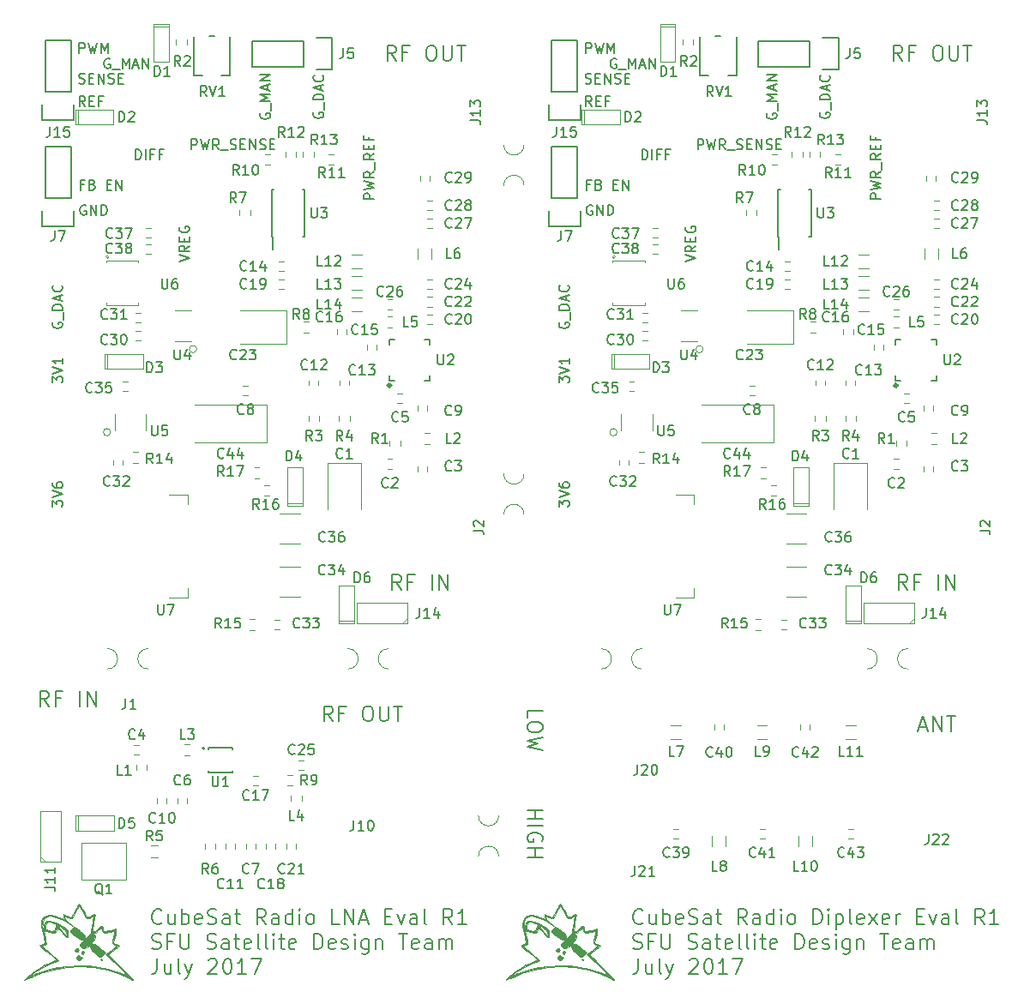
<source format=gbr>
G04 #@! TF.FileFunction,Legend,Top*
%FSLAX46Y46*%
G04 Gerber Fmt 4.6, Leading zero omitted, Abs format (unit mm)*
G04 Created by KiCad (PCBNEW 4.0.6-e0-6349~53~ubuntu16.04.1) date Thu Jul 27 23:40:07 2017*
%MOMM*%
%LPD*%
G01*
G04 APERTURE LIST*
%ADD10C,0.100000*%
%ADD11C,0.200000*%
%ADD12C,0.150000*%
%ADD13C,0.120000*%
%ADD14C,0.050000*%
%ADD15C,0.010000*%
%ADD16C,0.300000*%
G04 APERTURE END LIST*
D10*
D11*
X138857143Y-108178571D02*
X138357143Y-107464286D01*
X138000000Y-108178571D02*
X138000000Y-106678571D01*
X138571428Y-106678571D01*
X138714286Y-106750000D01*
X138785714Y-106821429D01*
X138857143Y-106964286D01*
X138857143Y-107178571D01*
X138785714Y-107321429D01*
X138714286Y-107392857D01*
X138571428Y-107464286D01*
X138000000Y-107464286D01*
X140000000Y-107392857D02*
X139500000Y-107392857D01*
X139500000Y-108178571D02*
X139500000Y-106678571D01*
X140214286Y-106678571D01*
X141928571Y-108178571D02*
X141928571Y-106678571D01*
X142642857Y-108178571D02*
X142642857Y-106678571D01*
X143500000Y-108178571D01*
X143500000Y-106678571D01*
X138357143Y-55928571D02*
X137857143Y-55214286D01*
X137500000Y-55928571D02*
X137500000Y-54428571D01*
X138071428Y-54428571D01*
X138214286Y-54500000D01*
X138285714Y-54571429D01*
X138357143Y-54714286D01*
X138357143Y-54928571D01*
X138285714Y-55071429D01*
X138214286Y-55142857D01*
X138071428Y-55214286D01*
X137500000Y-55214286D01*
X139500000Y-55142857D02*
X139000000Y-55142857D01*
X139000000Y-55928571D02*
X139000000Y-54428571D01*
X139714286Y-54428571D01*
X141714285Y-54428571D02*
X141999999Y-54428571D01*
X142142857Y-54500000D01*
X142285714Y-54642857D01*
X142357142Y-54928571D01*
X142357142Y-55428571D01*
X142285714Y-55714286D01*
X142142857Y-55857143D01*
X141999999Y-55928571D01*
X141714285Y-55928571D01*
X141571428Y-55857143D01*
X141428571Y-55714286D01*
X141357142Y-55428571D01*
X141357142Y-54928571D01*
X141428571Y-54642857D01*
X141571428Y-54500000D01*
X141714285Y-54428571D01*
X143000000Y-54428571D02*
X143000000Y-55642857D01*
X143071428Y-55785714D01*
X143142857Y-55857143D01*
X143285714Y-55928571D01*
X143571428Y-55928571D01*
X143714286Y-55857143D01*
X143785714Y-55785714D01*
X143857143Y-55642857D01*
X143857143Y-54428571D01*
X144357143Y-54428571D02*
X145214286Y-54428571D01*
X144785715Y-55928571D02*
X144785715Y-54428571D01*
D12*
X130250000Y-61047619D02*
X130202381Y-61142857D01*
X130202381Y-61285714D01*
X130250000Y-61428572D01*
X130345238Y-61523810D01*
X130440476Y-61571429D01*
X130630952Y-61619048D01*
X130773810Y-61619048D01*
X130964286Y-61571429D01*
X131059524Y-61523810D01*
X131154762Y-61428572D01*
X131202381Y-61285714D01*
X131202381Y-61190476D01*
X131154762Y-61047619D01*
X131107143Y-61000000D01*
X130773810Y-61000000D01*
X130773810Y-61190476D01*
X131297619Y-60809524D02*
X131297619Y-60047619D01*
X131202381Y-59809524D02*
X130202381Y-59809524D01*
X130202381Y-59571429D01*
X130250000Y-59428571D01*
X130345238Y-59333333D01*
X130440476Y-59285714D01*
X130630952Y-59238095D01*
X130773810Y-59238095D01*
X130964286Y-59285714D01*
X131059524Y-59333333D01*
X131154762Y-59428571D01*
X131202381Y-59571429D01*
X131202381Y-59809524D01*
X130916667Y-58857143D02*
X130916667Y-58380952D01*
X131202381Y-58952381D02*
X130202381Y-58619048D01*
X131202381Y-58285714D01*
X131107143Y-57380952D02*
X131154762Y-57428571D01*
X131202381Y-57571428D01*
X131202381Y-57666666D01*
X131154762Y-57809524D01*
X131059524Y-57904762D01*
X130964286Y-57952381D01*
X130773810Y-58000000D01*
X130630952Y-58000000D01*
X130440476Y-57952381D01*
X130345238Y-57904762D01*
X130250000Y-57809524D01*
X130202381Y-57666666D01*
X130202381Y-57571428D01*
X130250000Y-57428571D01*
X130297619Y-57380952D01*
X125000000Y-61142857D02*
X124952381Y-61238095D01*
X124952381Y-61380952D01*
X125000000Y-61523810D01*
X125095238Y-61619048D01*
X125190476Y-61666667D01*
X125380952Y-61714286D01*
X125523810Y-61714286D01*
X125714286Y-61666667D01*
X125809524Y-61619048D01*
X125904762Y-61523810D01*
X125952381Y-61380952D01*
X125952381Y-61285714D01*
X125904762Y-61142857D01*
X125857143Y-61095238D01*
X125523810Y-61095238D01*
X125523810Y-61285714D01*
X126047619Y-60904762D02*
X126047619Y-60142857D01*
X125952381Y-59904762D02*
X124952381Y-59904762D01*
X125666667Y-59571428D01*
X124952381Y-59238095D01*
X125952381Y-59238095D01*
X125666667Y-58809524D02*
X125666667Y-58333333D01*
X125952381Y-58904762D02*
X124952381Y-58571429D01*
X125952381Y-58238095D01*
X125952381Y-57904762D02*
X124952381Y-57904762D01*
X125952381Y-57333333D01*
X124952381Y-57333333D01*
X118154762Y-64702381D02*
X118154762Y-63702381D01*
X118535715Y-63702381D01*
X118630953Y-63750000D01*
X118678572Y-63797619D01*
X118726191Y-63892857D01*
X118726191Y-64035714D01*
X118678572Y-64130952D01*
X118630953Y-64178571D01*
X118535715Y-64226190D01*
X118154762Y-64226190D01*
X119059524Y-63702381D02*
X119297619Y-64702381D01*
X119488096Y-63988095D01*
X119678572Y-64702381D01*
X119916667Y-63702381D01*
X120869048Y-64702381D02*
X120535714Y-64226190D01*
X120297619Y-64702381D02*
X120297619Y-63702381D01*
X120678572Y-63702381D01*
X120773810Y-63750000D01*
X120821429Y-63797619D01*
X120869048Y-63892857D01*
X120869048Y-64035714D01*
X120821429Y-64130952D01*
X120773810Y-64178571D01*
X120678572Y-64226190D01*
X120297619Y-64226190D01*
X121059524Y-64797619D02*
X121821429Y-64797619D01*
X122011905Y-64654762D02*
X122154762Y-64702381D01*
X122392858Y-64702381D01*
X122488096Y-64654762D01*
X122535715Y-64607143D01*
X122583334Y-64511905D01*
X122583334Y-64416667D01*
X122535715Y-64321429D01*
X122488096Y-64273810D01*
X122392858Y-64226190D01*
X122202381Y-64178571D01*
X122107143Y-64130952D01*
X122059524Y-64083333D01*
X122011905Y-63988095D01*
X122011905Y-63892857D01*
X122059524Y-63797619D01*
X122107143Y-63750000D01*
X122202381Y-63702381D01*
X122440477Y-63702381D01*
X122583334Y-63750000D01*
X123011905Y-64178571D02*
X123345239Y-64178571D01*
X123488096Y-64702381D02*
X123011905Y-64702381D01*
X123011905Y-63702381D01*
X123488096Y-63702381D01*
X123916667Y-64702381D02*
X123916667Y-63702381D01*
X124488096Y-64702381D01*
X124488096Y-63702381D01*
X124916667Y-64654762D02*
X125059524Y-64702381D01*
X125297620Y-64702381D01*
X125392858Y-64654762D01*
X125440477Y-64607143D01*
X125488096Y-64511905D01*
X125488096Y-64416667D01*
X125440477Y-64321429D01*
X125392858Y-64273810D01*
X125297620Y-64226190D01*
X125107143Y-64178571D01*
X125011905Y-64130952D01*
X124964286Y-64083333D01*
X124916667Y-63988095D01*
X124916667Y-63892857D01*
X124964286Y-63797619D01*
X125011905Y-63750000D01*
X125107143Y-63702381D01*
X125345239Y-63702381D01*
X125488096Y-63750000D01*
X125916667Y-64178571D02*
X126250001Y-64178571D01*
X126392858Y-64702381D02*
X125916667Y-64702381D01*
X125916667Y-63702381D01*
X126392858Y-63702381D01*
X110107143Y-55750000D02*
X110011905Y-55702381D01*
X109869048Y-55702381D01*
X109726190Y-55750000D01*
X109630952Y-55845238D01*
X109583333Y-55940476D01*
X109535714Y-56130952D01*
X109535714Y-56273810D01*
X109583333Y-56464286D01*
X109630952Y-56559524D01*
X109726190Y-56654762D01*
X109869048Y-56702381D01*
X109964286Y-56702381D01*
X110107143Y-56654762D01*
X110154762Y-56607143D01*
X110154762Y-56273810D01*
X109964286Y-56273810D01*
X110345238Y-56797619D02*
X111107143Y-56797619D01*
X111345238Y-56702381D02*
X111345238Y-55702381D01*
X111678572Y-56416667D01*
X112011905Y-55702381D01*
X112011905Y-56702381D01*
X112440476Y-56416667D02*
X112916667Y-56416667D01*
X112345238Y-56702381D02*
X112678571Y-55702381D01*
X113011905Y-56702381D01*
X113345238Y-56702381D02*
X113345238Y-55702381D01*
X113916667Y-56702381D01*
X113916667Y-55702381D01*
X104500000Y-81797619D02*
X104452381Y-81892857D01*
X104452381Y-82035714D01*
X104500000Y-82178572D01*
X104595238Y-82273810D01*
X104690476Y-82321429D01*
X104880952Y-82369048D01*
X105023810Y-82369048D01*
X105214286Y-82321429D01*
X105309524Y-82273810D01*
X105404762Y-82178572D01*
X105452381Y-82035714D01*
X105452381Y-81940476D01*
X105404762Y-81797619D01*
X105357143Y-81750000D01*
X105023810Y-81750000D01*
X105023810Y-81940476D01*
X105547619Y-81559524D02*
X105547619Y-80797619D01*
X105452381Y-80559524D02*
X104452381Y-80559524D01*
X104452381Y-80321429D01*
X104500000Y-80178571D01*
X104595238Y-80083333D01*
X104690476Y-80035714D01*
X104880952Y-79988095D01*
X105023810Y-79988095D01*
X105214286Y-80035714D01*
X105309524Y-80083333D01*
X105404762Y-80178571D01*
X105452381Y-80321429D01*
X105452381Y-80559524D01*
X105166667Y-79607143D02*
X105166667Y-79130952D01*
X105452381Y-79702381D02*
X104452381Y-79369048D01*
X105452381Y-79035714D01*
X105357143Y-78130952D02*
X105404762Y-78178571D01*
X105452381Y-78321428D01*
X105452381Y-78416666D01*
X105404762Y-78559524D01*
X105309524Y-78654762D01*
X105214286Y-78702381D01*
X105023810Y-78750000D01*
X104880952Y-78750000D01*
X104690476Y-78702381D01*
X104595238Y-78654762D01*
X104500000Y-78559524D01*
X104452381Y-78416666D01*
X104452381Y-78321428D01*
X104500000Y-78178571D01*
X104547619Y-78130952D01*
X104452381Y-87738095D02*
X104452381Y-87119047D01*
X104833333Y-87452381D01*
X104833333Y-87309523D01*
X104880952Y-87214285D01*
X104928571Y-87166666D01*
X105023810Y-87119047D01*
X105261905Y-87119047D01*
X105357143Y-87166666D01*
X105404762Y-87214285D01*
X105452381Y-87309523D01*
X105452381Y-87595238D01*
X105404762Y-87690476D01*
X105357143Y-87738095D01*
X104452381Y-86833333D02*
X105452381Y-86500000D01*
X104452381Y-86166666D01*
X105452381Y-85309523D02*
X105452381Y-85880952D01*
X105452381Y-85595238D02*
X104452381Y-85595238D01*
X104595238Y-85690476D01*
X104690476Y-85785714D01*
X104738095Y-85880952D01*
X104452381Y-99988095D02*
X104452381Y-99369047D01*
X104833333Y-99702381D01*
X104833333Y-99559523D01*
X104880952Y-99464285D01*
X104928571Y-99416666D01*
X105023810Y-99369047D01*
X105261905Y-99369047D01*
X105357143Y-99416666D01*
X105404762Y-99464285D01*
X105452381Y-99559523D01*
X105452381Y-99845238D01*
X105404762Y-99940476D01*
X105357143Y-99988095D01*
X104452381Y-99083333D02*
X105452381Y-98750000D01*
X104452381Y-98416666D01*
X104452381Y-97654761D02*
X104452381Y-97845238D01*
X104500000Y-97940476D01*
X104547619Y-97988095D01*
X104690476Y-98083333D01*
X104880952Y-98130952D01*
X105261905Y-98130952D01*
X105357143Y-98083333D01*
X105404762Y-98035714D01*
X105452381Y-97940476D01*
X105452381Y-97749999D01*
X105404762Y-97654761D01*
X105357143Y-97607142D01*
X105261905Y-97559523D01*
X105023810Y-97559523D01*
X104928571Y-97607142D01*
X104880952Y-97654761D01*
X104833333Y-97749999D01*
X104833333Y-97940476D01*
X104880952Y-98035714D01*
X104928571Y-98083333D01*
X105023810Y-98130952D01*
X116952381Y-75785714D02*
X117952381Y-75452381D01*
X116952381Y-75119047D01*
X117952381Y-74214285D02*
X117476190Y-74547619D01*
X117952381Y-74785714D02*
X116952381Y-74785714D01*
X116952381Y-74404761D01*
X117000000Y-74309523D01*
X117047619Y-74261904D01*
X117142857Y-74214285D01*
X117285714Y-74214285D01*
X117380952Y-74261904D01*
X117428571Y-74309523D01*
X117476190Y-74404761D01*
X117476190Y-74785714D01*
X117428571Y-73785714D02*
X117428571Y-73452380D01*
X117952381Y-73309523D02*
X117952381Y-73785714D01*
X116952381Y-73785714D01*
X116952381Y-73309523D01*
X117000000Y-72357142D02*
X116952381Y-72452380D01*
X116952381Y-72595237D01*
X117000000Y-72738095D01*
X117095238Y-72833333D01*
X117190476Y-72880952D01*
X117380952Y-72928571D01*
X117523810Y-72928571D01*
X117714286Y-72880952D01*
X117809524Y-72833333D01*
X117904762Y-72738095D01*
X117952381Y-72595237D01*
X117952381Y-72499999D01*
X117904762Y-72357142D01*
X117857143Y-72309523D01*
X117523810Y-72309523D01*
X117523810Y-72499999D01*
X136202381Y-69595238D02*
X135202381Y-69595238D01*
X135202381Y-69214285D01*
X135250000Y-69119047D01*
X135297619Y-69071428D01*
X135392857Y-69023809D01*
X135535714Y-69023809D01*
X135630952Y-69071428D01*
X135678571Y-69119047D01*
X135726190Y-69214285D01*
X135726190Y-69595238D01*
X135202381Y-68690476D02*
X136202381Y-68452381D01*
X135488095Y-68261904D01*
X136202381Y-68071428D01*
X135202381Y-67833333D01*
X136202381Y-66880952D02*
X135726190Y-67214286D01*
X136202381Y-67452381D02*
X135202381Y-67452381D01*
X135202381Y-67071428D01*
X135250000Y-66976190D01*
X135297619Y-66928571D01*
X135392857Y-66880952D01*
X135535714Y-66880952D01*
X135630952Y-66928571D01*
X135678571Y-66976190D01*
X135726190Y-67071428D01*
X135726190Y-67452381D01*
X136297619Y-66690476D02*
X136297619Y-65928571D01*
X136202381Y-65119047D02*
X135726190Y-65452381D01*
X136202381Y-65690476D02*
X135202381Y-65690476D01*
X135202381Y-65309523D01*
X135250000Y-65214285D01*
X135297619Y-65166666D01*
X135392857Y-65119047D01*
X135535714Y-65119047D01*
X135630952Y-65166666D01*
X135678571Y-65214285D01*
X135726190Y-65309523D01*
X135726190Y-65690476D01*
X135678571Y-64690476D02*
X135678571Y-64357142D01*
X136202381Y-64214285D02*
X136202381Y-64690476D01*
X135202381Y-64690476D01*
X135202381Y-64214285D01*
X135678571Y-63452380D02*
X135678571Y-63785714D01*
X136202381Y-63785714D02*
X135202381Y-63785714D01*
X135202381Y-63309523D01*
X112642857Y-65702381D02*
X112642857Y-64702381D01*
X112880952Y-64702381D01*
X113023810Y-64750000D01*
X113119048Y-64845238D01*
X113166667Y-64940476D01*
X113214286Y-65130952D01*
X113214286Y-65273810D01*
X113166667Y-65464286D01*
X113119048Y-65559524D01*
X113023810Y-65654762D01*
X112880952Y-65702381D01*
X112642857Y-65702381D01*
X113642857Y-65702381D02*
X113642857Y-64702381D01*
X114452381Y-65178571D02*
X114119047Y-65178571D01*
X114119047Y-65702381D02*
X114119047Y-64702381D01*
X114595238Y-64702381D01*
X115309524Y-65178571D02*
X114976190Y-65178571D01*
X114976190Y-65702381D02*
X114976190Y-64702381D01*
X115452381Y-64702381D01*
X107095238Y-55202381D02*
X107095238Y-54202381D01*
X107476191Y-54202381D01*
X107571429Y-54250000D01*
X107619048Y-54297619D01*
X107666667Y-54392857D01*
X107666667Y-54535714D01*
X107619048Y-54630952D01*
X107571429Y-54678571D01*
X107476191Y-54726190D01*
X107095238Y-54726190D01*
X108000000Y-54202381D02*
X108238095Y-55202381D01*
X108428572Y-54488095D01*
X108619048Y-55202381D01*
X108857143Y-54202381D01*
X109238095Y-55202381D02*
X109238095Y-54202381D01*
X109571429Y-54916667D01*
X109904762Y-54202381D01*
X109904762Y-55202381D01*
X107059524Y-58154762D02*
X107202381Y-58202381D01*
X107440477Y-58202381D01*
X107535715Y-58154762D01*
X107583334Y-58107143D01*
X107630953Y-58011905D01*
X107630953Y-57916667D01*
X107583334Y-57821429D01*
X107535715Y-57773810D01*
X107440477Y-57726190D01*
X107250000Y-57678571D01*
X107154762Y-57630952D01*
X107107143Y-57583333D01*
X107059524Y-57488095D01*
X107059524Y-57392857D01*
X107107143Y-57297619D01*
X107154762Y-57250000D01*
X107250000Y-57202381D01*
X107488096Y-57202381D01*
X107630953Y-57250000D01*
X108059524Y-57678571D02*
X108392858Y-57678571D01*
X108535715Y-58202381D02*
X108059524Y-58202381D01*
X108059524Y-57202381D01*
X108535715Y-57202381D01*
X108964286Y-58202381D02*
X108964286Y-57202381D01*
X109535715Y-58202381D01*
X109535715Y-57202381D01*
X109964286Y-58154762D02*
X110107143Y-58202381D01*
X110345239Y-58202381D01*
X110440477Y-58154762D01*
X110488096Y-58107143D01*
X110535715Y-58011905D01*
X110535715Y-57916667D01*
X110488096Y-57821429D01*
X110440477Y-57773810D01*
X110345239Y-57726190D01*
X110154762Y-57678571D01*
X110059524Y-57630952D01*
X110011905Y-57583333D01*
X109964286Y-57488095D01*
X109964286Y-57392857D01*
X110011905Y-57297619D01*
X110059524Y-57250000D01*
X110154762Y-57202381D01*
X110392858Y-57202381D01*
X110535715Y-57250000D01*
X110964286Y-57678571D02*
X111297620Y-57678571D01*
X111440477Y-58202381D02*
X110964286Y-58202381D01*
X110964286Y-57202381D01*
X111440477Y-57202381D01*
X107678572Y-60452381D02*
X107345238Y-59976190D01*
X107107143Y-60452381D02*
X107107143Y-59452381D01*
X107488096Y-59452381D01*
X107583334Y-59500000D01*
X107630953Y-59547619D01*
X107678572Y-59642857D01*
X107678572Y-59785714D01*
X107630953Y-59880952D01*
X107583334Y-59928571D01*
X107488096Y-59976190D01*
X107107143Y-59976190D01*
X108107143Y-59928571D02*
X108440477Y-59928571D01*
X108583334Y-60452381D02*
X108107143Y-60452381D01*
X108107143Y-59452381D01*
X108583334Y-59452381D01*
X109345239Y-59928571D02*
X109011905Y-59928571D01*
X109011905Y-60452381D02*
X109011905Y-59452381D01*
X109488096Y-59452381D01*
X107738096Y-70250000D02*
X107642858Y-70202381D01*
X107500001Y-70202381D01*
X107357143Y-70250000D01*
X107261905Y-70345238D01*
X107214286Y-70440476D01*
X107166667Y-70630952D01*
X107166667Y-70773810D01*
X107214286Y-70964286D01*
X107261905Y-71059524D01*
X107357143Y-71154762D01*
X107500001Y-71202381D01*
X107595239Y-71202381D01*
X107738096Y-71154762D01*
X107785715Y-71107143D01*
X107785715Y-70773810D01*
X107595239Y-70773810D01*
X108214286Y-71202381D02*
X108214286Y-70202381D01*
X108785715Y-71202381D01*
X108785715Y-70202381D01*
X109261905Y-71202381D02*
X109261905Y-70202381D01*
X109500000Y-70202381D01*
X109642858Y-70250000D01*
X109738096Y-70345238D01*
X109785715Y-70440476D01*
X109833334Y-70630952D01*
X109833334Y-70773810D01*
X109785715Y-70964286D01*
X109738096Y-71059524D01*
X109642858Y-71154762D01*
X109500000Y-71202381D01*
X109261905Y-71202381D01*
X107535715Y-68178571D02*
X107202381Y-68178571D01*
X107202381Y-68702381D02*
X107202381Y-67702381D01*
X107678572Y-67702381D01*
X108392858Y-68178571D02*
X108535715Y-68226190D01*
X108583334Y-68273810D01*
X108630953Y-68369048D01*
X108630953Y-68511905D01*
X108583334Y-68607143D01*
X108535715Y-68654762D01*
X108440477Y-68702381D01*
X108059524Y-68702381D01*
X108059524Y-67702381D01*
X108392858Y-67702381D01*
X108488096Y-67750000D01*
X108535715Y-67797619D01*
X108583334Y-67892857D01*
X108583334Y-67988095D01*
X108535715Y-68083333D01*
X108488096Y-68130952D01*
X108392858Y-68178571D01*
X108059524Y-68178571D01*
X109821429Y-68178571D02*
X110154763Y-68178571D01*
X110297620Y-68702381D02*
X109821429Y-68702381D01*
X109821429Y-67702381D01*
X110297620Y-67702381D01*
X110726191Y-68702381D02*
X110726191Y-67702381D01*
X111297620Y-68702381D01*
X111297620Y-67702381D01*
X157535715Y-68178571D02*
X157202381Y-68178571D01*
X157202381Y-68702381D02*
X157202381Y-67702381D01*
X157678572Y-67702381D01*
X158392858Y-68178571D02*
X158535715Y-68226190D01*
X158583334Y-68273810D01*
X158630953Y-68369048D01*
X158630953Y-68511905D01*
X158583334Y-68607143D01*
X158535715Y-68654762D01*
X158440477Y-68702381D01*
X158059524Y-68702381D01*
X158059524Y-67702381D01*
X158392858Y-67702381D01*
X158488096Y-67750000D01*
X158535715Y-67797619D01*
X158583334Y-67892857D01*
X158583334Y-67988095D01*
X158535715Y-68083333D01*
X158488096Y-68130952D01*
X158392858Y-68178571D01*
X158059524Y-68178571D01*
X159821429Y-68178571D02*
X160154763Y-68178571D01*
X160297620Y-68702381D02*
X159821429Y-68702381D01*
X159821429Y-67702381D01*
X160297620Y-67702381D01*
X160726191Y-68702381D02*
X160726191Y-67702381D01*
X161297620Y-68702381D01*
X161297620Y-67702381D01*
X157738096Y-70250000D02*
X157642858Y-70202381D01*
X157500001Y-70202381D01*
X157357143Y-70250000D01*
X157261905Y-70345238D01*
X157214286Y-70440476D01*
X157166667Y-70630952D01*
X157166667Y-70773810D01*
X157214286Y-70964286D01*
X157261905Y-71059524D01*
X157357143Y-71154762D01*
X157500001Y-71202381D01*
X157595239Y-71202381D01*
X157738096Y-71154762D01*
X157785715Y-71107143D01*
X157785715Y-70773810D01*
X157595239Y-70773810D01*
X158214286Y-71202381D02*
X158214286Y-70202381D01*
X158785715Y-71202381D01*
X158785715Y-70202381D01*
X159261905Y-71202381D02*
X159261905Y-70202381D01*
X159500000Y-70202381D01*
X159642858Y-70250000D01*
X159738096Y-70345238D01*
X159785715Y-70440476D01*
X159833334Y-70630952D01*
X159833334Y-70773810D01*
X159785715Y-70964286D01*
X159738096Y-71059524D01*
X159642858Y-71154762D01*
X159500000Y-71202381D01*
X159261905Y-71202381D01*
X157678572Y-60452381D02*
X157345238Y-59976190D01*
X157107143Y-60452381D02*
X157107143Y-59452381D01*
X157488096Y-59452381D01*
X157583334Y-59500000D01*
X157630953Y-59547619D01*
X157678572Y-59642857D01*
X157678572Y-59785714D01*
X157630953Y-59880952D01*
X157583334Y-59928571D01*
X157488096Y-59976190D01*
X157107143Y-59976190D01*
X158107143Y-59928571D02*
X158440477Y-59928571D01*
X158583334Y-60452381D02*
X158107143Y-60452381D01*
X158107143Y-59452381D01*
X158583334Y-59452381D01*
X159345239Y-59928571D02*
X159011905Y-59928571D01*
X159011905Y-60452381D02*
X159011905Y-59452381D01*
X159488096Y-59452381D01*
X157059524Y-58154762D02*
X157202381Y-58202381D01*
X157440477Y-58202381D01*
X157535715Y-58154762D01*
X157583334Y-58107143D01*
X157630953Y-58011905D01*
X157630953Y-57916667D01*
X157583334Y-57821429D01*
X157535715Y-57773810D01*
X157440477Y-57726190D01*
X157250000Y-57678571D01*
X157154762Y-57630952D01*
X157107143Y-57583333D01*
X157059524Y-57488095D01*
X157059524Y-57392857D01*
X157107143Y-57297619D01*
X157154762Y-57250000D01*
X157250000Y-57202381D01*
X157488096Y-57202381D01*
X157630953Y-57250000D01*
X158059524Y-57678571D02*
X158392858Y-57678571D01*
X158535715Y-58202381D02*
X158059524Y-58202381D01*
X158059524Y-57202381D01*
X158535715Y-57202381D01*
X158964286Y-58202381D02*
X158964286Y-57202381D01*
X159535715Y-58202381D01*
X159535715Y-57202381D01*
X159964286Y-58154762D02*
X160107143Y-58202381D01*
X160345239Y-58202381D01*
X160440477Y-58154762D01*
X160488096Y-58107143D01*
X160535715Y-58011905D01*
X160535715Y-57916667D01*
X160488096Y-57821429D01*
X160440477Y-57773810D01*
X160345239Y-57726190D01*
X160154762Y-57678571D01*
X160059524Y-57630952D01*
X160011905Y-57583333D01*
X159964286Y-57488095D01*
X159964286Y-57392857D01*
X160011905Y-57297619D01*
X160059524Y-57250000D01*
X160154762Y-57202381D01*
X160392858Y-57202381D01*
X160535715Y-57250000D01*
X160964286Y-57678571D02*
X161297620Y-57678571D01*
X161440477Y-58202381D02*
X160964286Y-58202381D01*
X160964286Y-57202381D01*
X161440477Y-57202381D01*
X157095238Y-55202381D02*
X157095238Y-54202381D01*
X157476191Y-54202381D01*
X157571429Y-54250000D01*
X157619048Y-54297619D01*
X157666667Y-54392857D01*
X157666667Y-54535714D01*
X157619048Y-54630952D01*
X157571429Y-54678571D01*
X157476191Y-54726190D01*
X157095238Y-54726190D01*
X158000000Y-54202381D02*
X158238095Y-55202381D01*
X158428572Y-54488095D01*
X158619048Y-55202381D01*
X158857143Y-54202381D01*
X159238095Y-55202381D02*
X159238095Y-54202381D01*
X159571429Y-54916667D01*
X159904762Y-54202381D01*
X159904762Y-55202381D01*
X162642857Y-65702381D02*
X162642857Y-64702381D01*
X162880952Y-64702381D01*
X163023810Y-64750000D01*
X163119048Y-64845238D01*
X163166667Y-64940476D01*
X163214286Y-65130952D01*
X163214286Y-65273810D01*
X163166667Y-65464286D01*
X163119048Y-65559524D01*
X163023810Y-65654762D01*
X162880952Y-65702381D01*
X162642857Y-65702381D01*
X163642857Y-65702381D02*
X163642857Y-64702381D01*
X164452381Y-65178571D02*
X164119047Y-65178571D01*
X164119047Y-65702381D02*
X164119047Y-64702381D01*
X164595238Y-64702381D01*
X165309524Y-65178571D02*
X164976190Y-65178571D01*
X164976190Y-65702381D02*
X164976190Y-64702381D01*
X165452381Y-64702381D01*
X186202381Y-69595238D02*
X185202381Y-69595238D01*
X185202381Y-69214285D01*
X185250000Y-69119047D01*
X185297619Y-69071428D01*
X185392857Y-69023809D01*
X185535714Y-69023809D01*
X185630952Y-69071428D01*
X185678571Y-69119047D01*
X185726190Y-69214285D01*
X185726190Y-69595238D01*
X185202381Y-68690476D02*
X186202381Y-68452381D01*
X185488095Y-68261904D01*
X186202381Y-68071428D01*
X185202381Y-67833333D01*
X186202381Y-66880952D02*
X185726190Y-67214286D01*
X186202381Y-67452381D02*
X185202381Y-67452381D01*
X185202381Y-67071428D01*
X185250000Y-66976190D01*
X185297619Y-66928571D01*
X185392857Y-66880952D01*
X185535714Y-66880952D01*
X185630952Y-66928571D01*
X185678571Y-66976190D01*
X185726190Y-67071428D01*
X185726190Y-67452381D01*
X186297619Y-66690476D02*
X186297619Y-65928571D01*
X186202381Y-65119047D02*
X185726190Y-65452381D01*
X186202381Y-65690476D02*
X185202381Y-65690476D01*
X185202381Y-65309523D01*
X185250000Y-65214285D01*
X185297619Y-65166666D01*
X185392857Y-65119047D01*
X185535714Y-65119047D01*
X185630952Y-65166666D01*
X185678571Y-65214285D01*
X185726190Y-65309523D01*
X185726190Y-65690476D01*
X185678571Y-64690476D02*
X185678571Y-64357142D01*
X186202381Y-64214285D02*
X186202381Y-64690476D01*
X185202381Y-64690476D01*
X185202381Y-64214285D01*
X185678571Y-63452380D02*
X185678571Y-63785714D01*
X186202381Y-63785714D02*
X185202381Y-63785714D01*
X185202381Y-63309523D01*
X166952381Y-75785714D02*
X167952381Y-75452381D01*
X166952381Y-75119047D01*
X167952381Y-74214285D02*
X167476190Y-74547619D01*
X167952381Y-74785714D02*
X166952381Y-74785714D01*
X166952381Y-74404761D01*
X167000000Y-74309523D01*
X167047619Y-74261904D01*
X167142857Y-74214285D01*
X167285714Y-74214285D01*
X167380952Y-74261904D01*
X167428571Y-74309523D01*
X167476190Y-74404761D01*
X167476190Y-74785714D01*
X167428571Y-73785714D02*
X167428571Y-73452380D01*
X167952381Y-73309523D02*
X167952381Y-73785714D01*
X166952381Y-73785714D01*
X166952381Y-73309523D01*
X167000000Y-72357142D02*
X166952381Y-72452380D01*
X166952381Y-72595237D01*
X167000000Y-72738095D01*
X167095238Y-72833333D01*
X167190476Y-72880952D01*
X167380952Y-72928571D01*
X167523810Y-72928571D01*
X167714286Y-72880952D01*
X167809524Y-72833333D01*
X167904762Y-72738095D01*
X167952381Y-72595237D01*
X167952381Y-72499999D01*
X167904762Y-72357142D01*
X167857143Y-72309523D01*
X167523810Y-72309523D01*
X167523810Y-72499999D01*
X154452381Y-99988095D02*
X154452381Y-99369047D01*
X154833333Y-99702381D01*
X154833333Y-99559523D01*
X154880952Y-99464285D01*
X154928571Y-99416666D01*
X155023810Y-99369047D01*
X155261905Y-99369047D01*
X155357143Y-99416666D01*
X155404762Y-99464285D01*
X155452381Y-99559523D01*
X155452381Y-99845238D01*
X155404762Y-99940476D01*
X155357143Y-99988095D01*
X154452381Y-99083333D02*
X155452381Y-98750000D01*
X154452381Y-98416666D01*
X154452381Y-97654761D02*
X154452381Y-97845238D01*
X154500000Y-97940476D01*
X154547619Y-97988095D01*
X154690476Y-98083333D01*
X154880952Y-98130952D01*
X155261905Y-98130952D01*
X155357143Y-98083333D01*
X155404762Y-98035714D01*
X155452381Y-97940476D01*
X155452381Y-97749999D01*
X155404762Y-97654761D01*
X155357143Y-97607142D01*
X155261905Y-97559523D01*
X155023810Y-97559523D01*
X154928571Y-97607142D01*
X154880952Y-97654761D01*
X154833333Y-97749999D01*
X154833333Y-97940476D01*
X154880952Y-98035714D01*
X154928571Y-98083333D01*
X155023810Y-98130952D01*
X154452381Y-87738095D02*
X154452381Y-87119047D01*
X154833333Y-87452381D01*
X154833333Y-87309523D01*
X154880952Y-87214285D01*
X154928571Y-87166666D01*
X155023810Y-87119047D01*
X155261905Y-87119047D01*
X155357143Y-87166666D01*
X155404762Y-87214285D01*
X155452381Y-87309523D01*
X155452381Y-87595238D01*
X155404762Y-87690476D01*
X155357143Y-87738095D01*
X154452381Y-86833333D02*
X155452381Y-86500000D01*
X154452381Y-86166666D01*
X155452381Y-85309523D02*
X155452381Y-85880952D01*
X155452381Y-85595238D02*
X154452381Y-85595238D01*
X154595238Y-85690476D01*
X154690476Y-85785714D01*
X154738095Y-85880952D01*
X154500000Y-81797619D02*
X154452381Y-81892857D01*
X154452381Y-82035714D01*
X154500000Y-82178572D01*
X154595238Y-82273810D01*
X154690476Y-82321429D01*
X154880952Y-82369048D01*
X155023810Y-82369048D01*
X155214286Y-82321429D01*
X155309524Y-82273810D01*
X155404762Y-82178572D01*
X155452381Y-82035714D01*
X155452381Y-81940476D01*
X155404762Y-81797619D01*
X155357143Y-81750000D01*
X155023810Y-81750000D01*
X155023810Y-81940476D01*
X155547619Y-81559524D02*
X155547619Y-80797619D01*
X155452381Y-80559524D02*
X154452381Y-80559524D01*
X154452381Y-80321429D01*
X154500000Y-80178571D01*
X154595238Y-80083333D01*
X154690476Y-80035714D01*
X154880952Y-79988095D01*
X155023810Y-79988095D01*
X155214286Y-80035714D01*
X155309524Y-80083333D01*
X155404762Y-80178571D01*
X155452381Y-80321429D01*
X155452381Y-80559524D01*
X155166667Y-79607143D02*
X155166667Y-79130952D01*
X155452381Y-79702381D02*
X154452381Y-79369048D01*
X155452381Y-79035714D01*
X155357143Y-78130952D02*
X155404762Y-78178571D01*
X155452381Y-78321428D01*
X155452381Y-78416666D01*
X155404762Y-78559524D01*
X155309524Y-78654762D01*
X155214286Y-78702381D01*
X155023810Y-78750000D01*
X154880952Y-78750000D01*
X154690476Y-78702381D01*
X154595238Y-78654762D01*
X154500000Y-78559524D01*
X154452381Y-78416666D01*
X154452381Y-78321428D01*
X154500000Y-78178571D01*
X154547619Y-78130952D01*
X160107143Y-55750000D02*
X160011905Y-55702381D01*
X159869048Y-55702381D01*
X159726190Y-55750000D01*
X159630952Y-55845238D01*
X159583333Y-55940476D01*
X159535714Y-56130952D01*
X159535714Y-56273810D01*
X159583333Y-56464286D01*
X159630952Y-56559524D01*
X159726190Y-56654762D01*
X159869048Y-56702381D01*
X159964286Y-56702381D01*
X160107143Y-56654762D01*
X160154762Y-56607143D01*
X160154762Y-56273810D01*
X159964286Y-56273810D01*
X160345238Y-56797619D02*
X161107143Y-56797619D01*
X161345238Y-56702381D02*
X161345238Y-55702381D01*
X161678572Y-56416667D01*
X162011905Y-55702381D01*
X162011905Y-56702381D01*
X162440476Y-56416667D02*
X162916667Y-56416667D01*
X162345238Y-56702381D02*
X162678571Y-55702381D01*
X163011905Y-56702381D01*
X163345238Y-56702381D02*
X163345238Y-55702381D01*
X163916667Y-56702381D01*
X163916667Y-55702381D01*
X168154762Y-64702381D02*
X168154762Y-63702381D01*
X168535715Y-63702381D01*
X168630953Y-63750000D01*
X168678572Y-63797619D01*
X168726191Y-63892857D01*
X168726191Y-64035714D01*
X168678572Y-64130952D01*
X168630953Y-64178571D01*
X168535715Y-64226190D01*
X168154762Y-64226190D01*
X169059524Y-63702381D02*
X169297619Y-64702381D01*
X169488096Y-63988095D01*
X169678572Y-64702381D01*
X169916667Y-63702381D01*
X170869048Y-64702381D02*
X170535714Y-64226190D01*
X170297619Y-64702381D02*
X170297619Y-63702381D01*
X170678572Y-63702381D01*
X170773810Y-63750000D01*
X170821429Y-63797619D01*
X170869048Y-63892857D01*
X170869048Y-64035714D01*
X170821429Y-64130952D01*
X170773810Y-64178571D01*
X170678572Y-64226190D01*
X170297619Y-64226190D01*
X171059524Y-64797619D02*
X171821429Y-64797619D01*
X172011905Y-64654762D02*
X172154762Y-64702381D01*
X172392858Y-64702381D01*
X172488096Y-64654762D01*
X172535715Y-64607143D01*
X172583334Y-64511905D01*
X172583334Y-64416667D01*
X172535715Y-64321429D01*
X172488096Y-64273810D01*
X172392858Y-64226190D01*
X172202381Y-64178571D01*
X172107143Y-64130952D01*
X172059524Y-64083333D01*
X172011905Y-63988095D01*
X172011905Y-63892857D01*
X172059524Y-63797619D01*
X172107143Y-63750000D01*
X172202381Y-63702381D01*
X172440477Y-63702381D01*
X172583334Y-63750000D01*
X173011905Y-64178571D02*
X173345239Y-64178571D01*
X173488096Y-64702381D02*
X173011905Y-64702381D01*
X173011905Y-63702381D01*
X173488096Y-63702381D01*
X173916667Y-64702381D02*
X173916667Y-63702381D01*
X174488096Y-64702381D01*
X174488096Y-63702381D01*
X174916667Y-64654762D02*
X175059524Y-64702381D01*
X175297620Y-64702381D01*
X175392858Y-64654762D01*
X175440477Y-64607143D01*
X175488096Y-64511905D01*
X175488096Y-64416667D01*
X175440477Y-64321429D01*
X175392858Y-64273810D01*
X175297620Y-64226190D01*
X175107143Y-64178571D01*
X175011905Y-64130952D01*
X174964286Y-64083333D01*
X174916667Y-63988095D01*
X174916667Y-63892857D01*
X174964286Y-63797619D01*
X175011905Y-63750000D01*
X175107143Y-63702381D01*
X175345239Y-63702381D01*
X175488096Y-63750000D01*
X175916667Y-64178571D02*
X176250001Y-64178571D01*
X176392858Y-64702381D02*
X175916667Y-64702381D01*
X175916667Y-63702381D01*
X176392858Y-63702381D01*
X175000000Y-61142857D02*
X174952381Y-61238095D01*
X174952381Y-61380952D01*
X175000000Y-61523810D01*
X175095238Y-61619048D01*
X175190476Y-61666667D01*
X175380952Y-61714286D01*
X175523810Y-61714286D01*
X175714286Y-61666667D01*
X175809524Y-61619048D01*
X175904762Y-61523810D01*
X175952381Y-61380952D01*
X175952381Y-61285714D01*
X175904762Y-61142857D01*
X175857143Y-61095238D01*
X175523810Y-61095238D01*
X175523810Y-61285714D01*
X176047619Y-60904762D02*
X176047619Y-60142857D01*
X175952381Y-59904762D02*
X174952381Y-59904762D01*
X175666667Y-59571428D01*
X174952381Y-59238095D01*
X175952381Y-59238095D01*
X175666667Y-58809524D02*
X175666667Y-58333333D01*
X175952381Y-58904762D02*
X174952381Y-58571429D01*
X175952381Y-58238095D01*
X175952381Y-57904762D02*
X174952381Y-57904762D01*
X175952381Y-57333333D01*
X174952381Y-57333333D01*
X180250000Y-61047619D02*
X180202381Y-61142857D01*
X180202381Y-61285714D01*
X180250000Y-61428572D01*
X180345238Y-61523810D01*
X180440476Y-61571429D01*
X180630952Y-61619048D01*
X180773810Y-61619048D01*
X180964286Y-61571429D01*
X181059524Y-61523810D01*
X181154762Y-61428572D01*
X181202381Y-61285714D01*
X181202381Y-61190476D01*
X181154762Y-61047619D01*
X181107143Y-61000000D01*
X180773810Y-61000000D01*
X180773810Y-61190476D01*
X181297619Y-60809524D02*
X181297619Y-60047619D01*
X181202381Y-59809524D02*
X180202381Y-59809524D01*
X180202381Y-59571429D01*
X180250000Y-59428571D01*
X180345238Y-59333333D01*
X180440476Y-59285714D01*
X180630952Y-59238095D01*
X180773810Y-59238095D01*
X180964286Y-59285714D01*
X181059524Y-59333333D01*
X181154762Y-59428571D01*
X181202381Y-59571429D01*
X181202381Y-59809524D01*
X180916667Y-58857143D02*
X180916667Y-58380952D01*
X181202381Y-58952381D02*
X180202381Y-58619048D01*
X181202381Y-58285714D01*
X181107143Y-57380952D02*
X181154762Y-57428571D01*
X181202381Y-57571428D01*
X181202381Y-57666666D01*
X181154762Y-57809524D01*
X181059524Y-57904762D01*
X180964286Y-57952381D01*
X180773810Y-58000000D01*
X180630952Y-58000000D01*
X180440476Y-57952381D01*
X180345238Y-57904762D01*
X180250000Y-57809524D01*
X180202381Y-57666666D01*
X180202381Y-57571428D01*
X180250000Y-57428571D01*
X180297619Y-57380952D01*
D11*
X188357143Y-55928571D02*
X187857143Y-55214286D01*
X187500000Y-55928571D02*
X187500000Y-54428571D01*
X188071428Y-54428571D01*
X188214286Y-54500000D01*
X188285714Y-54571429D01*
X188357143Y-54714286D01*
X188357143Y-54928571D01*
X188285714Y-55071429D01*
X188214286Y-55142857D01*
X188071428Y-55214286D01*
X187500000Y-55214286D01*
X189500000Y-55142857D02*
X189000000Y-55142857D01*
X189000000Y-55928571D02*
X189000000Y-54428571D01*
X189714286Y-54428571D01*
X191714285Y-54428571D02*
X191999999Y-54428571D01*
X192142857Y-54500000D01*
X192285714Y-54642857D01*
X192357142Y-54928571D01*
X192357142Y-55428571D01*
X192285714Y-55714286D01*
X192142857Y-55857143D01*
X191999999Y-55928571D01*
X191714285Y-55928571D01*
X191571428Y-55857143D01*
X191428571Y-55714286D01*
X191357142Y-55428571D01*
X191357142Y-54928571D01*
X191428571Y-54642857D01*
X191571428Y-54500000D01*
X191714285Y-54428571D01*
X193000000Y-54428571D02*
X193000000Y-55642857D01*
X193071428Y-55785714D01*
X193142857Y-55857143D01*
X193285714Y-55928571D01*
X193571428Y-55928571D01*
X193714286Y-55857143D01*
X193785714Y-55785714D01*
X193857143Y-55642857D01*
X193857143Y-54428571D01*
X194357143Y-54428571D02*
X195214286Y-54428571D01*
X194785715Y-55928571D02*
X194785715Y-54428571D01*
X188857143Y-108178571D02*
X188357143Y-107464286D01*
X188000000Y-108178571D02*
X188000000Y-106678571D01*
X188571428Y-106678571D01*
X188714286Y-106750000D01*
X188785714Y-106821429D01*
X188857143Y-106964286D01*
X188857143Y-107178571D01*
X188785714Y-107321429D01*
X188714286Y-107392857D01*
X188571428Y-107464286D01*
X188000000Y-107464286D01*
X190000000Y-107392857D02*
X189500000Y-107392857D01*
X189500000Y-108178571D02*
X189500000Y-106678571D01*
X190214286Y-106678571D01*
X191928571Y-108178571D02*
X191928571Y-106678571D01*
X192642857Y-108178571D02*
X192642857Y-106678571D01*
X193500000Y-108178571D01*
X193500000Y-106678571D01*
X151321429Y-129928571D02*
X152821429Y-129928571D01*
X152107143Y-129928571D02*
X152107143Y-130785714D01*
X151321429Y-130785714D02*
X152821429Y-130785714D01*
X151321429Y-131500000D02*
X152821429Y-131500000D01*
X152750000Y-133000000D02*
X152821429Y-132857143D01*
X152821429Y-132642857D01*
X152750000Y-132428572D01*
X152607143Y-132285714D01*
X152464286Y-132214286D01*
X152178571Y-132142857D01*
X151964286Y-132142857D01*
X151678571Y-132214286D01*
X151535714Y-132285714D01*
X151392857Y-132428572D01*
X151321429Y-132642857D01*
X151321429Y-132785714D01*
X151392857Y-133000000D01*
X151464286Y-133071429D01*
X151964286Y-133071429D01*
X151964286Y-132785714D01*
X151321429Y-133714286D02*
X152821429Y-133714286D01*
X152107143Y-133714286D02*
X152107143Y-134571429D01*
X151321429Y-134571429D02*
X152821429Y-134571429D01*
X151321429Y-120821429D02*
X151321429Y-120107143D01*
X152821429Y-120107143D01*
X152821429Y-121607143D02*
X152821429Y-121892857D01*
X152750000Y-122035715D01*
X152607143Y-122178572D01*
X152321429Y-122250000D01*
X151821429Y-122250000D01*
X151535714Y-122178572D01*
X151392857Y-122035715D01*
X151321429Y-121892857D01*
X151321429Y-121607143D01*
X151392857Y-121464286D01*
X151535714Y-121321429D01*
X151821429Y-121250000D01*
X152321429Y-121250000D01*
X152607143Y-121321429D01*
X152750000Y-121464286D01*
X152821429Y-121607143D01*
X152821429Y-122750001D02*
X151321429Y-123107144D01*
X152392857Y-123392858D01*
X151321429Y-123678572D01*
X152821429Y-124035715D01*
X190035714Y-121750000D02*
X190750000Y-121750000D01*
X189892857Y-122178571D02*
X190392857Y-120678571D01*
X190892857Y-122178571D01*
X191392857Y-122178571D02*
X191392857Y-120678571D01*
X192250000Y-122178571D01*
X192250000Y-120678571D01*
X192750000Y-120678571D02*
X193607143Y-120678571D01*
X193178572Y-122178571D02*
X193178572Y-120678571D01*
X162714286Y-141085714D02*
X162642857Y-141157143D01*
X162428571Y-141228571D01*
X162285714Y-141228571D01*
X162071429Y-141157143D01*
X161928571Y-141014286D01*
X161857143Y-140871429D01*
X161785714Y-140585714D01*
X161785714Y-140371429D01*
X161857143Y-140085714D01*
X161928571Y-139942857D01*
X162071429Y-139800000D01*
X162285714Y-139728571D01*
X162428571Y-139728571D01*
X162642857Y-139800000D01*
X162714286Y-139871429D01*
X164000000Y-140228571D02*
X164000000Y-141228571D01*
X163357143Y-140228571D02*
X163357143Y-141014286D01*
X163428571Y-141157143D01*
X163571429Y-141228571D01*
X163785714Y-141228571D01*
X163928571Y-141157143D01*
X164000000Y-141085714D01*
X164714286Y-141228571D02*
X164714286Y-139728571D01*
X164714286Y-140300000D02*
X164857143Y-140228571D01*
X165142857Y-140228571D01*
X165285714Y-140300000D01*
X165357143Y-140371429D01*
X165428572Y-140514286D01*
X165428572Y-140942857D01*
X165357143Y-141085714D01*
X165285714Y-141157143D01*
X165142857Y-141228571D01*
X164857143Y-141228571D01*
X164714286Y-141157143D01*
X166642857Y-141157143D02*
X166500000Y-141228571D01*
X166214286Y-141228571D01*
X166071429Y-141157143D01*
X166000000Y-141014286D01*
X166000000Y-140442857D01*
X166071429Y-140300000D01*
X166214286Y-140228571D01*
X166500000Y-140228571D01*
X166642857Y-140300000D01*
X166714286Y-140442857D01*
X166714286Y-140585714D01*
X166000000Y-140728571D01*
X167285714Y-141157143D02*
X167500000Y-141228571D01*
X167857143Y-141228571D01*
X168000000Y-141157143D01*
X168071429Y-141085714D01*
X168142857Y-140942857D01*
X168142857Y-140800000D01*
X168071429Y-140657143D01*
X168000000Y-140585714D01*
X167857143Y-140514286D01*
X167571429Y-140442857D01*
X167428571Y-140371429D01*
X167357143Y-140300000D01*
X167285714Y-140157143D01*
X167285714Y-140014286D01*
X167357143Y-139871429D01*
X167428571Y-139800000D01*
X167571429Y-139728571D01*
X167928571Y-139728571D01*
X168142857Y-139800000D01*
X169428571Y-141228571D02*
X169428571Y-140442857D01*
X169357142Y-140300000D01*
X169214285Y-140228571D01*
X168928571Y-140228571D01*
X168785714Y-140300000D01*
X169428571Y-141157143D02*
X169285714Y-141228571D01*
X168928571Y-141228571D01*
X168785714Y-141157143D01*
X168714285Y-141014286D01*
X168714285Y-140871429D01*
X168785714Y-140728571D01*
X168928571Y-140657143D01*
X169285714Y-140657143D01*
X169428571Y-140585714D01*
X169928571Y-140228571D02*
X170500000Y-140228571D01*
X170142857Y-139728571D02*
X170142857Y-141014286D01*
X170214285Y-141157143D01*
X170357143Y-141228571D01*
X170500000Y-141228571D01*
X173000000Y-141228571D02*
X172500000Y-140514286D01*
X172142857Y-141228571D02*
X172142857Y-139728571D01*
X172714285Y-139728571D01*
X172857143Y-139800000D01*
X172928571Y-139871429D01*
X173000000Y-140014286D01*
X173000000Y-140228571D01*
X172928571Y-140371429D01*
X172857143Y-140442857D01*
X172714285Y-140514286D01*
X172142857Y-140514286D01*
X174285714Y-141228571D02*
X174285714Y-140442857D01*
X174214285Y-140300000D01*
X174071428Y-140228571D01*
X173785714Y-140228571D01*
X173642857Y-140300000D01*
X174285714Y-141157143D02*
X174142857Y-141228571D01*
X173785714Y-141228571D01*
X173642857Y-141157143D01*
X173571428Y-141014286D01*
X173571428Y-140871429D01*
X173642857Y-140728571D01*
X173785714Y-140657143D01*
X174142857Y-140657143D01*
X174285714Y-140585714D01*
X175642857Y-141228571D02*
X175642857Y-139728571D01*
X175642857Y-141157143D02*
X175500000Y-141228571D01*
X175214286Y-141228571D01*
X175071428Y-141157143D01*
X175000000Y-141085714D01*
X174928571Y-140942857D01*
X174928571Y-140514286D01*
X175000000Y-140371429D01*
X175071428Y-140300000D01*
X175214286Y-140228571D01*
X175500000Y-140228571D01*
X175642857Y-140300000D01*
X176357143Y-141228571D02*
X176357143Y-140228571D01*
X176357143Y-139728571D02*
X176285714Y-139800000D01*
X176357143Y-139871429D01*
X176428571Y-139800000D01*
X176357143Y-139728571D01*
X176357143Y-139871429D01*
X177285715Y-141228571D02*
X177142857Y-141157143D01*
X177071429Y-141085714D01*
X177000000Y-140942857D01*
X177000000Y-140514286D01*
X177071429Y-140371429D01*
X177142857Y-140300000D01*
X177285715Y-140228571D01*
X177500000Y-140228571D01*
X177642857Y-140300000D01*
X177714286Y-140371429D01*
X177785715Y-140514286D01*
X177785715Y-140942857D01*
X177714286Y-141085714D01*
X177642857Y-141157143D01*
X177500000Y-141228571D01*
X177285715Y-141228571D01*
X179571429Y-141228571D02*
X179571429Y-139728571D01*
X179928572Y-139728571D01*
X180142857Y-139800000D01*
X180285715Y-139942857D01*
X180357143Y-140085714D01*
X180428572Y-140371429D01*
X180428572Y-140585714D01*
X180357143Y-140871429D01*
X180285715Y-141014286D01*
X180142857Y-141157143D01*
X179928572Y-141228571D01*
X179571429Y-141228571D01*
X181071429Y-141228571D02*
X181071429Y-140228571D01*
X181071429Y-139728571D02*
X181000000Y-139800000D01*
X181071429Y-139871429D01*
X181142857Y-139800000D01*
X181071429Y-139728571D01*
X181071429Y-139871429D01*
X181785715Y-140228571D02*
X181785715Y-141728571D01*
X181785715Y-140300000D02*
X181928572Y-140228571D01*
X182214286Y-140228571D01*
X182357143Y-140300000D01*
X182428572Y-140371429D01*
X182500001Y-140514286D01*
X182500001Y-140942857D01*
X182428572Y-141085714D01*
X182357143Y-141157143D01*
X182214286Y-141228571D01*
X181928572Y-141228571D01*
X181785715Y-141157143D01*
X183357144Y-141228571D02*
X183214286Y-141157143D01*
X183142858Y-141014286D01*
X183142858Y-139728571D01*
X184500000Y-141157143D02*
X184357143Y-141228571D01*
X184071429Y-141228571D01*
X183928572Y-141157143D01*
X183857143Y-141014286D01*
X183857143Y-140442857D01*
X183928572Y-140300000D01*
X184071429Y-140228571D01*
X184357143Y-140228571D01*
X184500000Y-140300000D01*
X184571429Y-140442857D01*
X184571429Y-140585714D01*
X183857143Y-140728571D01*
X185071429Y-141228571D02*
X185857143Y-140228571D01*
X185071429Y-140228571D02*
X185857143Y-141228571D01*
X187000000Y-141157143D02*
X186857143Y-141228571D01*
X186571429Y-141228571D01*
X186428572Y-141157143D01*
X186357143Y-141014286D01*
X186357143Y-140442857D01*
X186428572Y-140300000D01*
X186571429Y-140228571D01*
X186857143Y-140228571D01*
X187000000Y-140300000D01*
X187071429Y-140442857D01*
X187071429Y-140585714D01*
X186357143Y-140728571D01*
X187714286Y-141228571D02*
X187714286Y-140228571D01*
X187714286Y-140514286D02*
X187785714Y-140371429D01*
X187857143Y-140300000D01*
X188000000Y-140228571D01*
X188142857Y-140228571D01*
X189785714Y-140442857D02*
X190285714Y-140442857D01*
X190500000Y-141228571D02*
X189785714Y-141228571D01*
X189785714Y-139728571D01*
X190500000Y-139728571D01*
X191000000Y-140228571D02*
X191357143Y-141228571D01*
X191714285Y-140228571D01*
X192928571Y-141228571D02*
X192928571Y-140442857D01*
X192857142Y-140300000D01*
X192714285Y-140228571D01*
X192428571Y-140228571D01*
X192285714Y-140300000D01*
X192928571Y-141157143D02*
X192785714Y-141228571D01*
X192428571Y-141228571D01*
X192285714Y-141157143D01*
X192214285Y-141014286D01*
X192214285Y-140871429D01*
X192285714Y-140728571D01*
X192428571Y-140657143D01*
X192785714Y-140657143D01*
X192928571Y-140585714D01*
X193857143Y-141228571D02*
X193714285Y-141157143D01*
X193642857Y-141014286D01*
X193642857Y-139728571D01*
X196428571Y-141228571D02*
X195928571Y-140514286D01*
X195571428Y-141228571D02*
X195571428Y-139728571D01*
X196142856Y-139728571D01*
X196285714Y-139800000D01*
X196357142Y-139871429D01*
X196428571Y-140014286D01*
X196428571Y-140228571D01*
X196357142Y-140371429D01*
X196285714Y-140442857D01*
X196142856Y-140514286D01*
X195571428Y-140514286D01*
X197857142Y-141228571D02*
X196999999Y-141228571D01*
X197428571Y-141228571D02*
X197428571Y-139728571D01*
X197285714Y-139942857D01*
X197142856Y-140085714D01*
X196999999Y-140157143D01*
X161785714Y-143607143D02*
X162000000Y-143678571D01*
X162357143Y-143678571D01*
X162500000Y-143607143D01*
X162571429Y-143535714D01*
X162642857Y-143392857D01*
X162642857Y-143250000D01*
X162571429Y-143107143D01*
X162500000Y-143035714D01*
X162357143Y-142964286D01*
X162071429Y-142892857D01*
X161928571Y-142821429D01*
X161857143Y-142750000D01*
X161785714Y-142607143D01*
X161785714Y-142464286D01*
X161857143Y-142321429D01*
X161928571Y-142250000D01*
X162071429Y-142178571D01*
X162428571Y-142178571D01*
X162642857Y-142250000D01*
X163785714Y-142892857D02*
X163285714Y-142892857D01*
X163285714Y-143678571D02*
X163285714Y-142178571D01*
X164000000Y-142178571D01*
X164571428Y-142178571D02*
X164571428Y-143392857D01*
X164642856Y-143535714D01*
X164714285Y-143607143D01*
X164857142Y-143678571D01*
X165142856Y-143678571D01*
X165285714Y-143607143D01*
X165357142Y-143535714D01*
X165428571Y-143392857D01*
X165428571Y-142178571D01*
X167214285Y-143607143D02*
X167428571Y-143678571D01*
X167785714Y-143678571D01*
X167928571Y-143607143D01*
X168000000Y-143535714D01*
X168071428Y-143392857D01*
X168071428Y-143250000D01*
X168000000Y-143107143D01*
X167928571Y-143035714D01*
X167785714Y-142964286D01*
X167500000Y-142892857D01*
X167357142Y-142821429D01*
X167285714Y-142750000D01*
X167214285Y-142607143D01*
X167214285Y-142464286D01*
X167285714Y-142321429D01*
X167357142Y-142250000D01*
X167500000Y-142178571D01*
X167857142Y-142178571D01*
X168071428Y-142250000D01*
X169357142Y-143678571D02*
X169357142Y-142892857D01*
X169285713Y-142750000D01*
X169142856Y-142678571D01*
X168857142Y-142678571D01*
X168714285Y-142750000D01*
X169357142Y-143607143D02*
X169214285Y-143678571D01*
X168857142Y-143678571D01*
X168714285Y-143607143D01*
X168642856Y-143464286D01*
X168642856Y-143321429D01*
X168714285Y-143178571D01*
X168857142Y-143107143D01*
X169214285Y-143107143D01*
X169357142Y-143035714D01*
X169857142Y-142678571D02*
X170428571Y-142678571D01*
X170071428Y-142178571D02*
X170071428Y-143464286D01*
X170142856Y-143607143D01*
X170285714Y-143678571D01*
X170428571Y-143678571D01*
X171499999Y-143607143D02*
X171357142Y-143678571D01*
X171071428Y-143678571D01*
X170928571Y-143607143D01*
X170857142Y-143464286D01*
X170857142Y-142892857D01*
X170928571Y-142750000D01*
X171071428Y-142678571D01*
X171357142Y-142678571D01*
X171499999Y-142750000D01*
X171571428Y-142892857D01*
X171571428Y-143035714D01*
X170857142Y-143178571D01*
X172428571Y-143678571D02*
X172285713Y-143607143D01*
X172214285Y-143464286D01*
X172214285Y-142178571D01*
X173214285Y-143678571D02*
X173071427Y-143607143D01*
X172999999Y-143464286D01*
X172999999Y-142178571D01*
X173785713Y-143678571D02*
X173785713Y-142678571D01*
X173785713Y-142178571D02*
X173714284Y-142250000D01*
X173785713Y-142321429D01*
X173857141Y-142250000D01*
X173785713Y-142178571D01*
X173785713Y-142321429D01*
X174285713Y-142678571D02*
X174857142Y-142678571D01*
X174499999Y-142178571D02*
X174499999Y-143464286D01*
X174571427Y-143607143D01*
X174714285Y-143678571D01*
X174857142Y-143678571D01*
X175928570Y-143607143D02*
X175785713Y-143678571D01*
X175499999Y-143678571D01*
X175357142Y-143607143D01*
X175285713Y-143464286D01*
X175285713Y-142892857D01*
X175357142Y-142750000D01*
X175499999Y-142678571D01*
X175785713Y-142678571D01*
X175928570Y-142750000D01*
X175999999Y-142892857D01*
X175999999Y-143035714D01*
X175285713Y-143178571D01*
X177785713Y-143678571D02*
X177785713Y-142178571D01*
X178142856Y-142178571D01*
X178357141Y-142250000D01*
X178499999Y-142392857D01*
X178571427Y-142535714D01*
X178642856Y-142821429D01*
X178642856Y-143035714D01*
X178571427Y-143321429D01*
X178499999Y-143464286D01*
X178357141Y-143607143D01*
X178142856Y-143678571D01*
X177785713Y-143678571D01*
X179857141Y-143607143D02*
X179714284Y-143678571D01*
X179428570Y-143678571D01*
X179285713Y-143607143D01*
X179214284Y-143464286D01*
X179214284Y-142892857D01*
X179285713Y-142750000D01*
X179428570Y-142678571D01*
X179714284Y-142678571D01*
X179857141Y-142750000D01*
X179928570Y-142892857D01*
X179928570Y-143035714D01*
X179214284Y-143178571D01*
X180499998Y-143607143D02*
X180642855Y-143678571D01*
X180928570Y-143678571D01*
X181071427Y-143607143D01*
X181142855Y-143464286D01*
X181142855Y-143392857D01*
X181071427Y-143250000D01*
X180928570Y-143178571D01*
X180714284Y-143178571D01*
X180571427Y-143107143D01*
X180499998Y-142964286D01*
X180499998Y-142892857D01*
X180571427Y-142750000D01*
X180714284Y-142678571D01*
X180928570Y-142678571D01*
X181071427Y-142750000D01*
X181785713Y-143678571D02*
X181785713Y-142678571D01*
X181785713Y-142178571D02*
X181714284Y-142250000D01*
X181785713Y-142321429D01*
X181857141Y-142250000D01*
X181785713Y-142178571D01*
X181785713Y-142321429D01*
X183142856Y-142678571D02*
X183142856Y-143892857D01*
X183071427Y-144035714D01*
X182999999Y-144107143D01*
X182857142Y-144178571D01*
X182642856Y-144178571D01*
X182499999Y-144107143D01*
X183142856Y-143607143D02*
X182999999Y-143678571D01*
X182714285Y-143678571D01*
X182571427Y-143607143D01*
X182499999Y-143535714D01*
X182428570Y-143392857D01*
X182428570Y-142964286D01*
X182499999Y-142821429D01*
X182571427Y-142750000D01*
X182714285Y-142678571D01*
X182999999Y-142678571D01*
X183142856Y-142750000D01*
X183857142Y-142678571D02*
X183857142Y-143678571D01*
X183857142Y-142821429D02*
X183928570Y-142750000D01*
X184071428Y-142678571D01*
X184285713Y-142678571D01*
X184428570Y-142750000D01*
X184499999Y-142892857D01*
X184499999Y-143678571D01*
X186142856Y-142178571D02*
X186999999Y-142178571D01*
X186571428Y-143678571D02*
X186571428Y-142178571D01*
X188071427Y-143607143D02*
X187928570Y-143678571D01*
X187642856Y-143678571D01*
X187499999Y-143607143D01*
X187428570Y-143464286D01*
X187428570Y-142892857D01*
X187499999Y-142750000D01*
X187642856Y-142678571D01*
X187928570Y-142678571D01*
X188071427Y-142750000D01*
X188142856Y-142892857D01*
X188142856Y-143035714D01*
X187428570Y-143178571D01*
X189428570Y-143678571D02*
X189428570Y-142892857D01*
X189357141Y-142750000D01*
X189214284Y-142678571D01*
X188928570Y-142678571D01*
X188785713Y-142750000D01*
X189428570Y-143607143D02*
X189285713Y-143678571D01*
X188928570Y-143678571D01*
X188785713Y-143607143D01*
X188714284Y-143464286D01*
X188714284Y-143321429D01*
X188785713Y-143178571D01*
X188928570Y-143107143D01*
X189285713Y-143107143D01*
X189428570Y-143035714D01*
X190142856Y-143678571D02*
X190142856Y-142678571D01*
X190142856Y-142821429D02*
X190214284Y-142750000D01*
X190357142Y-142678571D01*
X190571427Y-142678571D01*
X190714284Y-142750000D01*
X190785713Y-142892857D01*
X190785713Y-143678571D01*
X190785713Y-142892857D02*
X190857142Y-142750000D01*
X190999999Y-142678571D01*
X191214284Y-142678571D01*
X191357142Y-142750000D01*
X191428570Y-142892857D01*
X191428570Y-143678571D01*
X162285714Y-144628571D02*
X162285714Y-145700000D01*
X162214286Y-145914286D01*
X162071429Y-146057143D01*
X161857143Y-146128571D01*
X161714286Y-146128571D01*
X163642857Y-145128571D02*
X163642857Y-146128571D01*
X163000000Y-145128571D02*
X163000000Y-145914286D01*
X163071428Y-146057143D01*
X163214286Y-146128571D01*
X163428571Y-146128571D01*
X163571428Y-146057143D01*
X163642857Y-145985714D01*
X164571429Y-146128571D02*
X164428571Y-146057143D01*
X164357143Y-145914286D01*
X164357143Y-144628571D01*
X165000000Y-145128571D02*
X165357143Y-146128571D01*
X165714285Y-145128571D02*
X165357143Y-146128571D01*
X165214285Y-146485714D01*
X165142857Y-146557143D01*
X165000000Y-146628571D01*
X167357142Y-144771429D02*
X167428571Y-144700000D01*
X167571428Y-144628571D01*
X167928571Y-144628571D01*
X168071428Y-144700000D01*
X168142857Y-144771429D01*
X168214285Y-144914286D01*
X168214285Y-145057143D01*
X168142857Y-145271429D01*
X167285714Y-146128571D01*
X168214285Y-146128571D01*
X169142856Y-144628571D02*
X169285713Y-144628571D01*
X169428570Y-144700000D01*
X169499999Y-144771429D01*
X169571428Y-144914286D01*
X169642856Y-145200000D01*
X169642856Y-145557143D01*
X169571428Y-145842857D01*
X169499999Y-145985714D01*
X169428570Y-146057143D01*
X169285713Y-146128571D01*
X169142856Y-146128571D01*
X168999999Y-146057143D01*
X168928570Y-145985714D01*
X168857142Y-145842857D01*
X168785713Y-145557143D01*
X168785713Y-145200000D01*
X168857142Y-144914286D01*
X168928570Y-144771429D01*
X168999999Y-144700000D01*
X169142856Y-144628571D01*
X171071427Y-146128571D02*
X170214284Y-146128571D01*
X170642856Y-146128571D02*
X170642856Y-144628571D01*
X170499999Y-144842857D01*
X170357141Y-144985714D01*
X170214284Y-145057143D01*
X171571427Y-144628571D02*
X172571427Y-144628571D01*
X171928570Y-146128571D01*
X115214286Y-141085714D02*
X115142857Y-141157143D01*
X114928571Y-141228571D01*
X114785714Y-141228571D01*
X114571429Y-141157143D01*
X114428571Y-141014286D01*
X114357143Y-140871429D01*
X114285714Y-140585714D01*
X114285714Y-140371429D01*
X114357143Y-140085714D01*
X114428571Y-139942857D01*
X114571429Y-139800000D01*
X114785714Y-139728571D01*
X114928571Y-139728571D01*
X115142857Y-139800000D01*
X115214286Y-139871429D01*
X116500000Y-140228571D02*
X116500000Y-141228571D01*
X115857143Y-140228571D02*
X115857143Y-141014286D01*
X115928571Y-141157143D01*
X116071429Y-141228571D01*
X116285714Y-141228571D01*
X116428571Y-141157143D01*
X116500000Y-141085714D01*
X117214286Y-141228571D02*
X117214286Y-139728571D01*
X117214286Y-140300000D02*
X117357143Y-140228571D01*
X117642857Y-140228571D01*
X117785714Y-140300000D01*
X117857143Y-140371429D01*
X117928572Y-140514286D01*
X117928572Y-140942857D01*
X117857143Y-141085714D01*
X117785714Y-141157143D01*
X117642857Y-141228571D01*
X117357143Y-141228571D01*
X117214286Y-141157143D01*
X119142857Y-141157143D02*
X119000000Y-141228571D01*
X118714286Y-141228571D01*
X118571429Y-141157143D01*
X118500000Y-141014286D01*
X118500000Y-140442857D01*
X118571429Y-140300000D01*
X118714286Y-140228571D01*
X119000000Y-140228571D01*
X119142857Y-140300000D01*
X119214286Y-140442857D01*
X119214286Y-140585714D01*
X118500000Y-140728571D01*
X119785714Y-141157143D02*
X120000000Y-141228571D01*
X120357143Y-141228571D01*
X120500000Y-141157143D01*
X120571429Y-141085714D01*
X120642857Y-140942857D01*
X120642857Y-140800000D01*
X120571429Y-140657143D01*
X120500000Y-140585714D01*
X120357143Y-140514286D01*
X120071429Y-140442857D01*
X119928571Y-140371429D01*
X119857143Y-140300000D01*
X119785714Y-140157143D01*
X119785714Y-140014286D01*
X119857143Y-139871429D01*
X119928571Y-139800000D01*
X120071429Y-139728571D01*
X120428571Y-139728571D01*
X120642857Y-139800000D01*
X121928571Y-141228571D02*
X121928571Y-140442857D01*
X121857142Y-140300000D01*
X121714285Y-140228571D01*
X121428571Y-140228571D01*
X121285714Y-140300000D01*
X121928571Y-141157143D02*
X121785714Y-141228571D01*
X121428571Y-141228571D01*
X121285714Y-141157143D01*
X121214285Y-141014286D01*
X121214285Y-140871429D01*
X121285714Y-140728571D01*
X121428571Y-140657143D01*
X121785714Y-140657143D01*
X121928571Y-140585714D01*
X122428571Y-140228571D02*
X123000000Y-140228571D01*
X122642857Y-139728571D02*
X122642857Y-141014286D01*
X122714285Y-141157143D01*
X122857143Y-141228571D01*
X123000000Y-141228571D01*
X125500000Y-141228571D02*
X125000000Y-140514286D01*
X124642857Y-141228571D02*
X124642857Y-139728571D01*
X125214285Y-139728571D01*
X125357143Y-139800000D01*
X125428571Y-139871429D01*
X125500000Y-140014286D01*
X125500000Y-140228571D01*
X125428571Y-140371429D01*
X125357143Y-140442857D01*
X125214285Y-140514286D01*
X124642857Y-140514286D01*
X126785714Y-141228571D02*
X126785714Y-140442857D01*
X126714285Y-140300000D01*
X126571428Y-140228571D01*
X126285714Y-140228571D01*
X126142857Y-140300000D01*
X126785714Y-141157143D02*
X126642857Y-141228571D01*
X126285714Y-141228571D01*
X126142857Y-141157143D01*
X126071428Y-141014286D01*
X126071428Y-140871429D01*
X126142857Y-140728571D01*
X126285714Y-140657143D01*
X126642857Y-140657143D01*
X126785714Y-140585714D01*
X128142857Y-141228571D02*
X128142857Y-139728571D01*
X128142857Y-141157143D02*
X128000000Y-141228571D01*
X127714286Y-141228571D01*
X127571428Y-141157143D01*
X127500000Y-141085714D01*
X127428571Y-140942857D01*
X127428571Y-140514286D01*
X127500000Y-140371429D01*
X127571428Y-140300000D01*
X127714286Y-140228571D01*
X128000000Y-140228571D01*
X128142857Y-140300000D01*
X128857143Y-141228571D02*
X128857143Y-140228571D01*
X128857143Y-139728571D02*
X128785714Y-139800000D01*
X128857143Y-139871429D01*
X128928571Y-139800000D01*
X128857143Y-139728571D01*
X128857143Y-139871429D01*
X129785715Y-141228571D02*
X129642857Y-141157143D01*
X129571429Y-141085714D01*
X129500000Y-140942857D01*
X129500000Y-140514286D01*
X129571429Y-140371429D01*
X129642857Y-140300000D01*
X129785715Y-140228571D01*
X130000000Y-140228571D01*
X130142857Y-140300000D01*
X130214286Y-140371429D01*
X130285715Y-140514286D01*
X130285715Y-140942857D01*
X130214286Y-141085714D01*
X130142857Y-141157143D01*
X130000000Y-141228571D01*
X129785715Y-141228571D01*
X132785715Y-141228571D02*
X132071429Y-141228571D01*
X132071429Y-139728571D01*
X133285715Y-141228571D02*
X133285715Y-139728571D01*
X134142858Y-141228571D01*
X134142858Y-139728571D01*
X134785715Y-140800000D02*
X135500001Y-140800000D01*
X134642858Y-141228571D02*
X135142858Y-139728571D01*
X135642858Y-141228571D01*
X137285715Y-140442857D02*
X137785715Y-140442857D01*
X138000001Y-141228571D02*
X137285715Y-141228571D01*
X137285715Y-139728571D01*
X138000001Y-139728571D01*
X138500001Y-140228571D02*
X138857144Y-141228571D01*
X139214286Y-140228571D01*
X140428572Y-141228571D02*
X140428572Y-140442857D01*
X140357143Y-140300000D01*
X140214286Y-140228571D01*
X139928572Y-140228571D01*
X139785715Y-140300000D01*
X140428572Y-141157143D02*
X140285715Y-141228571D01*
X139928572Y-141228571D01*
X139785715Y-141157143D01*
X139714286Y-141014286D01*
X139714286Y-140871429D01*
X139785715Y-140728571D01*
X139928572Y-140657143D01*
X140285715Y-140657143D01*
X140428572Y-140585714D01*
X141357144Y-141228571D02*
X141214286Y-141157143D01*
X141142858Y-141014286D01*
X141142858Y-139728571D01*
X143928572Y-141228571D02*
X143428572Y-140514286D01*
X143071429Y-141228571D02*
X143071429Y-139728571D01*
X143642857Y-139728571D01*
X143785715Y-139800000D01*
X143857143Y-139871429D01*
X143928572Y-140014286D01*
X143928572Y-140228571D01*
X143857143Y-140371429D01*
X143785715Y-140442857D01*
X143642857Y-140514286D01*
X143071429Y-140514286D01*
X145357143Y-141228571D02*
X144500000Y-141228571D01*
X144928572Y-141228571D02*
X144928572Y-139728571D01*
X144785715Y-139942857D01*
X144642857Y-140085714D01*
X144500000Y-140157143D01*
X114285714Y-143607143D02*
X114500000Y-143678571D01*
X114857143Y-143678571D01*
X115000000Y-143607143D01*
X115071429Y-143535714D01*
X115142857Y-143392857D01*
X115142857Y-143250000D01*
X115071429Y-143107143D01*
X115000000Y-143035714D01*
X114857143Y-142964286D01*
X114571429Y-142892857D01*
X114428571Y-142821429D01*
X114357143Y-142750000D01*
X114285714Y-142607143D01*
X114285714Y-142464286D01*
X114357143Y-142321429D01*
X114428571Y-142250000D01*
X114571429Y-142178571D01*
X114928571Y-142178571D01*
X115142857Y-142250000D01*
X116285714Y-142892857D02*
X115785714Y-142892857D01*
X115785714Y-143678571D02*
X115785714Y-142178571D01*
X116500000Y-142178571D01*
X117071428Y-142178571D02*
X117071428Y-143392857D01*
X117142856Y-143535714D01*
X117214285Y-143607143D01*
X117357142Y-143678571D01*
X117642856Y-143678571D01*
X117785714Y-143607143D01*
X117857142Y-143535714D01*
X117928571Y-143392857D01*
X117928571Y-142178571D01*
X119714285Y-143607143D02*
X119928571Y-143678571D01*
X120285714Y-143678571D01*
X120428571Y-143607143D01*
X120500000Y-143535714D01*
X120571428Y-143392857D01*
X120571428Y-143250000D01*
X120500000Y-143107143D01*
X120428571Y-143035714D01*
X120285714Y-142964286D01*
X120000000Y-142892857D01*
X119857142Y-142821429D01*
X119785714Y-142750000D01*
X119714285Y-142607143D01*
X119714285Y-142464286D01*
X119785714Y-142321429D01*
X119857142Y-142250000D01*
X120000000Y-142178571D01*
X120357142Y-142178571D01*
X120571428Y-142250000D01*
X121857142Y-143678571D02*
X121857142Y-142892857D01*
X121785713Y-142750000D01*
X121642856Y-142678571D01*
X121357142Y-142678571D01*
X121214285Y-142750000D01*
X121857142Y-143607143D02*
X121714285Y-143678571D01*
X121357142Y-143678571D01*
X121214285Y-143607143D01*
X121142856Y-143464286D01*
X121142856Y-143321429D01*
X121214285Y-143178571D01*
X121357142Y-143107143D01*
X121714285Y-143107143D01*
X121857142Y-143035714D01*
X122357142Y-142678571D02*
X122928571Y-142678571D01*
X122571428Y-142178571D02*
X122571428Y-143464286D01*
X122642856Y-143607143D01*
X122785714Y-143678571D01*
X122928571Y-143678571D01*
X123999999Y-143607143D02*
X123857142Y-143678571D01*
X123571428Y-143678571D01*
X123428571Y-143607143D01*
X123357142Y-143464286D01*
X123357142Y-142892857D01*
X123428571Y-142750000D01*
X123571428Y-142678571D01*
X123857142Y-142678571D01*
X123999999Y-142750000D01*
X124071428Y-142892857D01*
X124071428Y-143035714D01*
X123357142Y-143178571D01*
X124928571Y-143678571D02*
X124785713Y-143607143D01*
X124714285Y-143464286D01*
X124714285Y-142178571D01*
X125714285Y-143678571D02*
X125571427Y-143607143D01*
X125499999Y-143464286D01*
X125499999Y-142178571D01*
X126285713Y-143678571D02*
X126285713Y-142678571D01*
X126285713Y-142178571D02*
X126214284Y-142250000D01*
X126285713Y-142321429D01*
X126357141Y-142250000D01*
X126285713Y-142178571D01*
X126285713Y-142321429D01*
X126785713Y-142678571D02*
X127357142Y-142678571D01*
X126999999Y-142178571D02*
X126999999Y-143464286D01*
X127071427Y-143607143D01*
X127214285Y-143678571D01*
X127357142Y-143678571D01*
X128428570Y-143607143D02*
X128285713Y-143678571D01*
X127999999Y-143678571D01*
X127857142Y-143607143D01*
X127785713Y-143464286D01*
X127785713Y-142892857D01*
X127857142Y-142750000D01*
X127999999Y-142678571D01*
X128285713Y-142678571D01*
X128428570Y-142750000D01*
X128499999Y-142892857D01*
X128499999Y-143035714D01*
X127785713Y-143178571D01*
X130285713Y-143678571D02*
X130285713Y-142178571D01*
X130642856Y-142178571D01*
X130857141Y-142250000D01*
X130999999Y-142392857D01*
X131071427Y-142535714D01*
X131142856Y-142821429D01*
X131142856Y-143035714D01*
X131071427Y-143321429D01*
X130999999Y-143464286D01*
X130857141Y-143607143D01*
X130642856Y-143678571D01*
X130285713Y-143678571D01*
X132357141Y-143607143D02*
X132214284Y-143678571D01*
X131928570Y-143678571D01*
X131785713Y-143607143D01*
X131714284Y-143464286D01*
X131714284Y-142892857D01*
X131785713Y-142750000D01*
X131928570Y-142678571D01*
X132214284Y-142678571D01*
X132357141Y-142750000D01*
X132428570Y-142892857D01*
X132428570Y-143035714D01*
X131714284Y-143178571D01*
X132999998Y-143607143D02*
X133142855Y-143678571D01*
X133428570Y-143678571D01*
X133571427Y-143607143D01*
X133642855Y-143464286D01*
X133642855Y-143392857D01*
X133571427Y-143250000D01*
X133428570Y-143178571D01*
X133214284Y-143178571D01*
X133071427Y-143107143D01*
X132999998Y-142964286D01*
X132999998Y-142892857D01*
X133071427Y-142750000D01*
X133214284Y-142678571D01*
X133428570Y-142678571D01*
X133571427Y-142750000D01*
X134285713Y-143678571D02*
X134285713Y-142678571D01*
X134285713Y-142178571D02*
X134214284Y-142250000D01*
X134285713Y-142321429D01*
X134357141Y-142250000D01*
X134285713Y-142178571D01*
X134285713Y-142321429D01*
X135642856Y-142678571D02*
X135642856Y-143892857D01*
X135571427Y-144035714D01*
X135499999Y-144107143D01*
X135357142Y-144178571D01*
X135142856Y-144178571D01*
X134999999Y-144107143D01*
X135642856Y-143607143D02*
X135499999Y-143678571D01*
X135214285Y-143678571D01*
X135071427Y-143607143D01*
X134999999Y-143535714D01*
X134928570Y-143392857D01*
X134928570Y-142964286D01*
X134999999Y-142821429D01*
X135071427Y-142750000D01*
X135214285Y-142678571D01*
X135499999Y-142678571D01*
X135642856Y-142750000D01*
X136357142Y-142678571D02*
X136357142Y-143678571D01*
X136357142Y-142821429D02*
X136428570Y-142750000D01*
X136571428Y-142678571D01*
X136785713Y-142678571D01*
X136928570Y-142750000D01*
X136999999Y-142892857D01*
X136999999Y-143678571D01*
X138642856Y-142178571D02*
X139499999Y-142178571D01*
X139071428Y-143678571D02*
X139071428Y-142178571D01*
X140571427Y-143607143D02*
X140428570Y-143678571D01*
X140142856Y-143678571D01*
X139999999Y-143607143D01*
X139928570Y-143464286D01*
X139928570Y-142892857D01*
X139999999Y-142750000D01*
X140142856Y-142678571D01*
X140428570Y-142678571D01*
X140571427Y-142750000D01*
X140642856Y-142892857D01*
X140642856Y-143035714D01*
X139928570Y-143178571D01*
X141928570Y-143678571D02*
X141928570Y-142892857D01*
X141857141Y-142750000D01*
X141714284Y-142678571D01*
X141428570Y-142678571D01*
X141285713Y-142750000D01*
X141928570Y-143607143D02*
X141785713Y-143678571D01*
X141428570Y-143678571D01*
X141285713Y-143607143D01*
X141214284Y-143464286D01*
X141214284Y-143321429D01*
X141285713Y-143178571D01*
X141428570Y-143107143D01*
X141785713Y-143107143D01*
X141928570Y-143035714D01*
X142642856Y-143678571D02*
X142642856Y-142678571D01*
X142642856Y-142821429D02*
X142714284Y-142750000D01*
X142857142Y-142678571D01*
X143071427Y-142678571D01*
X143214284Y-142750000D01*
X143285713Y-142892857D01*
X143285713Y-143678571D01*
X143285713Y-142892857D02*
X143357142Y-142750000D01*
X143499999Y-142678571D01*
X143714284Y-142678571D01*
X143857142Y-142750000D01*
X143928570Y-142892857D01*
X143928570Y-143678571D01*
X114785714Y-144628571D02*
X114785714Y-145700000D01*
X114714286Y-145914286D01*
X114571429Y-146057143D01*
X114357143Y-146128571D01*
X114214286Y-146128571D01*
X116142857Y-145128571D02*
X116142857Y-146128571D01*
X115500000Y-145128571D02*
X115500000Y-145914286D01*
X115571428Y-146057143D01*
X115714286Y-146128571D01*
X115928571Y-146128571D01*
X116071428Y-146057143D01*
X116142857Y-145985714D01*
X117071429Y-146128571D02*
X116928571Y-146057143D01*
X116857143Y-145914286D01*
X116857143Y-144628571D01*
X117500000Y-145128571D02*
X117857143Y-146128571D01*
X118214285Y-145128571D02*
X117857143Y-146128571D01*
X117714285Y-146485714D01*
X117642857Y-146557143D01*
X117500000Y-146628571D01*
X119857142Y-144771429D02*
X119928571Y-144700000D01*
X120071428Y-144628571D01*
X120428571Y-144628571D01*
X120571428Y-144700000D01*
X120642857Y-144771429D01*
X120714285Y-144914286D01*
X120714285Y-145057143D01*
X120642857Y-145271429D01*
X119785714Y-146128571D01*
X120714285Y-146128571D01*
X121642856Y-144628571D02*
X121785713Y-144628571D01*
X121928570Y-144700000D01*
X121999999Y-144771429D01*
X122071428Y-144914286D01*
X122142856Y-145200000D01*
X122142856Y-145557143D01*
X122071428Y-145842857D01*
X121999999Y-145985714D01*
X121928570Y-146057143D01*
X121785713Y-146128571D01*
X121642856Y-146128571D01*
X121499999Y-146057143D01*
X121428570Y-145985714D01*
X121357142Y-145842857D01*
X121285713Y-145557143D01*
X121285713Y-145200000D01*
X121357142Y-144914286D01*
X121428570Y-144771429D01*
X121499999Y-144700000D01*
X121642856Y-144628571D01*
X123571427Y-146128571D02*
X122714284Y-146128571D01*
X123142856Y-146128571D02*
X123142856Y-144628571D01*
X122999999Y-144842857D01*
X122857141Y-144985714D01*
X122714284Y-145057143D01*
X124071427Y-144628571D02*
X125071427Y-144628571D01*
X124428570Y-146128571D01*
X132107143Y-121178571D02*
X131607143Y-120464286D01*
X131250000Y-121178571D02*
X131250000Y-119678571D01*
X131821428Y-119678571D01*
X131964286Y-119750000D01*
X132035714Y-119821429D01*
X132107143Y-119964286D01*
X132107143Y-120178571D01*
X132035714Y-120321429D01*
X131964286Y-120392857D01*
X131821428Y-120464286D01*
X131250000Y-120464286D01*
X133250000Y-120392857D02*
X132750000Y-120392857D01*
X132750000Y-121178571D02*
X132750000Y-119678571D01*
X133464286Y-119678571D01*
X135464285Y-119678571D02*
X135749999Y-119678571D01*
X135892857Y-119750000D01*
X136035714Y-119892857D01*
X136107142Y-120178571D01*
X136107142Y-120678571D01*
X136035714Y-120964286D01*
X135892857Y-121107143D01*
X135749999Y-121178571D01*
X135464285Y-121178571D01*
X135321428Y-121107143D01*
X135178571Y-120964286D01*
X135107142Y-120678571D01*
X135107142Y-120178571D01*
X135178571Y-119892857D01*
X135321428Y-119750000D01*
X135464285Y-119678571D01*
X136750000Y-119678571D02*
X136750000Y-120892857D01*
X136821428Y-121035714D01*
X136892857Y-121107143D01*
X137035714Y-121178571D01*
X137321428Y-121178571D01*
X137464286Y-121107143D01*
X137535714Y-121035714D01*
X137607143Y-120892857D01*
X137607143Y-119678571D01*
X138107143Y-119678571D02*
X138964286Y-119678571D01*
X138535715Y-121178571D02*
X138535715Y-119678571D01*
X104107143Y-119678571D02*
X103607143Y-118964286D01*
X103250000Y-119678571D02*
X103250000Y-118178571D01*
X103821428Y-118178571D01*
X103964286Y-118250000D01*
X104035714Y-118321429D01*
X104107143Y-118464286D01*
X104107143Y-118678571D01*
X104035714Y-118821429D01*
X103964286Y-118892857D01*
X103821428Y-118964286D01*
X103250000Y-118964286D01*
X105250000Y-118892857D02*
X104750000Y-118892857D01*
X104750000Y-119678571D02*
X104750000Y-118178571D01*
X105464286Y-118178571D01*
X107178571Y-119678571D02*
X107178571Y-118178571D01*
X107892857Y-119678571D02*
X107892857Y-118178571D01*
X108750000Y-119678571D01*
X108750000Y-118178571D01*
D13*
X134900000Y-95700000D02*
X134900000Y-100250000D01*
X131600000Y-95700000D02*
X131600000Y-100250000D01*
X134900000Y-95700000D02*
X131600000Y-95700000D01*
X127550000Y-83900000D02*
X123000000Y-83900000D01*
X127550000Y-80600000D02*
X123000000Y-80600000D01*
X127550000Y-83900000D02*
X127550000Y-80600000D01*
X125600000Y-93600000D02*
X118500000Y-93600000D01*
X125600000Y-89900000D02*
X118500000Y-89900000D01*
X125600000Y-93600000D02*
X125600000Y-89900000D01*
D10*
X134250000Y-111500000D02*
X134250000Y-111250000D01*
X132750000Y-111500000D02*
X134250000Y-111500000D01*
X132750000Y-111250000D02*
X132750000Y-111500000D01*
X132750000Y-111500000D02*
X132750000Y-111250000D01*
X132750000Y-107750000D02*
X134250000Y-107750000D01*
X132750000Y-111250000D02*
X132750000Y-107750000D01*
X134250000Y-111250000D02*
X132750000Y-111250000D01*
X134250000Y-107750000D02*
X134250000Y-111250000D01*
X132750000Y-110750000D02*
X132750000Y-107750000D01*
X132750000Y-107750000D02*
X134250000Y-107750000D01*
D12*
X126075000Y-73275000D02*
X126175000Y-73275000D01*
X126075000Y-68625000D02*
X126275000Y-68625000D01*
X129325000Y-68625000D02*
X129125000Y-68625000D01*
X129325000Y-73275000D02*
X129125000Y-73275000D01*
X126075000Y-73275000D02*
X126075000Y-68625000D01*
X129325000Y-73275000D02*
X129325000Y-68625000D01*
X126175000Y-73275000D02*
X126175000Y-74625000D01*
D13*
X129750000Y-81720000D02*
X129250000Y-81720000D01*
X129250000Y-82780000D02*
X129750000Y-82780000D01*
X133780000Y-91500000D02*
X133780000Y-91000000D01*
X132720000Y-91000000D02*
X132720000Y-91500000D01*
X130780000Y-91500000D02*
X130780000Y-91000000D01*
X129720000Y-91000000D02*
X129720000Y-91500000D01*
X138780000Y-94000000D02*
X138780000Y-93500000D01*
X137720000Y-93500000D02*
X137720000Y-94000000D01*
X135000000Y-80680000D02*
X134000000Y-80680000D01*
X134000000Y-79320000D02*
X135000000Y-79320000D01*
X134992381Y-78555000D02*
X133992381Y-78555000D01*
X133992381Y-77195000D02*
X134992381Y-77195000D01*
X135000000Y-76430000D02*
X134000000Y-76430000D01*
X134000000Y-75070000D02*
X135000000Y-75070000D01*
X140520000Y-75500000D02*
X140520000Y-74500000D01*
X141880000Y-74500000D02*
X141880000Y-75500000D01*
X138000000Y-81220000D02*
X137500000Y-81220000D01*
X137500000Y-82280000D02*
X138000000Y-82280000D01*
X141700000Y-92720000D02*
X141200000Y-92720000D01*
X141200000Y-93780000D02*
X141700000Y-93780000D01*
D14*
X139500000Y-111000000D02*
X139000000Y-111500000D01*
X134500000Y-111500000D02*
X134500000Y-109500000D01*
X139500000Y-111500000D02*
X139500000Y-109500000D01*
X134500000Y-109500000D02*
X139500000Y-109500000D01*
X134500000Y-111500000D02*
X134500000Y-109500000D01*
X139500000Y-111500000D02*
X134500000Y-111500000D01*
D12*
X103450000Y-70750000D02*
X103450000Y-72300000D01*
X103450000Y-72300000D02*
X106550000Y-72300000D01*
X106550000Y-72300000D02*
X106550000Y-70750000D01*
X103730000Y-69480000D02*
X103730000Y-64400000D01*
X103730000Y-64400000D02*
X106270000Y-64400000D01*
X106270000Y-64400000D02*
X106270000Y-69480000D01*
X106270000Y-69480000D02*
X103730000Y-69480000D01*
X130500000Y-56800000D02*
X132050000Y-56800000D01*
X132050000Y-56800000D02*
X132050000Y-53700000D01*
X132050000Y-53700000D02*
X130500000Y-53700000D01*
X129230000Y-56520000D02*
X124150000Y-56520000D01*
X124150000Y-56520000D02*
X124150000Y-53980000D01*
X124150000Y-53980000D02*
X129230000Y-53980000D01*
X129230000Y-53980000D02*
X129230000Y-56520000D01*
D13*
X141670000Y-67800000D02*
X141670000Y-67300000D01*
X140730000Y-67300000D02*
X140730000Y-67800000D01*
X141950000Y-69780000D02*
X141450000Y-69780000D01*
X141450000Y-70720000D02*
X141950000Y-70720000D01*
X141950000Y-71530000D02*
X141450000Y-71530000D01*
X141450000Y-72470000D02*
X141950000Y-72470000D01*
X138000000Y-79530000D02*
X137500000Y-79530000D01*
X137500000Y-80470000D02*
X138000000Y-80470000D01*
X141950000Y-77530000D02*
X141450000Y-77530000D01*
X141450000Y-78470000D02*
X141950000Y-78470000D01*
X141950000Y-79280000D02*
X141450000Y-79280000D01*
X141450000Y-80220000D02*
X141950000Y-80220000D01*
X141950000Y-81030000D02*
X141450000Y-81030000D01*
X141450000Y-81970000D02*
X141950000Y-81970000D01*
X127250000Y-77530000D02*
X126750000Y-77530000D01*
X126750000Y-78470000D02*
X127250000Y-78470000D01*
X133470000Y-83000000D02*
X133470000Y-82500000D01*
X132530000Y-82500000D02*
X132530000Y-83000000D01*
X135530000Y-84000000D02*
X135530000Y-84500000D01*
X136470000Y-84500000D02*
X136470000Y-84000000D01*
X130720000Y-88000000D02*
X130720000Y-87500000D01*
X129780000Y-87500000D02*
X129780000Y-88000000D01*
X141420000Y-90500000D02*
X141420000Y-90000000D01*
X140480000Y-90000000D02*
X140480000Y-90500000D01*
X123250000Y-88970000D02*
X123750000Y-88970000D01*
X123750000Y-88030000D02*
X123250000Y-88030000D01*
X138500000Y-89720000D02*
X139000000Y-89720000D01*
X139000000Y-88780000D02*
X138500000Y-88780000D01*
X141420000Y-96500000D02*
X141420000Y-96000000D01*
X140480000Y-96000000D02*
X140480000Y-96500000D01*
X137500000Y-96220000D02*
X138000000Y-96220000D01*
X138000000Y-95280000D02*
X137500000Y-95280000D01*
X117775000Y-108975000D02*
X117775000Y-108025000D01*
X117775000Y-98775000D02*
X117775000Y-99725000D01*
X117775000Y-98775000D02*
X115975000Y-98775000D01*
X115975000Y-108975000D02*
X117775000Y-108975000D01*
X113675000Y-74995000D02*
X114175000Y-74995000D01*
X114175000Y-74055000D02*
X113675000Y-74055000D01*
D12*
X120429000Y-53543000D02*
X119921000Y-53543000D01*
X119222500Y-57416500D02*
X118397000Y-57416500D01*
X121127500Y-57416500D02*
X121953000Y-57416500D01*
X121975000Y-53575000D02*
X121975000Y-57375000D01*
X118375000Y-53575000D02*
X118375000Y-57375000D01*
D13*
X124375000Y-97155000D02*
X124875000Y-97155000D01*
X124875000Y-96095000D02*
X124375000Y-96095000D01*
X125375000Y-98905000D02*
X125875000Y-98905000D01*
X125875000Y-97845000D02*
X125375000Y-97845000D01*
X123875000Y-112155000D02*
X124375000Y-112155000D01*
X124375000Y-111095000D02*
X123875000Y-111095000D01*
X112875000Y-94595000D02*
X112375000Y-94595000D01*
X112375000Y-95655000D02*
X112875000Y-95655000D01*
X130230000Y-65450000D02*
X130230000Y-64950000D01*
X129170000Y-64950000D02*
X129170000Y-65450000D01*
X128480000Y-65450000D02*
X128480000Y-64950000D01*
X127420000Y-64950000D02*
X127420000Y-65450000D01*
X132200000Y-65170000D02*
X131700000Y-65170000D01*
X131700000Y-66230000D02*
X132200000Y-66230000D01*
X125450000Y-66230000D02*
X125950000Y-66230000D01*
X125950000Y-65170000D02*
X125450000Y-65170000D01*
X123980000Y-71200000D02*
X123980000Y-70700000D01*
X122920000Y-70700000D02*
X122920000Y-71200000D01*
X117705000Y-54325000D02*
X117705000Y-53825000D01*
X116645000Y-53825000D02*
X116645000Y-54325000D01*
D10*
X129125000Y-99875000D02*
X129125000Y-99625000D01*
X127625000Y-99875000D02*
X129125000Y-99875000D01*
X127625000Y-99625000D02*
X127625000Y-99875000D01*
X127625000Y-99875000D02*
X127625000Y-99625000D01*
X127625000Y-96125000D02*
X129125000Y-96125000D01*
X127625000Y-99625000D02*
X127625000Y-96125000D01*
X129125000Y-99625000D02*
X127625000Y-99625000D01*
X129125000Y-96125000D02*
X129125000Y-99625000D01*
X127625000Y-99125000D02*
X127625000Y-96125000D01*
X127625000Y-96125000D02*
X129125000Y-96125000D01*
X109625000Y-86375000D02*
X109875000Y-86375000D01*
X109625000Y-84875000D02*
X109625000Y-86375000D01*
X109875000Y-84875000D02*
X109625000Y-84875000D01*
X109625000Y-84875000D02*
X109875000Y-84875000D01*
X113375000Y-84875000D02*
X113375000Y-86375000D01*
X109875000Y-84875000D02*
X113375000Y-84875000D01*
X109875000Y-86375000D02*
X109875000Y-84875000D01*
X113375000Y-86375000D02*
X109875000Y-86375000D01*
X110375000Y-84875000D02*
X113375000Y-84875000D01*
X113375000Y-84875000D02*
X113375000Y-86375000D01*
X106700000Y-62250000D02*
X106950000Y-62250000D01*
X106700000Y-60750000D02*
X106700000Y-62250000D01*
X106950000Y-60750000D02*
X106700000Y-60750000D01*
X106700000Y-60750000D02*
X106950000Y-60750000D01*
X110450000Y-60750000D02*
X110450000Y-62250000D01*
X106950000Y-60750000D02*
X110450000Y-60750000D01*
X106950000Y-62250000D02*
X106950000Y-60750000D01*
X110450000Y-62250000D02*
X106950000Y-62250000D01*
X107450000Y-60750000D02*
X110450000Y-60750000D01*
X110450000Y-60750000D02*
X110450000Y-62250000D01*
X114425000Y-52325000D02*
X114425000Y-52575000D01*
X115925000Y-52325000D02*
X114425000Y-52325000D01*
X115925000Y-52575000D02*
X115925000Y-52325000D01*
X115925000Y-52325000D02*
X115925000Y-52575000D01*
X115925000Y-56075000D02*
X114425000Y-56075000D01*
X115925000Y-52575000D02*
X115925000Y-56075000D01*
X114425000Y-52575000D02*
X115925000Y-52575000D01*
X114425000Y-56075000D02*
X114425000Y-52575000D01*
X115925000Y-53075000D02*
X115925000Y-56075000D01*
X115925000Y-56075000D02*
X114425000Y-56075000D01*
D13*
X113675000Y-73395000D02*
X114175000Y-73395000D01*
X114175000Y-72455000D02*
X113675000Y-72455000D01*
X128875000Y-100645000D02*
X126875000Y-100645000D01*
X126875000Y-103605000D02*
X128875000Y-103605000D01*
X111875000Y-87655000D02*
X111375000Y-87655000D01*
X111375000Y-88595000D02*
X111875000Y-88595000D01*
X128875000Y-105895000D02*
X126875000Y-105895000D01*
X126875000Y-108855000D02*
X128875000Y-108855000D01*
X126875000Y-111155000D02*
X126375000Y-111155000D01*
X126375000Y-112095000D02*
X126875000Y-112095000D01*
X111345000Y-95875000D02*
X111345000Y-95375000D01*
X110405000Y-95375000D02*
X110405000Y-95875000D01*
X112675000Y-81795000D02*
X113175000Y-81795000D01*
X113175000Y-80855000D02*
X112675000Y-80855000D01*
X112675000Y-83595000D02*
X113175000Y-83595000D01*
X113175000Y-82655000D02*
X112675000Y-82655000D01*
X126750000Y-76720000D02*
X127250000Y-76720000D01*
X127250000Y-75780000D02*
X126750000Y-75780000D01*
D10*
X110025000Y-75325000D02*
G75*
G03X110025000Y-75325000I-150000J0D01*
G01*
X112925000Y-79875000D02*
X112925000Y-80084500D01*
X112925000Y-80084500D02*
X109725000Y-80084500D01*
X109725000Y-80084500D02*
X109725000Y-79875000D01*
X112925000Y-75875000D02*
X112925000Y-75665500D01*
X112925000Y-75665500D02*
X109725000Y-75665500D01*
X109725000Y-75665500D02*
X109725000Y-75875000D01*
X110185555Y-92625000D02*
G75*
G03X110185555Y-92625000I-360555J0D01*
G01*
X113675000Y-90825000D02*
X113675000Y-92425000D01*
X110575000Y-92425000D02*
X110575000Y-90825000D01*
X118685555Y-84425000D02*
G75*
G03X118685555Y-84425000I-360555J0D01*
G01*
X116525000Y-80575000D02*
X118125000Y-80575000D01*
X118125000Y-83675000D02*
X116525000Y-83675000D01*
D13*
X133720000Y-88000000D02*
X133720000Y-87500000D01*
X132780000Y-87500000D02*
X132780000Y-88000000D01*
D12*
X103450000Y-60250000D02*
X103450000Y-61800000D01*
X103450000Y-61800000D02*
X106550000Y-61800000D01*
X106550000Y-61800000D02*
X106550000Y-60250000D01*
X103730000Y-58980000D02*
X103730000Y-53900000D01*
X103730000Y-53900000D02*
X106270000Y-53900000D01*
X106270000Y-53900000D02*
X106270000Y-58980000D01*
X106270000Y-58980000D02*
X103730000Y-58980000D01*
X153450000Y-60250000D02*
X153450000Y-61800000D01*
X153450000Y-61800000D02*
X156550000Y-61800000D01*
X156550000Y-61800000D02*
X156550000Y-60250000D01*
X153730000Y-58980000D02*
X153730000Y-53900000D01*
X153730000Y-53900000D02*
X156270000Y-53900000D01*
X156270000Y-53900000D02*
X156270000Y-58980000D01*
X156270000Y-58980000D02*
X153730000Y-58980000D01*
D10*
X151000000Y-68250000D02*
G75*
G03X149000000Y-68250000I-1000000J0D01*
G01*
X149000000Y-64250000D02*
G75*
G03X151000000Y-64250000I1000000J0D01*
G01*
X151000000Y-100750000D02*
G75*
G03X149000000Y-100750000I-1000000J0D01*
G01*
X149000000Y-96750000D02*
G75*
G03X151000000Y-96750000I1000000J0D01*
G01*
D13*
X183720000Y-88000000D02*
X183720000Y-87500000D01*
X182780000Y-87500000D02*
X182780000Y-88000000D01*
D15*
G36*
X154643536Y-139259689D02*
X154761410Y-139445070D01*
X154911358Y-139710617D01*
X154960995Y-139803833D01*
X155117392Y-140096523D01*
X155247378Y-140330473D01*
X155328464Y-140465485D01*
X155339380Y-140480127D01*
X155441113Y-140482612D01*
X155629424Y-140414229D01*
X155709387Y-140374293D01*
X155921217Y-140269287D01*
X156070648Y-140210520D01*
X156095715Y-140206000D01*
X156124059Y-140280781D01*
X156117548Y-140472818D01*
X156096022Y-140629333D01*
X156034795Y-140989116D01*
X155970079Y-141369255D01*
X155952975Y-141469692D01*
X155918074Y-141722330D01*
X155930088Y-141855608D01*
X155996788Y-141914915D01*
X156031048Y-141925708D01*
X156196091Y-141891060D01*
X156398717Y-141736252D01*
X156414246Y-141720349D01*
X156541817Y-141568826D01*
X156581303Y-141481559D01*
X156569007Y-141473425D01*
X156565584Y-141437892D01*
X156647916Y-141378909D01*
X156811432Y-141348791D01*
X156917333Y-141469044D01*
X156954037Y-141711749D01*
X156966237Y-141822450D01*
X157028818Y-141871935D01*
X157183678Y-141872997D01*
X157399834Y-141847882D01*
X157696877Y-141800462D01*
X157953168Y-141744186D01*
X158044271Y-141716473D01*
X158177858Y-141679915D01*
X158220957Y-141734949D01*
X158202782Y-141918909D01*
X158202768Y-141919007D01*
X158154693Y-142165838D01*
X158079452Y-142479889D01*
X158037365Y-142636443D01*
X157913404Y-143077220D01*
X158205398Y-143193683D01*
X158497392Y-143310145D01*
X158001529Y-143723889D01*
X157759511Y-143925246D01*
X157571096Y-144080918D01*
X157471249Y-144162043D01*
X157465349Y-144166523D01*
X157510991Y-144231204D01*
X157661545Y-144395423D01*
X157899765Y-144641456D01*
X158208404Y-144951579D01*
X158570213Y-145308067D01*
X158684543Y-145419457D01*
X159058695Y-145787147D01*
X159384316Y-146114979D01*
X159644201Y-146384975D01*
X159821144Y-146579153D01*
X159897940Y-146679535D01*
X159898989Y-146688566D01*
X159803809Y-146680697D01*
X159623586Y-146605013D01*
X159568796Y-146575986D01*
X159354188Y-146469962D01*
X159040913Y-146330247D01*
X158688627Y-146183222D01*
X158606334Y-146150345D01*
X157324190Y-145732605D01*
X156010311Y-145477200D01*
X154679486Y-145383650D01*
X153346505Y-145451474D01*
X152026157Y-145680191D01*
X150733232Y-146069321D01*
X149856953Y-146434779D01*
X149561458Y-146569528D01*
X149326845Y-146670137D01*
X149193394Y-146719533D01*
X149179620Y-146721861D01*
X149206488Y-146668948D01*
X149332125Y-146534502D01*
X149504667Y-146370510D01*
X149709403Y-146203791D01*
X149894037Y-146203791D01*
X149936773Y-146218656D01*
X150100250Y-146175222D01*
X150349981Y-146082850D01*
X150370723Y-146074416D01*
X150760742Y-145926173D01*
X151195219Y-145777457D01*
X151452000Y-145698160D01*
X152410226Y-145478799D01*
X153459892Y-145339034D01*
X154541500Y-145282181D01*
X155595555Y-145311553D01*
X156489667Y-145417554D01*
X156891485Y-145503378D01*
X157396677Y-145635745D01*
X157951381Y-145798341D01*
X158501736Y-145974848D01*
X158993883Y-146148951D01*
X159280134Y-146262881D01*
X159275652Y-146230353D01*
X159164193Y-146097563D01*
X158961332Y-145881106D01*
X158682644Y-145597575D01*
X158343704Y-145263563D01*
X158326316Y-145246671D01*
X157206698Y-144159692D01*
X157440849Y-144012183D01*
X157656587Y-143860823D01*
X157905384Y-143665609D01*
X157971334Y-143610103D01*
X158267667Y-143355531D01*
X158034834Y-143248842D01*
X157901417Y-143183249D01*
X157831071Y-143112343D01*
X157818924Y-142995948D01*
X157860109Y-142793886D01*
X157942931Y-142490542D01*
X158008370Y-142217049D01*
X158037792Y-142011982D01*
X158028119Y-141927897D01*
X157921388Y-141914466D01*
X157704428Y-141938241D01*
X157507465Y-141976196D01*
X157180276Y-142034404D01*
X156983576Y-142024636D01*
X156889897Y-141939924D01*
X156870667Y-141814666D01*
X156835780Y-141648697D01*
X156728626Y-141630569D01*
X156545466Y-141760600D01*
X156453808Y-141850320D01*
X156272132Y-142021298D01*
X156138452Y-142084295D01*
X155993395Y-142062270D01*
X155947859Y-142045968D01*
X155716266Y-141958551D01*
X155826970Y-141357442D01*
X155888849Y-141028798D01*
X155944934Y-140743544D01*
X155983147Y-140563101D01*
X155983318Y-140562376D01*
X156004766Y-140435983D01*
X155957726Y-140414034D01*
X155803983Y-140484785D01*
X155776685Y-140498876D01*
X155555531Y-140595337D01*
X155388675Y-140604513D01*
X155243371Y-140508238D01*
X155086871Y-140288345D01*
X154946079Y-140038104D01*
X154790036Y-139761188D01*
X154660353Y-139553327D01*
X154579876Y-139450517D01*
X154569896Y-139445437D01*
X154507123Y-139514745D01*
X154393880Y-139699105D01*
X154252975Y-139960913D01*
X154231229Y-140003811D01*
X154079339Y-140282667D01*
X153940803Y-140497115D01*
X153843200Y-140604945D01*
X153836138Y-140608489D01*
X153690231Y-140603911D01*
X153476549Y-140534995D01*
X153433971Y-140515714D01*
X153246017Y-140432324D01*
X153164739Y-140428928D01*
X153145620Y-140509271D01*
X153145334Y-140539989D01*
X153190444Y-140712354D01*
X153341631Y-140887573D01*
X153622680Y-141091417D01*
X153697875Y-141138698D01*
X153874569Y-141261781D01*
X153960159Y-141349575D01*
X153960070Y-141366819D01*
X153874362Y-141345436D01*
X153695728Y-141247569D01*
X153529605Y-141139584D01*
X153025534Y-140834226D01*
X152507360Y-140592940D01*
X152029970Y-140439798D01*
X151862913Y-140408639D01*
X151598484Y-140390132D01*
X151414309Y-140439206D01*
X151245073Y-140561447D01*
X151083083Y-140744126D01*
X150996610Y-140977599D01*
X150965745Y-141194814D01*
X150957422Y-141484537D01*
X150994928Y-141655625D01*
X151017982Y-141681063D01*
X151077643Y-141679233D01*
X151064765Y-141617281D01*
X151065258Y-141464979D01*
X151070677Y-141444921D01*
X151250841Y-141444921D01*
X151256144Y-141659708D01*
X151319807Y-141764046D01*
X151485542Y-141816185D01*
X151536667Y-141825820D01*
X151867341Y-141869577D01*
X152069166Y-141847281D01*
X152172453Y-141750698D01*
X152200946Y-141645333D01*
X152255671Y-141440773D01*
X152310620Y-141337807D01*
X152493304Y-141337807D01*
X152524564Y-141416747D01*
X152646367Y-141587845D01*
X152834822Y-141818443D01*
X152898696Y-141891971D01*
X153109594Y-142125829D01*
X153273698Y-142297019D01*
X153363233Y-142376924D01*
X153371329Y-142378893D01*
X153366405Y-142290758D01*
X153324526Y-142102602D01*
X153311304Y-142053283D01*
X153164522Y-141767421D01*
X152882496Y-141522535D01*
X152674933Y-141398640D01*
X152529521Y-141336740D01*
X152493304Y-141337807D01*
X152310620Y-141337807D01*
X152313777Y-141331893D01*
X152322621Y-141242836D01*
X152188647Y-141146570D01*
X152083658Y-141099060D01*
X151721415Y-140984790D01*
X151468317Y-140995428D01*
X151315120Y-141134813D01*
X151252581Y-141406783D01*
X151250841Y-141444921D01*
X151070677Y-141444921D01*
X151125495Y-141242051D01*
X151146081Y-141189550D01*
X151245804Y-140991648D01*
X151366785Y-140904463D01*
X151577786Y-140883513D01*
X151619428Y-140883333D01*
X151935303Y-140936090D01*
X152336989Y-141082486D01*
X152782814Y-141304710D01*
X153182010Y-141551191D01*
X153349573Y-141700307D01*
X153433513Y-141894327D01*
X153462710Y-142105933D01*
X153466730Y-142352439D01*
X153418941Y-142468778D01*
X153307763Y-142453083D01*
X153121615Y-142303488D01*
X152848915Y-142018128D01*
X152837217Y-142005166D01*
X152613902Y-141760633D01*
X152474778Y-141637210D01*
X152388674Y-141632051D01*
X152324420Y-141742310D01*
X152255030Y-141951989D01*
X152183669Y-142041743D01*
X152023632Y-142046382D01*
X151937530Y-142030103D01*
X151652729Y-141974715D01*
X151355375Y-141925201D01*
X151047084Y-141879507D01*
X151217206Y-142499921D01*
X151294598Y-142822907D01*
X151325902Y-143048864D01*
X151306950Y-143146917D01*
X151304671Y-143147887D01*
X151173016Y-143217158D01*
X151073870Y-143283765D01*
X151023904Y-143338584D01*
X151031425Y-143409383D01*
X151113497Y-143515859D01*
X151287182Y-143677711D01*
X151569542Y-143914637D01*
X151742807Y-144056035D01*
X152047528Y-144311946D01*
X152289628Y-144531335D01*
X152446334Y-144692339D01*
X152494876Y-144773097D01*
X152492777Y-144776026D01*
X152386057Y-144831274D01*
X152164489Y-144926644D01*
X151872000Y-145043401D01*
X151810335Y-145067106D01*
X151507944Y-145199174D01*
X151153504Y-145379086D01*
X150783718Y-145585071D01*
X150435289Y-145795359D01*
X150144917Y-145988180D01*
X149949306Y-146141763D01*
X149894037Y-146203791D01*
X149709403Y-146203791D01*
X149994400Y-145971716D01*
X150568973Y-145579916D01*
X151163331Y-145236101D01*
X151704501Y-144984360D01*
X151988091Y-144866784D01*
X152197015Y-144768117D01*
X152292783Y-144706818D01*
X152295031Y-144701124D01*
X152230827Y-144632506D01*
X152058634Y-144482557D01*
X151804596Y-144273303D01*
X151494857Y-144026768D01*
X151490697Y-144023508D01*
X151114073Y-143722594D01*
X150864547Y-143507355D01*
X150731081Y-143365523D01*
X150702636Y-143284831D01*
X150768175Y-143253013D01*
X150795834Y-143251307D01*
X150944786Y-143201306D01*
X151052483Y-143134202D01*
X151145843Y-143030477D01*
X151160176Y-142883446D01*
X151121591Y-142692395D01*
X151056351Y-142431453D01*
X150970849Y-142090060D01*
X150901792Y-141814667D01*
X150822966Y-141284568D01*
X150872464Y-140860905D01*
X151041821Y-140550302D01*
X151322569Y-140359386D01*
X151706243Y-140294783D01*
X152184375Y-140363118D01*
X152583296Y-140498737D01*
X153079591Y-140702788D01*
X153029912Y-140454394D01*
X153003139Y-140291707D01*
X153028453Y-140224736D01*
X153136823Y-140247720D01*
X153359220Y-140354899D01*
X153414192Y-140382913D01*
X153576716Y-140466278D01*
X153691851Y-140504320D01*
X153785331Y-140477098D01*
X153882891Y-140364667D01*
X154010264Y-140147086D01*
X154193186Y-139804410D01*
X154216054Y-139761500D01*
X154368272Y-139489572D01*
X154494792Y-139287826D01*
X154572276Y-139192930D01*
X154579797Y-139190000D01*
X154643536Y-139259689D01*
X154643536Y-139259689D01*
G37*
X154643536Y-139259689D02*
X154761410Y-139445070D01*
X154911358Y-139710617D01*
X154960995Y-139803833D01*
X155117392Y-140096523D01*
X155247378Y-140330473D01*
X155328464Y-140465485D01*
X155339380Y-140480127D01*
X155441113Y-140482612D01*
X155629424Y-140414229D01*
X155709387Y-140374293D01*
X155921217Y-140269287D01*
X156070648Y-140210520D01*
X156095715Y-140206000D01*
X156124059Y-140280781D01*
X156117548Y-140472818D01*
X156096022Y-140629333D01*
X156034795Y-140989116D01*
X155970079Y-141369255D01*
X155952975Y-141469692D01*
X155918074Y-141722330D01*
X155930088Y-141855608D01*
X155996788Y-141914915D01*
X156031048Y-141925708D01*
X156196091Y-141891060D01*
X156398717Y-141736252D01*
X156414246Y-141720349D01*
X156541817Y-141568826D01*
X156581303Y-141481559D01*
X156569007Y-141473425D01*
X156565584Y-141437892D01*
X156647916Y-141378909D01*
X156811432Y-141348791D01*
X156917333Y-141469044D01*
X156954037Y-141711749D01*
X156966237Y-141822450D01*
X157028818Y-141871935D01*
X157183678Y-141872997D01*
X157399834Y-141847882D01*
X157696877Y-141800462D01*
X157953168Y-141744186D01*
X158044271Y-141716473D01*
X158177858Y-141679915D01*
X158220957Y-141734949D01*
X158202782Y-141918909D01*
X158202768Y-141919007D01*
X158154693Y-142165838D01*
X158079452Y-142479889D01*
X158037365Y-142636443D01*
X157913404Y-143077220D01*
X158205398Y-143193683D01*
X158497392Y-143310145D01*
X158001529Y-143723889D01*
X157759511Y-143925246D01*
X157571096Y-144080918D01*
X157471249Y-144162043D01*
X157465349Y-144166523D01*
X157510991Y-144231204D01*
X157661545Y-144395423D01*
X157899765Y-144641456D01*
X158208404Y-144951579D01*
X158570213Y-145308067D01*
X158684543Y-145419457D01*
X159058695Y-145787147D01*
X159384316Y-146114979D01*
X159644201Y-146384975D01*
X159821144Y-146579153D01*
X159897940Y-146679535D01*
X159898989Y-146688566D01*
X159803809Y-146680697D01*
X159623586Y-146605013D01*
X159568796Y-146575986D01*
X159354188Y-146469962D01*
X159040913Y-146330247D01*
X158688627Y-146183222D01*
X158606334Y-146150345D01*
X157324190Y-145732605D01*
X156010311Y-145477200D01*
X154679486Y-145383650D01*
X153346505Y-145451474D01*
X152026157Y-145680191D01*
X150733232Y-146069321D01*
X149856953Y-146434779D01*
X149561458Y-146569528D01*
X149326845Y-146670137D01*
X149193394Y-146719533D01*
X149179620Y-146721861D01*
X149206488Y-146668948D01*
X149332125Y-146534502D01*
X149504667Y-146370510D01*
X149709403Y-146203791D01*
X149894037Y-146203791D01*
X149936773Y-146218656D01*
X150100250Y-146175222D01*
X150349981Y-146082850D01*
X150370723Y-146074416D01*
X150760742Y-145926173D01*
X151195219Y-145777457D01*
X151452000Y-145698160D01*
X152410226Y-145478799D01*
X153459892Y-145339034D01*
X154541500Y-145282181D01*
X155595555Y-145311553D01*
X156489667Y-145417554D01*
X156891485Y-145503378D01*
X157396677Y-145635745D01*
X157951381Y-145798341D01*
X158501736Y-145974848D01*
X158993883Y-146148951D01*
X159280134Y-146262881D01*
X159275652Y-146230353D01*
X159164193Y-146097563D01*
X158961332Y-145881106D01*
X158682644Y-145597575D01*
X158343704Y-145263563D01*
X158326316Y-145246671D01*
X157206698Y-144159692D01*
X157440849Y-144012183D01*
X157656587Y-143860823D01*
X157905384Y-143665609D01*
X157971334Y-143610103D01*
X158267667Y-143355531D01*
X158034834Y-143248842D01*
X157901417Y-143183249D01*
X157831071Y-143112343D01*
X157818924Y-142995948D01*
X157860109Y-142793886D01*
X157942931Y-142490542D01*
X158008370Y-142217049D01*
X158037792Y-142011982D01*
X158028119Y-141927897D01*
X157921388Y-141914466D01*
X157704428Y-141938241D01*
X157507465Y-141976196D01*
X157180276Y-142034404D01*
X156983576Y-142024636D01*
X156889897Y-141939924D01*
X156870667Y-141814666D01*
X156835780Y-141648697D01*
X156728626Y-141630569D01*
X156545466Y-141760600D01*
X156453808Y-141850320D01*
X156272132Y-142021298D01*
X156138452Y-142084295D01*
X155993395Y-142062270D01*
X155947859Y-142045968D01*
X155716266Y-141958551D01*
X155826970Y-141357442D01*
X155888849Y-141028798D01*
X155944934Y-140743544D01*
X155983147Y-140563101D01*
X155983318Y-140562376D01*
X156004766Y-140435983D01*
X155957726Y-140414034D01*
X155803983Y-140484785D01*
X155776685Y-140498876D01*
X155555531Y-140595337D01*
X155388675Y-140604513D01*
X155243371Y-140508238D01*
X155086871Y-140288345D01*
X154946079Y-140038104D01*
X154790036Y-139761188D01*
X154660353Y-139553327D01*
X154579876Y-139450517D01*
X154569896Y-139445437D01*
X154507123Y-139514745D01*
X154393880Y-139699105D01*
X154252975Y-139960913D01*
X154231229Y-140003811D01*
X154079339Y-140282667D01*
X153940803Y-140497115D01*
X153843200Y-140604945D01*
X153836138Y-140608489D01*
X153690231Y-140603911D01*
X153476549Y-140534995D01*
X153433971Y-140515714D01*
X153246017Y-140432324D01*
X153164739Y-140428928D01*
X153145620Y-140509271D01*
X153145334Y-140539989D01*
X153190444Y-140712354D01*
X153341631Y-140887573D01*
X153622680Y-141091417D01*
X153697875Y-141138698D01*
X153874569Y-141261781D01*
X153960159Y-141349575D01*
X153960070Y-141366819D01*
X153874362Y-141345436D01*
X153695728Y-141247569D01*
X153529605Y-141139584D01*
X153025534Y-140834226D01*
X152507360Y-140592940D01*
X152029970Y-140439798D01*
X151862913Y-140408639D01*
X151598484Y-140390132D01*
X151414309Y-140439206D01*
X151245073Y-140561447D01*
X151083083Y-140744126D01*
X150996610Y-140977599D01*
X150965745Y-141194814D01*
X150957422Y-141484537D01*
X150994928Y-141655625D01*
X151017982Y-141681063D01*
X151077643Y-141679233D01*
X151064765Y-141617281D01*
X151065258Y-141464979D01*
X151070677Y-141444921D01*
X151250841Y-141444921D01*
X151256144Y-141659708D01*
X151319807Y-141764046D01*
X151485542Y-141816185D01*
X151536667Y-141825820D01*
X151867341Y-141869577D01*
X152069166Y-141847281D01*
X152172453Y-141750698D01*
X152200946Y-141645333D01*
X152255671Y-141440773D01*
X152310620Y-141337807D01*
X152493304Y-141337807D01*
X152524564Y-141416747D01*
X152646367Y-141587845D01*
X152834822Y-141818443D01*
X152898696Y-141891971D01*
X153109594Y-142125829D01*
X153273698Y-142297019D01*
X153363233Y-142376924D01*
X153371329Y-142378893D01*
X153366405Y-142290758D01*
X153324526Y-142102602D01*
X153311304Y-142053283D01*
X153164522Y-141767421D01*
X152882496Y-141522535D01*
X152674933Y-141398640D01*
X152529521Y-141336740D01*
X152493304Y-141337807D01*
X152310620Y-141337807D01*
X152313777Y-141331893D01*
X152322621Y-141242836D01*
X152188647Y-141146570D01*
X152083658Y-141099060D01*
X151721415Y-140984790D01*
X151468317Y-140995428D01*
X151315120Y-141134813D01*
X151252581Y-141406783D01*
X151250841Y-141444921D01*
X151070677Y-141444921D01*
X151125495Y-141242051D01*
X151146081Y-141189550D01*
X151245804Y-140991648D01*
X151366785Y-140904463D01*
X151577786Y-140883513D01*
X151619428Y-140883333D01*
X151935303Y-140936090D01*
X152336989Y-141082486D01*
X152782814Y-141304710D01*
X153182010Y-141551191D01*
X153349573Y-141700307D01*
X153433513Y-141894327D01*
X153462710Y-142105933D01*
X153466730Y-142352439D01*
X153418941Y-142468778D01*
X153307763Y-142453083D01*
X153121615Y-142303488D01*
X152848915Y-142018128D01*
X152837217Y-142005166D01*
X152613902Y-141760633D01*
X152474778Y-141637210D01*
X152388674Y-141632051D01*
X152324420Y-141742310D01*
X152255030Y-141951989D01*
X152183669Y-142041743D01*
X152023632Y-142046382D01*
X151937530Y-142030103D01*
X151652729Y-141974715D01*
X151355375Y-141925201D01*
X151047084Y-141879507D01*
X151217206Y-142499921D01*
X151294598Y-142822907D01*
X151325902Y-143048864D01*
X151306950Y-143146917D01*
X151304671Y-143147887D01*
X151173016Y-143217158D01*
X151073870Y-143283765D01*
X151023904Y-143338584D01*
X151031425Y-143409383D01*
X151113497Y-143515859D01*
X151287182Y-143677711D01*
X151569542Y-143914637D01*
X151742807Y-144056035D01*
X152047528Y-144311946D01*
X152289628Y-144531335D01*
X152446334Y-144692339D01*
X152494876Y-144773097D01*
X152492777Y-144776026D01*
X152386057Y-144831274D01*
X152164489Y-144926644D01*
X151872000Y-145043401D01*
X151810335Y-145067106D01*
X151507944Y-145199174D01*
X151153504Y-145379086D01*
X150783718Y-145585071D01*
X150435289Y-145795359D01*
X150144917Y-145988180D01*
X149949306Y-146141763D01*
X149894037Y-146203791D01*
X149709403Y-146203791D01*
X149994400Y-145971716D01*
X150568973Y-145579916D01*
X151163331Y-145236101D01*
X151704501Y-144984360D01*
X151988091Y-144866784D01*
X152197015Y-144768117D01*
X152292783Y-144706818D01*
X152295031Y-144701124D01*
X152230827Y-144632506D01*
X152058634Y-144482557D01*
X151804596Y-144273303D01*
X151494857Y-144026768D01*
X151490697Y-144023508D01*
X151114073Y-143722594D01*
X150864547Y-143507355D01*
X150731081Y-143365523D01*
X150702636Y-143284831D01*
X150768175Y-143253013D01*
X150795834Y-143251307D01*
X150944786Y-143201306D01*
X151052483Y-143134202D01*
X151145843Y-143030477D01*
X151160176Y-142883446D01*
X151121591Y-142692395D01*
X151056351Y-142431453D01*
X150970849Y-142090060D01*
X150901792Y-141814667D01*
X150822966Y-141284568D01*
X150872464Y-140860905D01*
X151041821Y-140550302D01*
X151322569Y-140359386D01*
X151706243Y-140294783D01*
X152184375Y-140363118D01*
X152583296Y-140498737D01*
X153079591Y-140702788D01*
X153029912Y-140454394D01*
X153003139Y-140291707D01*
X153028453Y-140224736D01*
X153136823Y-140247720D01*
X153359220Y-140354899D01*
X153414192Y-140382913D01*
X153576716Y-140466278D01*
X153691851Y-140504320D01*
X153785331Y-140477098D01*
X153882891Y-140364667D01*
X154010264Y-140147086D01*
X154193186Y-139804410D01*
X154216054Y-139761500D01*
X154368272Y-139489572D01*
X154494792Y-139287826D01*
X154572276Y-139192930D01*
X154579797Y-139190000D01*
X154643536Y-139259689D01*
G36*
X154652590Y-144309703D02*
X154751422Y-144402340D01*
X154858940Y-144527860D01*
X154839616Y-144610716D01*
X154727268Y-144698463D01*
X154579657Y-144783346D01*
X154474457Y-144753544D01*
X154401055Y-144684184D01*
X154309408Y-144565893D01*
X154340280Y-144470997D01*
X154425210Y-144388062D01*
X154555136Y-144289027D01*
X154652590Y-144309703D01*
X154652590Y-144309703D01*
G37*
X154652590Y-144309703D02*
X154751422Y-144402340D01*
X154858940Y-144527860D01*
X154839616Y-144610716D01*
X154727268Y-144698463D01*
X154579657Y-144783346D01*
X154474457Y-144753544D01*
X154401055Y-144684184D01*
X154309408Y-144565893D01*
X154340280Y-144470997D01*
X154425210Y-144388062D01*
X154555136Y-144289027D01*
X154652590Y-144309703D01*
G36*
X156868207Y-144673096D02*
X156870667Y-144693333D01*
X156806238Y-144775540D01*
X156786000Y-144778000D01*
X156703794Y-144713571D01*
X156701334Y-144693333D01*
X156765763Y-144611127D01*
X156786000Y-144608667D01*
X156868207Y-144673096D01*
X156868207Y-144673096D01*
G37*
X156868207Y-144673096D02*
X156870667Y-144693333D01*
X156806238Y-144775540D01*
X156786000Y-144778000D01*
X156703794Y-144713571D01*
X156701334Y-144693333D01*
X156765763Y-144611127D01*
X156786000Y-144608667D01*
X156868207Y-144673096D01*
G36*
X154198416Y-141525012D02*
X154390386Y-141654303D01*
X154635287Y-141837249D01*
X154667199Y-141862195D01*
X154937131Y-142089365D01*
X155081707Y-142254122D01*
X155120901Y-142380964D01*
X155115840Y-142412528D01*
X155107648Y-142549365D01*
X155191743Y-142551339D01*
X155371102Y-142417617D01*
X155488684Y-142308111D01*
X155672498Y-142145695D01*
X155803884Y-142090046D01*
X155941975Y-142120547D01*
X155979548Y-142136963D01*
X156152991Y-142288593D01*
X156183741Y-142498233D01*
X156071699Y-142732558D01*
X155981667Y-142830667D01*
X155814469Y-143017293D01*
X155783805Y-143128706D01*
X155890333Y-143155209D01*
X155960500Y-143142547D01*
X156097014Y-143148689D01*
X156272692Y-143238974D01*
X156517335Y-143430996D01*
X156654768Y-143552489D01*
X157158537Y-144007574D01*
X156994382Y-144188963D01*
X156817857Y-144364443D01*
X156669995Y-144437400D01*
X156513091Y-144401955D01*
X156309442Y-144252230D01*
X156089201Y-144047824D01*
X155854766Y-143803417D01*
X155700927Y-143603754D01*
X155650707Y-143479266D01*
X155652720Y-143470869D01*
X155657332Y-143340588D01*
X155566196Y-143309829D01*
X155426040Y-143386607D01*
X155387193Y-143425330D01*
X155182004Y-143561727D01*
X154961046Y-143580573D01*
X154775125Y-143494265D01*
X154675051Y-143315197D01*
X154669334Y-143250189D01*
X154728218Y-143091045D01*
X154836670Y-142959473D01*
X154944763Y-142811920D01*
X154936534Y-142705829D01*
X154822213Y-142685423D01*
X154776556Y-142699540D01*
X154658824Y-142673130D01*
X154455717Y-142567419D01*
X154211442Y-142412115D01*
X153970204Y-142236926D01*
X153776208Y-142071559D01*
X153684184Y-141965421D01*
X153704658Y-141861227D01*
X153808793Y-141707627D01*
X153948428Y-141561501D01*
X154075403Y-141479729D01*
X154098576Y-141476000D01*
X154198416Y-141525012D01*
X154198416Y-141525012D01*
G37*
X154198416Y-141525012D02*
X154390386Y-141654303D01*
X154635287Y-141837249D01*
X154667199Y-141862195D01*
X154937131Y-142089365D01*
X155081707Y-142254122D01*
X155120901Y-142380964D01*
X155115840Y-142412528D01*
X155107648Y-142549365D01*
X155191743Y-142551339D01*
X155371102Y-142417617D01*
X155488684Y-142308111D01*
X155672498Y-142145695D01*
X155803884Y-142090046D01*
X155941975Y-142120547D01*
X155979548Y-142136963D01*
X156152991Y-142288593D01*
X156183741Y-142498233D01*
X156071699Y-142732558D01*
X155981667Y-142830667D01*
X155814469Y-143017293D01*
X155783805Y-143128706D01*
X155890333Y-143155209D01*
X155960500Y-143142547D01*
X156097014Y-143148689D01*
X156272692Y-143238974D01*
X156517335Y-143430996D01*
X156654768Y-143552489D01*
X157158537Y-144007574D01*
X156994382Y-144188963D01*
X156817857Y-144364443D01*
X156669995Y-144437400D01*
X156513091Y-144401955D01*
X156309442Y-144252230D01*
X156089201Y-144047824D01*
X155854766Y-143803417D01*
X155700927Y-143603754D01*
X155650707Y-143479266D01*
X155652720Y-143470869D01*
X155657332Y-143340588D01*
X155566196Y-143309829D01*
X155426040Y-143386607D01*
X155387193Y-143425330D01*
X155182004Y-143561727D01*
X154961046Y-143580573D01*
X154775125Y-143494265D01*
X154675051Y-143315197D01*
X154669334Y-143250189D01*
X154728218Y-143091045D01*
X154836670Y-142959473D01*
X154944763Y-142811920D01*
X154936534Y-142705829D01*
X154822213Y-142685423D01*
X154776556Y-142699540D01*
X154658824Y-142673130D01*
X154455717Y-142567419D01*
X154211442Y-142412115D01*
X153970204Y-142236926D01*
X153776208Y-142071559D01*
X153684184Y-141965421D01*
X153704658Y-141861227D01*
X153808793Y-141707627D01*
X153948428Y-141561501D01*
X154075403Y-141479729D01*
X154098576Y-141476000D01*
X154198416Y-141525012D01*
G36*
X155042257Y-143970006D02*
X155018168Y-144084215D01*
X154941752Y-144146641D01*
X154848249Y-144069878D01*
X154790812Y-143948360D01*
X154841933Y-143886981D01*
X154971065Y-143875014D01*
X155042257Y-143970006D01*
X155042257Y-143970006D01*
G37*
X155042257Y-143970006D02*
X155018168Y-144084215D01*
X154941752Y-144146641D01*
X154848249Y-144069878D01*
X154790812Y-143948360D01*
X154841933Y-143886981D01*
X154971065Y-143875014D01*
X155042257Y-143970006D01*
G36*
X154448860Y-143609094D02*
X154489322Y-143650568D01*
X154563214Y-143771268D01*
X154499596Y-143881247D01*
X154489322Y-143891480D01*
X154368987Y-143962607D01*
X154231661Y-143900687D01*
X154225622Y-143896234D01*
X154125120Y-143803260D01*
X154156407Y-143720475D01*
X154225622Y-143655322D01*
X154351716Y-143569078D01*
X154448860Y-143609094D01*
X154448860Y-143609094D01*
G37*
X154448860Y-143609094D02*
X154489322Y-143650568D01*
X154563214Y-143771268D01*
X154499596Y-143881247D01*
X154489322Y-143891480D01*
X154368987Y-143962607D01*
X154231661Y-143900687D01*
X154225622Y-143896234D01*
X154125120Y-143803260D01*
X154156407Y-143720475D01*
X154225622Y-143655322D01*
X154351716Y-143569078D01*
X154448860Y-143609094D01*
D13*
X112500000Y-124470000D02*
X113000000Y-124470000D01*
X113000000Y-123530000D02*
X112500000Y-123530000D01*
X117720000Y-129250000D02*
X117720000Y-128750000D01*
X116780000Y-128750000D02*
X116780000Y-129250000D01*
X123530000Y-133250000D02*
X123530000Y-133750000D01*
X124470000Y-133750000D02*
X124470000Y-133250000D01*
X115720000Y-129250000D02*
X115720000Y-128750000D01*
X114780000Y-128750000D02*
X114780000Y-129250000D01*
X121530000Y-133250000D02*
X121530000Y-133750000D01*
X122470000Y-133750000D02*
X122470000Y-133250000D01*
X124250000Y-127470000D02*
X124750000Y-127470000D01*
X124750000Y-126530000D02*
X124250000Y-126530000D01*
X125530000Y-133250000D02*
X125530000Y-133750000D01*
X126470000Y-133750000D02*
X126470000Y-133250000D01*
X127530000Y-133250000D02*
X127530000Y-133750000D01*
X128470000Y-133750000D02*
X128470000Y-133250000D01*
X128750000Y-125970000D02*
X129250000Y-125970000D01*
X129250000Y-125030000D02*
X128750000Y-125030000D01*
D14*
X103750000Y-135000000D02*
X103250000Y-134500000D01*
X103250000Y-130000000D02*
X105250000Y-130000000D01*
X103250000Y-135000000D02*
X105250000Y-135000000D01*
X105250000Y-130000000D02*
X105250000Y-135000000D01*
X103250000Y-130000000D02*
X105250000Y-130000000D01*
X103250000Y-135000000D02*
X103250000Y-130000000D01*
D13*
X113780000Y-126000000D02*
X113780000Y-125500000D01*
X112720000Y-125500000D02*
X112720000Y-126000000D01*
X117500000Y-124530000D02*
X118000000Y-124530000D01*
X118000000Y-123470000D02*
X117500000Y-123470000D01*
X127970000Y-128500000D02*
X127970000Y-129000000D01*
X129030000Y-129000000D02*
X129030000Y-128500000D01*
D10*
X111100000Y-136800000D02*
X111700000Y-136800000D01*
X111700000Y-136800000D02*
X111100000Y-136800000D01*
X111100000Y-136800000D02*
X107300000Y-136800000D01*
X107300000Y-136800000D02*
X107300000Y-133200000D01*
X107300000Y-133200000D02*
X111700000Y-133200000D01*
X111700000Y-133200000D02*
X111700000Y-136800000D01*
D13*
X114150000Y-133400000D02*
X114850000Y-133400000D01*
X114850000Y-134600000D02*
X114150000Y-134600000D01*
X119470000Y-133250000D02*
X119470000Y-133750000D01*
X120530000Y-133750000D02*
X120530000Y-133250000D01*
X127625000Y-127530000D02*
X128125000Y-127530000D01*
X128125000Y-126470000D02*
X127625000Y-126470000D01*
D10*
X168685555Y-84425000D02*
G75*
G03X168685555Y-84425000I-360555J0D01*
G01*
X166525000Y-80575000D02*
X168125000Y-80575000D01*
X168125000Y-83675000D02*
X166525000Y-83675000D01*
X160185555Y-92625000D02*
G75*
G03X160185555Y-92625000I-360555J0D01*
G01*
X163675000Y-90825000D02*
X163675000Y-92425000D01*
X160575000Y-92425000D02*
X160575000Y-90825000D01*
X160025000Y-75325000D02*
G75*
G03X160025000Y-75325000I-150000J0D01*
G01*
X162925000Y-79875000D02*
X162925000Y-80084500D01*
X162925000Y-80084500D02*
X159725000Y-80084500D01*
X159725000Y-80084500D02*
X159725000Y-79875000D01*
X162925000Y-75875000D02*
X162925000Y-75665500D01*
X162925000Y-75665500D02*
X159725000Y-75665500D01*
X159725000Y-75665500D02*
X159725000Y-75875000D01*
D15*
G36*
X107143536Y-139259689D02*
X107261410Y-139445070D01*
X107411358Y-139710617D01*
X107460995Y-139803833D01*
X107617392Y-140096523D01*
X107747378Y-140330473D01*
X107828464Y-140465485D01*
X107839380Y-140480127D01*
X107941113Y-140482612D01*
X108129424Y-140414229D01*
X108209387Y-140374293D01*
X108421217Y-140269287D01*
X108570648Y-140210520D01*
X108595715Y-140206000D01*
X108624059Y-140280781D01*
X108617548Y-140472818D01*
X108596022Y-140629333D01*
X108534795Y-140989116D01*
X108470079Y-141369255D01*
X108452975Y-141469692D01*
X108418074Y-141722330D01*
X108430088Y-141855608D01*
X108496788Y-141914915D01*
X108531048Y-141925708D01*
X108696091Y-141891060D01*
X108898717Y-141736252D01*
X108914246Y-141720349D01*
X109041817Y-141568826D01*
X109081303Y-141481559D01*
X109069007Y-141473425D01*
X109065584Y-141437892D01*
X109147916Y-141378909D01*
X109311432Y-141348791D01*
X109417333Y-141469044D01*
X109454037Y-141711749D01*
X109466237Y-141822450D01*
X109528818Y-141871935D01*
X109683678Y-141872997D01*
X109899834Y-141847882D01*
X110196877Y-141800462D01*
X110453168Y-141744186D01*
X110544271Y-141716473D01*
X110677858Y-141679915D01*
X110720957Y-141734949D01*
X110702782Y-141918909D01*
X110702768Y-141919007D01*
X110654693Y-142165838D01*
X110579452Y-142479889D01*
X110537365Y-142636443D01*
X110413404Y-143077220D01*
X110705398Y-143193683D01*
X110997392Y-143310145D01*
X110501529Y-143723889D01*
X110259511Y-143925246D01*
X110071096Y-144080918D01*
X109971249Y-144162043D01*
X109965349Y-144166523D01*
X110010991Y-144231204D01*
X110161545Y-144395423D01*
X110399765Y-144641456D01*
X110708404Y-144951579D01*
X111070213Y-145308067D01*
X111184543Y-145419457D01*
X111558695Y-145787147D01*
X111884316Y-146114979D01*
X112144201Y-146384975D01*
X112321144Y-146579153D01*
X112397940Y-146679535D01*
X112398989Y-146688566D01*
X112303809Y-146680697D01*
X112123586Y-146605013D01*
X112068796Y-146575986D01*
X111854188Y-146469962D01*
X111540913Y-146330247D01*
X111188627Y-146183222D01*
X111106334Y-146150345D01*
X109824190Y-145732605D01*
X108510311Y-145477200D01*
X107179486Y-145383650D01*
X105846505Y-145451474D01*
X104526157Y-145680191D01*
X103233232Y-146069321D01*
X102356953Y-146434779D01*
X102061458Y-146569528D01*
X101826845Y-146670137D01*
X101693394Y-146719533D01*
X101679620Y-146721861D01*
X101706488Y-146668948D01*
X101832125Y-146534502D01*
X102004667Y-146370510D01*
X102209403Y-146203791D01*
X102394037Y-146203791D01*
X102436773Y-146218656D01*
X102600250Y-146175222D01*
X102849981Y-146082850D01*
X102870723Y-146074416D01*
X103260742Y-145926173D01*
X103695219Y-145777457D01*
X103952000Y-145698160D01*
X104910226Y-145478799D01*
X105959892Y-145339034D01*
X107041500Y-145282181D01*
X108095555Y-145311553D01*
X108989667Y-145417554D01*
X109391485Y-145503378D01*
X109896677Y-145635745D01*
X110451381Y-145798341D01*
X111001736Y-145974848D01*
X111493883Y-146148951D01*
X111780134Y-146262881D01*
X111775652Y-146230353D01*
X111664193Y-146097563D01*
X111461332Y-145881106D01*
X111182644Y-145597575D01*
X110843704Y-145263563D01*
X110826316Y-145246671D01*
X109706698Y-144159692D01*
X109940849Y-144012183D01*
X110156587Y-143860823D01*
X110405384Y-143665609D01*
X110471334Y-143610103D01*
X110767667Y-143355531D01*
X110534834Y-143248842D01*
X110401417Y-143183249D01*
X110331071Y-143112343D01*
X110318924Y-142995948D01*
X110360109Y-142793886D01*
X110442931Y-142490542D01*
X110508370Y-142217049D01*
X110537792Y-142011982D01*
X110528119Y-141927897D01*
X110421388Y-141914466D01*
X110204428Y-141938241D01*
X110007465Y-141976196D01*
X109680276Y-142034404D01*
X109483576Y-142024636D01*
X109389897Y-141939924D01*
X109370667Y-141814666D01*
X109335780Y-141648697D01*
X109228626Y-141630569D01*
X109045466Y-141760600D01*
X108953808Y-141850320D01*
X108772132Y-142021298D01*
X108638452Y-142084295D01*
X108493395Y-142062270D01*
X108447859Y-142045968D01*
X108216266Y-141958551D01*
X108326970Y-141357442D01*
X108388849Y-141028798D01*
X108444934Y-140743544D01*
X108483147Y-140563101D01*
X108483318Y-140562376D01*
X108504766Y-140435983D01*
X108457726Y-140414034D01*
X108303983Y-140484785D01*
X108276685Y-140498876D01*
X108055531Y-140595337D01*
X107888675Y-140604513D01*
X107743371Y-140508238D01*
X107586871Y-140288345D01*
X107446079Y-140038104D01*
X107290036Y-139761188D01*
X107160353Y-139553327D01*
X107079876Y-139450517D01*
X107069896Y-139445437D01*
X107007123Y-139514745D01*
X106893880Y-139699105D01*
X106752975Y-139960913D01*
X106731229Y-140003811D01*
X106579339Y-140282667D01*
X106440803Y-140497115D01*
X106343200Y-140604945D01*
X106336138Y-140608489D01*
X106190231Y-140603911D01*
X105976549Y-140534995D01*
X105933971Y-140515714D01*
X105746017Y-140432324D01*
X105664739Y-140428928D01*
X105645620Y-140509271D01*
X105645334Y-140539989D01*
X105690444Y-140712354D01*
X105841631Y-140887573D01*
X106122680Y-141091417D01*
X106197875Y-141138698D01*
X106374569Y-141261781D01*
X106460159Y-141349575D01*
X106460070Y-141366819D01*
X106374362Y-141345436D01*
X106195728Y-141247569D01*
X106029605Y-141139584D01*
X105525534Y-140834226D01*
X105007360Y-140592940D01*
X104529970Y-140439798D01*
X104362913Y-140408639D01*
X104098484Y-140390132D01*
X103914309Y-140439206D01*
X103745073Y-140561447D01*
X103583083Y-140744126D01*
X103496610Y-140977599D01*
X103465745Y-141194814D01*
X103457422Y-141484537D01*
X103494928Y-141655625D01*
X103517982Y-141681063D01*
X103577643Y-141679233D01*
X103564765Y-141617281D01*
X103565258Y-141464979D01*
X103570677Y-141444921D01*
X103750841Y-141444921D01*
X103756144Y-141659708D01*
X103819807Y-141764046D01*
X103985542Y-141816185D01*
X104036667Y-141825820D01*
X104367341Y-141869577D01*
X104569166Y-141847281D01*
X104672453Y-141750698D01*
X104700946Y-141645333D01*
X104755671Y-141440773D01*
X104810620Y-141337807D01*
X104993304Y-141337807D01*
X105024564Y-141416747D01*
X105146367Y-141587845D01*
X105334822Y-141818443D01*
X105398696Y-141891971D01*
X105609594Y-142125829D01*
X105773698Y-142297019D01*
X105863233Y-142376924D01*
X105871329Y-142378893D01*
X105866405Y-142290758D01*
X105824526Y-142102602D01*
X105811304Y-142053283D01*
X105664522Y-141767421D01*
X105382496Y-141522535D01*
X105174933Y-141398640D01*
X105029521Y-141336740D01*
X104993304Y-141337807D01*
X104810620Y-141337807D01*
X104813777Y-141331893D01*
X104822621Y-141242836D01*
X104688647Y-141146570D01*
X104583658Y-141099060D01*
X104221415Y-140984790D01*
X103968317Y-140995428D01*
X103815120Y-141134813D01*
X103752581Y-141406783D01*
X103750841Y-141444921D01*
X103570677Y-141444921D01*
X103625495Y-141242051D01*
X103646081Y-141189550D01*
X103745804Y-140991648D01*
X103866785Y-140904463D01*
X104077786Y-140883513D01*
X104119428Y-140883333D01*
X104435303Y-140936090D01*
X104836989Y-141082486D01*
X105282814Y-141304710D01*
X105682010Y-141551191D01*
X105849573Y-141700307D01*
X105933513Y-141894327D01*
X105962710Y-142105933D01*
X105966730Y-142352439D01*
X105918941Y-142468778D01*
X105807763Y-142453083D01*
X105621615Y-142303488D01*
X105348915Y-142018128D01*
X105337217Y-142005166D01*
X105113902Y-141760633D01*
X104974778Y-141637210D01*
X104888674Y-141632051D01*
X104824420Y-141742310D01*
X104755030Y-141951989D01*
X104683669Y-142041743D01*
X104523632Y-142046382D01*
X104437530Y-142030103D01*
X104152729Y-141974715D01*
X103855375Y-141925201D01*
X103547084Y-141879507D01*
X103717206Y-142499921D01*
X103794598Y-142822907D01*
X103825902Y-143048864D01*
X103806950Y-143146917D01*
X103804671Y-143147887D01*
X103673016Y-143217158D01*
X103573870Y-143283765D01*
X103523904Y-143338584D01*
X103531425Y-143409383D01*
X103613497Y-143515859D01*
X103787182Y-143677711D01*
X104069542Y-143914637D01*
X104242807Y-144056035D01*
X104547528Y-144311946D01*
X104789628Y-144531335D01*
X104946334Y-144692339D01*
X104994876Y-144773097D01*
X104992777Y-144776026D01*
X104886057Y-144831274D01*
X104664489Y-144926644D01*
X104372000Y-145043401D01*
X104310335Y-145067106D01*
X104007944Y-145199174D01*
X103653504Y-145379086D01*
X103283718Y-145585071D01*
X102935289Y-145795359D01*
X102644917Y-145988180D01*
X102449306Y-146141763D01*
X102394037Y-146203791D01*
X102209403Y-146203791D01*
X102494400Y-145971716D01*
X103068973Y-145579916D01*
X103663331Y-145236101D01*
X104204501Y-144984360D01*
X104488091Y-144866784D01*
X104697015Y-144768117D01*
X104792783Y-144706818D01*
X104795031Y-144701124D01*
X104730827Y-144632506D01*
X104558634Y-144482557D01*
X104304596Y-144273303D01*
X103994857Y-144026768D01*
X103990697Y-144023508D01*
X103614073Y-143722594D01*
X103364547Y-143507355D01*
X103231081Y-143365523D01*
X103202636Y-143284831D01*
X103268175Y-143253013D01*
X103295834Y-143251307D01*
X103444786Y-143201306D01*
X103552483Y-143134202D01*
X103645843Y-143030477D01*
X103660176Y-142883446D01*
X103621591Y-142692395D01*
X103556351Y-142431453D01*
X103470849Y-142090060D01*
X103401792Y-141814667D01*
X103322966Y-141284568D01*
X103372464Y-140860905D01*
X103541821Y-140550302D01*
X103822569Y-140359386D01*
X104206243Y-140294783D01*
X104684375Y-140363118D01*
X105083296Y-140498737D01*
X105579591Y-140702788D01*
X105529912Y-140454394D01*
X105503139Y-140291707D01*
X105528453Y-140224736D01*
X105636823Y-140247720D01*
X105859220Y-140354899D01*
X105914192Y-140382913D01*
X106076716Y-140466278D01*
X106191851Y-140504320D01*
X106285331Y-140477098D01*
X106382891Y-140364667D01*
X106510264Y-140147086D01*
X106693186Y-139804410D01*
X106716054Y-139761500D01*
X106868272Y-139489572D01*
X106994792Y-139287826D01*
X107072276Y-139192930D01*
X107079797Y-139190000D01*
X107143536Y-139259689D01*
X107143536Y-139259689D01*
G37*
X107143536Y-139259689D02*
X107261410Y-139445070D01*
X107411358Y-139710617D01*
X107460995Y-139803833D01*
X107617392Y-140096523D01*
X107747378Y-140330473D01*
X107828464Y-140465485D01*
X107839380Y-140480127D01*
X107941113Y-140482612D01*
X108129424Y-140414229D01*
X108209387Y-140374293D01*
X108421217Y-140269287D01*
X108570648Y-140210520D01*
X108595715Y-140206000D01*
X108624059Y-140280781D01*
X108617548Y-140472818D01*
X108596022Y-140629333D01*
X108534795Y-140989116D01*
X108470079Y-141369255D01*
X108452975Y-141469692D01*
X108418074Y-141722330D01*
X108430088Y-141855608D01*
X108496788Y-141914915D01*
X108531048Y-141925708D01*
X108696091Y-141891060D01*
X108898717Y-141736252D01*
X108914246Y-141720349D01*
X109041817Y-141568826D01*
X109081303Y-141481559D01*
X109069007Y-141473425D01*
X109065584Y-141437892D01*
X109147916Y-141378909D01*
X109311432Y-141348791D01*
X109417333Y-141469044D01*
X109454037Y-141711749D01*
X109466237Y-141822450D01*
X109528818Y-141871935D01*
X109683678Y-141872997D01*
X109899834Y-141847882D01*
X110196877Y-141800462D01*
X110453168Y-141744186D01*
X110544271Y-141716473D01*
X110677858Y-141679915D01*
X110720957Y-141734949D01*
X110702782Y-141918909D01*
X110702768Y-141919007D01*
X110654693Y-142165838D01*
X110579452Y-142479889D01*
X110537365Y-142636443D01*
X110413404Y-143077220D01*
X110705398Y-143193683D01*
X110997392Y-143310145D01*
X110501529Y-143723889D01*
X110259511Y-143925246D01*
X110071096Y-144080918D01*
X109971249Y-144162043D01*
X109965349Y-144166523D01*
X110010991Y-144231204D01*
X110161545Y-144395423D01*
X110399765Y-144641456D01*
X110708404Y-144951579D01*
X111070213Y-145308067D01*
X111184543Y-145419457D01*
X111558695Y-145787147D01*
X111884316Y-146114979D01*
X112144201Y-146384975D01*
X112321144Y-146579153D01*
X112397940Y-146679535D01*
X112398989Y-146688566D01*
X112303809Y-146680697D01*
X112123586Y-146605013D01*
X112068796Y-146575986D01*
X111854188Y-146469962D01*
X111540913Y-146330247D01*
X111188627Y-146183222D01*
X111106334Y-146150345D01*
X109824190Y-145732605D01*
X108510311Y-145477200D01*
X107179486Y-145383650D01*
X105846505Y-145451474D01*
X104526157Y-145680191D01*
X103233232Y-146069321D01*
X102356953Y-146434779D01*
X102061458Y-146569528D01*
X101826845Y-146670137D01*
X101693394Y-146719533D01*
X101679620Y-146721861D01*
X101706488Y-146668948D01*
X101832125Y-146534502D01*
X102004667Y-146370510D01*
X102209403Y-146203791D01*
X102394037Y-146203791D01*
X102436773Y-146218656D01*
X102600250Y-146175222D01*
X102849981Y-146082850D01*
X102870723Y-146074416D01*
X103260742Y-145926173D01*
X103695219Y-145777457D01*
X103952000Y-145698160D01*
X104910226Y-145478799D01*
X105959892Y-145339034D01*
X107041500Y-145282181D01*
X108095555Y-145311553D01*
X108989667Y-145417554D01*
X109391485Y-145503378D01*
X109896677Y-145635745D01*
X110451381Y-145798341D01*
X111001736Y-145974848D01*
X111493883Y-146148951D01*
X111780134Y-146262881D01*
X111775652Y-146230353D01*
X111664193Y-146097563D01*
X111461332Y-145881106D01*
X111182644Y-145597575D01*
X110843704Y-145263563D01*
X110826316Y-145246671D01*
X109706698Y-144159692D01*
X109940849Y-144012183D01*
X110156587Y-143860823D01*
X110405384Y-143665609D01*
X110471334Y-143610103D01*
X110767667Y-143355531D01*
X110534834Y-143248842D01*
X110401417Y-143183249D01*
X110331071Y-143112343D01*
X110318924Y-142995948D01*
X110360109Y-142793886D01*
X110442931Y-142490542D01*
X110508370Y-142217049D01*
X110537792Y-142011982D01*
X110528119Y-141927897D01*
X110421388Y-141914466D01*
X110204428Y-141938241D01*
X110007465Y-141976196D01*
X109680276Y-142034404D01*
X109483576Y-142024636D01*
X109389897Y-141939924D01*
X109370667Y-141814666D01*
X109335780Y-141648697D01*
X109228626Y-141630569D01*
X109045466Y-141760600D01*
X108953808Y-141850320D01*
X108772132Y-142021298D01*
X108638452Y-142084295D01*
X108493395Y-142062270D01*
X108447859Y-142045968D01*
X108216266Y-141958551D01*
X108326970Y-141357442D01*
X108388849Y-141028798D01*
X108444934Y-140743544D01*
X108483147Y-140563101D01*
X108483318Y-140562376D01*
X108504766Y-140435983D01*
X108457726Y-140414034D01*
X108303983Y-140484785D01*
X108276685Y-140498876D01*
X108055531Y-140595337D01*
X107888675Y-140604513D01*
X107743371Y-140508238D01*
X107586871Y-140288345D01*
X107446079Y-140038104D01*
X107290036Y-139761188D01*
X107160353Y-139553327D01*
X107079876Y-139450517D01*
X107069896Y-139445437D01*
X107007123Y-139514745D01*
X106893880Y-139699105D01*
X106752975Y-139960913D01*
X106731229Y-140003811D01*
X106579339Y-140282667D01*
X106440803Y-140497115D01*
X106343200Y-140604945D01*
X106336138Y-140608489D01*
X106190231Y-140603911D01*
X105976549Y-140534995D01*
X105933971Y-140515714D01*
X105746017Y-140432324D01*
X105664739Y-140428928D01*
X105645620Y-140509271D01*
X105645334Y-140539989D01*
X105690444Y-140712354D01*
X105841631Y-140887573D01*
X106122680Y-141091417D01*
X106197875Y-141138698D01*
X106374569Y-141261781D01*
X106460159Y-141349575D01*
X106460070Y-141366819D01*
X106374362Y-141345436D01*
X106195728Y-141247569D01*
X106029605Y-141139584D01*
X105525534Y-140834226D01*
X105007360Y-140592940D01*
X104529970Y-140439798D01*
X104362913Y-140408639D01*
X104098484Y-140390132D01*
X103914309Y-140439206D01*
X103745073Y-140561447D01*
X103583083Y-140744126D01*
X103496610Y-140977599D01*
X103465745Y-141194814D01*
X103457422Y-141484537D01*
X103494928Y-141655625D01*
X103517982Y-141681063D01*
X103577643Y-141679233D01*
X103564765Y-141617281D01*
X103565258Y-141464979D01*
X103570677Y-141444921D01*
X103750841Y-141444921D01*
X103756144Y-141659708D01*
X103819807Y-141764046D01*
X103985542Y-141816185D01*
X104036667Y-141825820D01*
X104367341Y-141869577D01*
X104569166Y-141847281D01*
X104672453Y-141750698D01*
X104700946Y-141645333D01*
X104755671Y-141440773D01*
X104810620Y-141337807D01*
X104993304Y-141337807D01*
X105024564Y-141416747D01*
X105146367Y-141587845D01*
X105334822Y-141818443D01*
X105398696Y-141891971D01*
X105609594Y-142125829D01*
X105773698Y-142297019D01*
X105863233Y-142376924D01*
X105871329Y-142378893D01*
X105866405Y-142290758D01*
X105824526Y-142102602D01*
X105811304Y-142053283D01*
X105664522Y-141767421D01*
X105382496Y-141522535D01*
X105174933Y-141398640D01*
X105029521Y-141336740D01*
X104993304Y-141337807D01*
X104810620Y-141337807D01*
X104813777Y-141331893D01*
X104822621Y-141242836D01*
X104688647Y-141146570D01*
X104583658Y-141099060D01*
X104221415Y-140984790D01*
X103968317Y-140995428D01*
X103815120Y-141134813D01*
X103752581Y-141406783D01*
X103750841Y-141444921D01*
X103570677Y-141444921D01*
X103625495Y-141242051D01*
X103646081Y-141189550D01*
X103745804Y-140991648D01*
X103866785Y-140904463D01*
X104077786Y-140883513D01*
X104119428Y-140883333D01*
X104435303Y-140936090D01*
X104836989Y-141082486D01*
X105282814Y-141304710D01*
X105682010Y-141551191D01*
X105849573Y-141700307D01*
X105933513Y-141894327D01*
X105962710Y-142105933D01*
X105966730Y-142352439D01*
X105918941Y-142468778D01*
X105807763Y-142453083D01*
X105621615Y-142303488D01*
X105348915Y-142018128D01*
X105337217Y-142005166D01*
X105113902Y-141760633D01*
X104974778Y-141637210D01*
X104888674Y-141632051D01*
X104824420Y-141742310D01*
X104755030Y-141951989D01*
X104683669Y-142041743D01*
X104523632Y-142046382D01*
X104437530Y-142030103D01*
X104152729Y-141974715D01*
X103855375Y-141925201D01*
X103547084Y-141879507D01*
X103717206Y-142499921D01*
X103794598Y-142822907D01*
X103825902Y-143048864D01*
X103806950Y-143146917D01*
X103804671Y-143147887D01*
X103673016Y-143217158D01*
X103573870Y-143283765D01*
X103523904Y-143338584D01*
X103531425Y-143409383D01*
X103613497Y-143515859D01*
X103787182Y-143677711D01*
X104069542Y-143914637D01*
X104242807Y-144056035D01*
X104547528Y-144311946D01*
X104789628Y-144531335D01*
X104946334Y-144692339D01*
X104994876Y-144773097D01*
X104992777Y-144776026D01*
X104886057Y-144831274D01*
X104664489Y-144926644D01*
X104372000Y-145043401D01*
X104310335Y-145067106D01*
X104007944Y-145199174D01*
X103653504Y-145379086D01*
X103283718Y-145585071D01*
X102935289Y-145795359D01*
X102644917Y-145988180D01*
X102449306Y-146141763D01*
X102394037Y-146203791D01*
X102209403Y-146203791D01*
X102494400Y-145971716D01*
X103068973Y-145579916D01*
X103663331Y-145236101D01*
X104204501Y-144984360D01*
X104488091Y-144866784D01*
X104697015Y-144768117D01*
X104792783Y-144706818D01*
X104795031Y-144701124D01*
X104730827Y-144632506D01*
X104558634Y-144482557D01*
X104304596Y-144273303D01*
X103994857Y-144026768D01*
X103990697Y-144023508D01*
X103614073Y-143722594D01*
X103364547Y-143507355D01*
X103231081Y-143365523D01*
X103202636Y-143284831D01*
X103268175Y-143253013D01*
X103295834Y-143251307D01*
X103444786Y-143201306D01*
X103552483Y-143134202D01*
X103645843Y-143030477D01*
X103660176Y-142883446D01*
X103621591Y-142692395D01*
X103556351Y-142431453D01*
X103470849Y-142090060D01*
X103401792Y-141814667D01*
X103322966Y-141284568D01*
X103372464Y-140860905D01*
X103541821Y-140550302D01*
X103822569Y-140359386D01*
X104206243Y-140294783D01*
X104684375Y-140363118D01*
X105083296Y-140498737D01*
X105579591Y-140702788D01*
X105529912Y-140454394D01*
X105503139Y-140291707D01*
X105528453Y-140224736D01*
X105636823Y-140247720D01*
X105859220Y-140354899D01*
X105914192Y-140382913D01*
X106076716Y-140466278D01*
X106191851Y-140504320D01*
X106285331Y-140477098D01*
X106382891Y-140364667D01*
X106510264Y-140147086D01*
X106693186Y-139804410D01*
X106716054Y-139761500D01*
X106868272Y-139489572D01*
X106994792Y-139287826D01*
X107072276Y-139192930D01*
X107079797Y-139190000D01*
X107143536Y-139259689D01*
G36*
X107152590Y-144309703D02*
X107251422Y-144402340D01*
X107358940Y-144527860D01*
X107339616Y-144610716D01*
X107227268Y-144698463D01*
X107079657Y-144783346D01*
X106974457Y-144753544D01*
X106901055Y-144684184D01*
X106809408Y-144565893D01*
X106840280Y-144470997D01*
X106925210Y-144388062D01*
X107055136Y-144289027D01*
X107152590Y-144309703D01*
X107152590Y-144309703D01*
G37*
X107152590Y-144309703D02*
X107251422Y-144402340D01*
X107358940Y-144527860D01*
X107339616Y-144610716D01*
X107227268Y-144698463D01*
X107079657Y-144783346D01*
X106974457Y-144753544D01*
X106901055Y-144684184D01*
X106809408Y-144565893D01*
X106840280Y-144470997D01*
X106925210Y-144388062D01*
X107055136Y-144289027D01*
X107152590Y-144309703D01*
G36*
X109368207Y-144673096D02*
X109370667Y-144693333D01*
X109306238Y-144775540D01*
X109286000Y-144778000D01*
X109203794Y-144713571D01*
X109201334Y-144693333D01*
X109265763Y-144611127D01*
X109286000Y-144608667D01*
X109368207Y-144673096D01*
X109368207Y-144673096D01*
G37*
X109368207Y-144673096D02*
X109370667Y-144693333D01*
X109306238Y-144775540D01*
X109286000Y-144778000D01*
X109203794Y-144713571D01*
X109201334Y-144693333D01*
X109265763Y-144611127D01*
X109286000Y-144608667D01*
X109368207Y-144673096D01*
G36*
X106698416Y-141525012D02*
X106890386Y-141654303D01*
X107135287Y-141837249D01*
X107167199Y-141862195D01*
X107437131Y-142089365D01*
X107581707Y-142254122D01*
X107620901Y-142380964D01*
X107615840Y-142412528D01*
X107607648Y-142549365D01*
X107691743Y-142551339D01*
X107871102Y-142417617D01*
X107988684Y-142308111D01*
X108172498Y-142145695D01*
X108303884Y-142090046D01*
X108441975Y-142120547D01*
X108479548Y-142136963D01*
X108652991Y-142288593D01*
X108683741Y-142498233D01*
X108571699Y-142732558D01*
X108481667Y-142830667D01*
X108314469Y-143017293D01*
X108283805Y-143128706D01*
X108390333Y-143155209D01*
X108460500Y-143142547D01*
X108597014Y-143148689D01*
X108772692Y-143238974D01*
X109017335Y-143430996D01*
X109154768Y-143552489D01*
X109658537Y-144007574D01*
X109494382Y-144188963D01*
X109317857Y-144364443D01*
X109169995Y-144437400D01*
X109013091Y-144401955D01*
X108809442Y-144252230D01*
X108589201Y-144047824D01*
X108354766Y-143803417D01*
X108200927Y-143603754D01*
X108150707Y-143479266D01*
X108152720Y-143470869D01*
X108157332Y-143340588D01*
X108066196Y-143309829D01*
X107926040Y-143386607D01*
X107887193Y-143425330D01*
X107682004Y-143561727D01*
X107461046Y-143580573D01*
X107275125Y-143494265D01*
X107175051Y-143315197D01*
X107169334Y-143250189D01*
X107228218Y-143091045D01*
X107336670Y-142959473D01*
X107444763Y-142811920D01*
X107436534Y-142705829D01*
X107322213Y-142685423D01*
X107276556Y-142699540D01*
X107158824Y-142673130D01*
X106955717Y-142567419D01*
X106711442Y-142412115D01*
X106470204Y-142236926D01*
X106276208Y-142071559D01*
X106184184Y-141965421D01*
X106204658Y-141861227D01*
X106308793Y-141707627D01*
X106448428Y-141561501D01*
X106575403Y-141479729D01*
X106598576Y-141476000D01*
X106698416Y-141525012D01*
X106698416Y-141525012D01*
G37*
X106698416Y-141525012D02*
X106890386Y-141654303D01*
X107135287Y-141837249D01*
X107167199Y-141862195D01*
X107437131Y-142089365D01*
X107581707Y-142254122D01*
X107620901Y-142380964D01*
X107615840Y-142412528D01*
X107607648Y-142549365D01*
X107691743Y-142551339D01*
X107871102Y-142417617D01*
X107988684Y-142308111D01*
X108172498Y-142145695D01*
X108303884Y-142090046D01*
X108441975Y-142120547D01*
X108479548Y-142136963D01*
X108652991Y-142288593D01*
X108683741Y-142498233D01*
X108571699Y-142732558D01*
X108481667Y-142830667D01*
X108314469Y-143017293D01*
X108283805Y-143128706D01*
X108390333Y-143155209D01*
X108460500Y-143142547D01*
X108597014Y-143148689D01*
X108772692Y-143238974D01*
X109017335Y-143430996D01*
X109154768Y-143552489D01*
X109658537Y-144007574D01*
X109494382Y-144188963D01*
X109317857Y-144364443D01*
X109169995Y-144437400D01*
X109013091Y-144401955D01*
X108809442Y-144252230D01*
X108589201Y-144047824D01*
X108354766Y-143803417D01*
X108200927Y-143603754D01*
X108150707Y-143479266D01*
X108152720Y-143470869D01*
X108157332Y-143340588D01*
X108066196Y-143309829D01*
X107926040Y-143386607D01*
X107887193Y-143425330D01*
X107682004Y-143561727D01*
X107461046Y-143580573D01*
X107275125Y-143494265D01*
X107175051Y-143315197D01*
X107169334Y-143250189D01*
X107228218Y-143091045D01*
X107336670Y-142959473D01*
X107444763Y-142811920D01*
X107436534Y-142705829D01*
X107322213Y-142685423D01*
X107276556Y-142699540D01*
X107158824Y-142673130D01*
X106955717Y-142567419D01*
X106711442Y-142412115D01*
X106470204Y-142236926D01*
X106276208Y-142071559D01*
X106184184Y-141965421D01*
X106204658Y-141861227D01*
X106308793Y-141707627D01*
X106448428Y-141561501D01*
X106575403Y-141479729D01*
X106598576Y-141476000D01*
X106698416Y-141525012D01*
G36*
X107542257Y-143970006D02*
X107518168Y-144084215D01*
X107441752Y-144146641D01*
X107348249Y-144069878D01*
X107290812Y-143948360D01*
X107341933Y-143886981D01*
X107471065Y-143875014D01*
X107542257Y-143970006D01*
X107542257Y-143970006D01*
G37*
X107542257Y-143970006D02*
X107518168Y-144084215D01*
X107441752Y-144146641D01*
X107348249Y-144069878D01*
X107290812Y-143948360D01*
X107341933Y-143886981D01*
X107471065Y-143875014D01*
X107542257Y-143970006D01*
G36*
X106948860Y-143609094D02*
X106989322Y-143650568D01*
X107063214Y-143771268D01*
X106999596Y-143881247D01*
X106989322Y-143891480D01*
X106868987Y-143962607D01*
X106731661Y-143900687D01*
X106725622Y-143896234D01*
X106625120Y-143803260D01*
X106656407Y-143720475D01*
X106725622Y-143655322D01*
X106851716Y-143569078D01*
X106948860Y-143609094D01*
X106948860Y-143609094D01*
G37*
X106948860Y-143609094D02*
X106989322Y-143650568D01*
X107063214Y-143771268D01*
X106999596Y-143881247D01*
X106989322Y-143891480D01*
X106868987Y-143962607D01*
X106731661Y-143900687D01*
X106725622Y-143896234D01*
X106625120Y-143803260D01*
X106656407Y-143720475D01*
X106725622Y-143655322D01*
X106851716Y-143569078D01*
X106948860Y-143609094D01*
D13*
X165750000Y-132720000D02*
X166250000Y-132720000D01*
X166250000Y-131780000D02*
X165750000Y-131780000D01*
X169780000Y-121500000D02*
X169780000Y-122000000D01*
X170720000Y-122000000D02*
X170720000Y-121500000D01*
X174250000Y-132720000D02*
X174750000Y-132720000D01*
X174750000Y-131780000D02*
X174250000Y-131780000D01*
X178280000Y-121500000D02*
X178280000Y-122000000D01*
X179220000Y-122000000D02*
X179220000Y-121500000D01*
X183000000Y-132720000D02*
X183500000Y-132720000D01*
X183500000Y-131780000D02*
X183000000Y-131780000D01*
X165500000Y-121570000D02*
X166500000Y-121570000D01*
X166500000Y-122930000D02*
X165500000Y-122930000D01*
X169570000Y-133500000D02*
X169570000Y-132500000D01*
X170930000Y-132500000D02*
X170930000Y-133500000D01*
X174000000Y-121570000D02*
X175000000Y-121570000D01*
X175000000Y-122930000D02*
X174000000Y-122930000D01*
X178070000Y-133500000D02*
X178070000Y-132500000D01*
X179430000Y-132500000D02*
X179430000Y-133500000D01*
X182750000Y-121570000D02*
X183750000Y-121570000D01*
X183750000Y-122930000D02*
X182750000Y-122930000D01*
D10*
X133625000Y-116000000D02*
G75*
G03X133625000Y-114000000I0J1000000D01*
G01*
X137625000Y-114000000D02*
G75*
G03X137625000Y-116000000I0J-1000000D01*
G01*
X148500000Y-134500000D02*
G75*
G03X146500000Y-134500000I-1000000J0D01*
G01*
X146500000Y-130500000D02*
G75*
G03X148500000Y-130500000I1000000J0D01*
G01*
X109875000Y-116000000D02*
G75*
G03X109875000Y-114000000I0J1000000D01*
G01*
X113875000Y-114000000D02*
G75*
G03X113875000Y-116000000I0J-1000000D01*
G01*
X184875000Y-116000000D02*
G75*
G03X184875000Y-114000000I0J1000000D01*
G01*
X188875000Y-114000000D02*
G75*
G03X188875000Y-116000000I0J-1000000D01*
G01*
X158625000Y-116000000D02*
G75*
G03X158625000Y-114000000I0J1000000D01*
G01*
X162625000Y-114000000D02*
G75*
G03X162625000Y-116000000I0J-1000000D01*
G01*
D13*
X176750000Y-76720000D02*
X177250000Y-76720000D01*
X177250000Y-75780000D02*
X176750000Y-75780000D01*
X162675000Y-83595000D02*
X163175000Y-83595000D01*
X163175000Y-82655000D02*
X162675000Y-82655000D01*
X162675000Y-81795000D02*
X163175000Y-81795000D01*
X163175000Y-80855000D02*
X162675000Y-80855000D01*
X161345000Y-95875000D02*
X161345000Y-95375000D01*
X160405000Y-95375000D02*
X160405000Y-95875000D01*
X176875000Y-111155000D02*
X176375000Y-111155000D01*
X176375000Y-112095000D02*
X176875000Y-112095000D01*
X178875000Y-105895000D02*
X176875000Y-105895000D01*
X176875000Y-108855000D02*
X178875000Y-108855000D01*
X161875000Y-87655000D02*
X161375000Y-87655000D01*
X161375000Y-88595000D02*
X161875000Y-88595000D01*
X178875000Y-100645000D02*
X176875000Y-100645000D01*
X176875000Y-103605000D02*
X178875000Y-103605000D01*
X163675000Y-73395000D02*
X164175000Y-73395000D01*
X164175000Y-72455000D02*
X163675000Y-72455000D01*
D10*
X164425000Y-52325000D02*
X164425000Y-52575000D01*
X165925000Y-52325000D02*
X164425000Y-52325000D01*
X165925000Y-52575000D02*
X165925000Y-52325000D01*
X165925000Y-52325000D02*
X165925000Y-52575000D01*
X165925000Y-56075000D02*
X164425000Y-56075000D01*
X165925000Y-52575000D02*
X165925000Y-56075000D01*
X164425000Y-52575000D02*
X165925000Y-52575000D01*
X164425000Y-56075000D02*
X164425000Y-52575000D01*
X165925000Y-53075000D02*
X165925000Y-56075000D01*
X165925000Y-56075000D02*
X164425000Y-56075000D01*
X156700000Y-62250000D02*
X156950000Y-62250000D01*
X156700000Y-60750000D02*
X156700000Y-62250000D01*
X156950000Y-60750000D02*
X156700000Y-60750000D01*
X156700000Y-60750000D02*
X156950000Y-60750000D01*
X160450000Y-60750000D02*
X160450000Y-62250000D01*
X156950000Y-60750000D02*
X160450000Y-60750000D01*
X156950000Y-62250000D02*
X156950000Y-60750000D01*
X160450000Y-62250000D02*
X156950000Y-62250000D01*
X157450000Y-60750000D02*
X160450000Y-60750000D01*
X160450000Y-60750000D02*
X160450000Y-62250000D01*
X159625000Y-86375000D02*
X159875000Y-86375000D01*
X159625000Y-84875000D02*
X159625000Y-86375000D01*
X159875000Y-84875000D02*
X159625000Y-84875000D01*
X159625000Y-84875000D02*
X159875000Y-84875000D01*
X163375000Y-84875000D02*
X163375000Y-86375000D01*
X159875000Y-84875000D02*
X163375000Y-84875000D01*
X159875000Y-86375000D02*
X159875000Y-84875000D01*
X163375000Y-86375000D02*
X159875000Y-86375000D01*
X160375000Y-84875000D02*
X163375000Y-84875000D01*
X163375000Y-84875000D02*
X163375000Y-86375000D01*
X179125000Y-99875000D02*
X179125000Y-99625000D01*
X177625000Y-99875000D02*
X179125000Y-99875000D01*
X177625000Y-99625000D02*
X177625000Y-99875000D01*
X177625000Y-99875000D02*
X177625000Y-99625000D01*
X177625000Y-96125000D02*
X179125000Y-96125000D01*
X177625000Y-99625000D02*
X177625000Y-96125000D01*
X179125000Y-99625000D02*
X177625000Y-99625000D01*
X179125000Y-96125000D02*
X179125000Y-99625000D01*
X177625000Y-99125000D02*
X177625000Y-96125000D01*
X177625000Y-96125000D02*
X179125000Y-96125000D01*
D13*
X167705000Y-54325000D02*
X167705000Y-53825000D01*
X166645000Y-53825000D02*
X166645000Y-54325000D01*
X173980000Y-71200000D02*
X173980000Y-70700000D01*
X172920000Y-70700000D02*
X172920000Y-71200000D01*
X175450000Y-66230000D02*
X175950000Y-66230000D01*
X175950000Y-65170000D02*
X175450000Y-65170000D01*
X182200000Y-65170000D02*
X181700000Y-65170000D01*
X181700000Y-66230000D02*
X182200000Y-66230000D01*
X178480000Y-65450000D02*
X178480000Y-64950000D01*
X177420000Y-64950000D02*
X177420000Y-65450000D01*
X180230000Y-65450000D02*
X180230000Y-64950000D01*
X179170000Y-64950000D02*
X179170000Y-65450000D01*
X162875000Y-94595000D02*
X162375000Y-94595000D01*
X162375000Y-95655000D02*
X162875000Y-95655000D01*
X173875000Y-112155000D02*
X174375000Y-112155000D01*
X174375000Y-111095000D02*
X173875000Y-111095000D01*
X175375000Y-98905000D02*
X175875000Y-98905000D01*
X175875000Y-97845000D02*
X175375000Y-97845000D01*
X174375000Y-97155000D02*
X174875000Y-97155000D01*
X174875000Y-96095000D02*
X174375000Y-96095000D01*
D12*
X170429000Y-53543000D02*
X169921000Y-53543000D01*
X169222500Y-57416500D02*
X168397000Y-57416500D01*
X171127500Y-57416500D02*
X171953000Y-57416500D01*
X171975000Y-53575000D02*
X171975000Y-57375000D01*
X168375000Y-53575000D02*
X168375000Y-57375000D01*
D13*
X163675000Y-74995000D02*
X164175000Y-74995000D01*
X164175000Y-74055000D02*
X163675000Y-74055000D01*
X167775000Y-108975000D02*
X167775000Y-108025000D01*
X167775000Y-98775000D02*
X167775000Y-99725000D01*
X167775000Y-98775000D02*
X165975000Y-98775000D01*
X165975000Y-108975000D02*
X167775000Y-108975000D01*
X187500000Y-96220000D02*
X188000000Y-96220000D01*
X188000000Y-95280000D02*
X187500000Y-95280000D01*
X191420000Y-96500000D02*
X191420000Y-96000000D01*
X190480000Y-96000000D02*
X190480000Y-96500000D01*
X188500000Y-89720000D02*
X189000000Y-89720000D01*
X189000000Y-88780000D02*
X188500000Y-88780000D01*
X173250000Y-88970000D02*
X173750000Y-88970000D01*
X173750000Y-88030000D02*
X173250000Y-88030000D01*
X191420000Y-90500000D02*
X191420000Y-90000000D01*
X190480000Y-90000000D02*
X190480000Y-90500000D01*
X180720000Y-88000000D02*
X180720000Y-87500000D01*
X179780000Y-87500000D02*
X179780000Y-88000000D01*
X185530000Y-84000000D02*
X185530000Y-84500000D01*
X186470000Y-84500000D02*
X186470000Y-84000000D01*
X183470000Y-83000000D02*
X183470000Y-82500000D01*
X182530000Y-82500000D02*
X182530000Y-83000000D01*
X177250000Y-77530000D02*
X176750000Y-77530000D01*
X176750000Y-78470000D02*
X177250000Y-78470000D01*
X191950000Y-81030000D02*
X191450000Y-81030000D01*
X191450000Y-81970000D02*
X191950000Y-81970000D01*
X191950000Y-79280000D02*
X191450000Y-79280000D01*
X191450000Y-80220000D02*
X191950000Y-80220000D01*
X191950000Y-77530000D02*
X191450000Y-77530000D01*
X191450000Y-78470000D02*
X191950000Y-78470000D01*
X188000000Y-79530000D02*
X187500000Y-79530000D01*
X187500000Y-80470000D02*
X188000000Y-80470000D01*
X191950000Y-71530000D02*
X191450000Y-71530000D01*
X191450000Y-72470000D02*
X191950000Y-72470000D01*
X191950000Y-69780000D02*
X191450000Y-69780000D01*
X191450000Y-70720000D02*
X191950000Y-70720000D01*
X191670000Y-67800000D02*
X191670000Y-67300000D01*
X190730000Y-67300000D02*
X190730000Y-67800000D01*
D12*
X180500000Y-56800000D02*
X182050000Y-56800000D01*
X182050000Y-56800000D02*
X182050000Y-53700000D01*
X182050000Y-53700000D02*
X180500000Y-53700000D01*
X179230000Y-56520000D02*
X174150000Y-56520000D01*
X174150000Y-56520000D02*
X174150000Y-53980000D01*
X174150000Y-53980000D02*
X179230000Y-53980000D01*
X179230000Y-53980000D02*
X179230000Y-56520000D01*
X153450000Y-70750000D02*
X153450000Y-72300000D01*
X153450000Y-72300000D02*
X156550000Y-72300000D01*
X156550000Y-72300000D02*
X156550000Y-70750000D01*
X153730000Y-69480000D02*
X153730000Y-64400000D01*
X153730000Y-64400000D02*
X156270000Y-64400000D01*
X156270000Y-64400000D02*
X156270000Y-69480000D01*
X156270000Y-69480000D02*
X153730000Y-69480000D01*
D14*
X189500000Y-111000000D02*
X189000000Y-111500000D01*
X184500000Y-111500000D02*
X184500000Y-109500000D01*
X189500000Y-111500000D02*
X189500000Y-109500000D01*
X184500000Y-109500000D02*
X189500000Y-109500000D01*
X184500000Y-111500000D02*
X184500000Y-109500000D01*
X189500000Y-111500000D02*
X184500000Y-111500000D01*
D13*
X191700000Y-92720000D02*
X191200000Y-92720000D01*
X191200000Y-93780000D02*
X191700000Y-93780000D01*
X188000000Y-81220000D02*
X187500000Y-81220000D01*
X187500000Y-82280000D02*
X188000000Y-82280000D01*
X190520000Y-75500000D02*
X190520000Y-74500000D01*
X191880000Y-74500000D02*
X191880000Y-75500000D01*
X185000000Y-76430000D02*
X184000000Y-76430000D01*
X184000000Y-75070000D02*
X185000000Y-75070000D01*
X184992381Y-78555000D02*
X183992381Y-78555000D01*
X183992381Y-77195000D02*
X184992381Y-77195000D01*
X185000000Y-80680000D02*
X184000000Y-80680000D01*
X184000000Y-79320000D02*
X185000000Y-79320000D01*
X188780000Y-94000000D02*
X188780000Y-93500000D01*
X187720000Y-93500000D02*
X187720000Y-94000000D01*
X180780000Y-91500000D02*
X180780000Y-91000000D01*
X179720000Y-91000000D02*
X179720000Y-91500000D01*
X183780000Y-91500000D02*
X183780000Y-91000000D01*
X182720000Y-91000000D02*
X182720000Y-91500000D01*
X179750000Y-81720000D02*
X179250000Y-81720000D01*
X179250000Y-82780000D02*
X179750000Y-82780000D01*
D12*
X176075000Y-73275000D02*
X176175000Y-73275000D01*
X176075000Y-68625000D02*
X176275000Y-68625000D01*
X179325000Y-68625000D02*
X179125000Y-68625000D01*
X179325000Y-73275000D02*
X179125000Y-73275000D01*
X176075000Y-73275000D02*
X176075000Y-68625000D01*
X179325000Y-73275000D02*
X179325000Y-68625000D01*
X176175000Y-73275000D02*
X176175000Y-74625000D01*
D10*
X106750000Y-132000000D02*
X107000000Y-132000000D01*
X106750000Y-130500000D02*
X106750000Y-132000000D01*
X107000000Y-130500000D02*
X106750000Y-130500000D01*
X106750000Y-130500000D02*
X107000000Y-130500000D01*
X110500000Y-130500000D02*
X110500000Y-132000000D01*
X107000000Y-130500000D02*
X110500000Y-130500000D01*
X107000000Y-132000000D02*
X107000000Y-130500000D01*
X110500000Y-132000000D02*
X107000000Y-132000000D01*
X107500000Y-130500000D02*
X110500000Y-130500000D01*
X110500000Y-130500000D02*
X110500000Y-132000000D01*
X184250000Y-111500000D02*
X184250000Y-111250000D01*
X182750000Y-111500000D02*
X184250000Y-111500000D01*
X182750000Y-111250000D02*
X182750000Y-111500000D01*
X182750000Y-111500000D02*
X182750000Y-111250000D01*
X182750000Y-107750000D02*
X184250000Y-107750000D01*
X182750000Y-111250000D02*
X182750000Y-107750000D01*
X184250000Y-111250000D02*
X182750000Y-111250000D01*
X184250000Y-107750000D02*
X184250000Y-111250000D01*
X182750000Y-110750000D02*
X182750000Y-107750000D01*
X182750000Y-107750000D02*
X184250000Y-107750000D01*
D13*
X175600000Y-93600000D02*
X168500000Y-93600000D01*
X175600000Y-89900000D02*
X168500000Y-89900000D01*
X175600000Y-93600000D02*
X175600000Y-89900000D01*
X177550000Y-83900000D02*
X173000000Y-83900000D01*
X177550000Y-80600000D02*
X173000000Y-80600000D01*
X177550000Y-83900000D02*
X177550000Y-80600000D01*
X184900000Y-95700000D02*
X184900000Y-100250000D01*
X181600000Y-95700000D02*
X181600000Y-100250000D01*
X184900000Y-95700000D02*
X181600000Y-95700000D01*
D16*
X187841421Y-88000000D02*
G75*
G03X187841421Y-88000000I-141421J0D01*
G01*
D12*
X191700000Y-84000000D02*
X191700000Y-83500000D01*
X191700000Y-83500000D02*
X191200000Y-83500000D01*
X191700000Y-87000000D02*
X191700000Y-87500000D01*
X191700000Y-87500000D02*
X191200000Y-87500000D01*
X187700000Y-84000000D02*
X187700000Y-83500000D01*
X187700000Y-83500000D02*
X188200000Y-83500000D01*
X188200000Y-87500000D02*
X187700000Y-87500000D01*
X187700000Y-87500000D02*
X187700000Y-87000000D01*
D16*
X137841421Y-88000000D02*
G75*
G03X137841421Y-88000000I-141421J0D01*
G01*
D12*
X141700000Y-84000000D02*
X141700000Y-83500000D01*
X141700000Y-83500000D02*
X141200000Y-83500000D01*
X141700000Y-87000000D02*
X141700000Y-87500000D01*
X141700000Y-87500000D02*
X141200000Y-87500000D01*
X137700000Y-84000000D02*
X137700000Y-83500000D01*
X137700000Y-83500000D02*
X138200000Y-83500000D01*
X138200000Y-87500000D02*
X137700000Y-87500000D01*
X137700000Y-87500000D02*
X137700000Y-87000000D01*
D11*
X119450000Y-123850000D02*
G75*
G03X119450000Y-123850000I-100000J0D01*
G01*
X119800000Y-126200000D02*
X119800000Y-126050000D01*
X122200000Y-126200000D02*
X122200000Y-126050000D01*
X119800000Y-126200000D02*
X122150000Y-126200000D01*
X122150000Y-126200000D02*
X122200000Y-126200000D01*
X119800000Y-123800000D02*
X119800000Y-123950000D01*
X119800000Y-123800000D02*
X122200000Y-123800000D01*
X122200000Y-123800000D02*
X122200000Y-123950000D01*
D12*
X133083334Y-95107143D02*
X133035715Y-95154762D01*
X132892858Y-95202381D01*
X132797620Y-95202381D01*
X132654762Y-95154762D01*
X132559524Y-95059524D01*
X132511905Y-94964286D01*
X132464286Y-94773810D01*
X132464286Y-94630952D01*
X132511905Y-94440476D01*
X132559524Y-94345238D01*
X132654762Y-94250000D01*
X132797620Y-94202381D01*
X132892858Y-94202381D01*
X133035715Y-94250000D01*
X133083334Y-94297619D01*
X134035715Y-95202381D02*
X133464286Y-95202381D01*
X133750000Y-95202381D02*
X133750000Y-94202381D01*
X133654762Y-94345238D01*
X133559524Y-94440476D01*
X133464286Y-94488095D01*
X122607143Y-85357143D02*
X122559524Y-85404762D01*
X122416667Y-85452381D01*
X122321429Y-85452381D01*
X122178571Y-85404762D01*
X122083333Y-85309524D01*
X122035714Y-85214286D01*
X121988095Y-85023810D01*
X121988095Y-84880952D01*
X122035714Y-84690476D01*
X122083333Y-84595238D01*
X122178571Y-84500000D01*
X122321429Y-84452381D01*
X122416667Y-84452381D01*
X122559524Y-84500000D01*
X122607143Y-84547619D01*
X122988095Y-84547619D02*
X123035714Y-84500000D01*
X123130952Y-84452381D01*
X123369048Y-84452381D01*
X123464286Y-84500000D01*
X123511905Y-84547619D01*
X123559524Y-84642857D01*
X123559524Y-84738095D01*
X123511905Y-84880952D01*
X122940476Y-85452381D01*
X123559524Y-85452381D01*
X123892857Y-84452381D02*
X124511905Y-84452381D01*
X124178571Y-84833333D01*
X124321429Y-84833333D01*
X124416667Y-84880952D01*
X124464286Y-84928571D01*
X124511905Y-85023810D01*
X124511905Y-85261905D01*
X124464286Y-85357143D01*
X124416667Y-85404762D01*
X124321429Y-85452381D01*
X124035714Y-85452381D01*
X123940476Y-85404762D01*
X123892857Y-85357143D01*
X121357143Y-95107143D02*
X121309524Y-95154762D01*
X121166667Y-95202381D01*
X121071429Y-95202381D01*
X120928571Y-95154762D01*
X120833333Y-95059524D01*
X120785714Y-94964286D01*
X120738095Y-94773810D01*
X120738095Y-94630952D01*
X120785714Y-94440476D01*
X120833333Y-94345238D01*
X120928571Y-94250000D01*
X121071429Y-94202381D01*
X121166667Y-94202381D01*
X121309524Y-94250000D01*
X121357143Y-94297619D01*
X122214286Y-94535714D02*
X122214286Y-95202381D01*
X121976190Y-94154762D02*
X121738095Y-94869048D01*
X122357143Y-94869048D01*
X123166667Y-94535714D02*
X123166667Y-95202381D01*
X122928571Y-94154762D02*
X122690476Y-94869048D01*
X123309524Y-94869048D01*
X134261905Y-107452381D02*
X134261905Y-106452381D01*
X134500000Y-106452381D01*
X134642858Y-106500000D01*
X134738096Y-106595238D01*
X134785715Y-106690476D01*
X134833334Y-106880952D01*
X134833334Y-107023810D01*
X134785715Y-107214286D01*
X134738096Y-107309524D01*
X134642858Y-107404762D01*
X134500000Y-107452381D01*
X134261905Y-107452381D01*
X135690477Y-106452381D02*
X135500000Y-106452381D01*
X135404762Y-106500000D01*
X135357143Y-106547619D01*
X135261905Y-106690476D01*
X135214286Y-106880952D01*
X135214286Y-107261905D01*
X135261905Y-107357143D01*
X135309524Y-107404762D01*
X135404762Y-107452381D01*
X135595239Y-107452381D01*
X135690477Y-107404762D01*
X135738096Y-107357143D01*
X135785715Y-107261905D01*
X135785715Y-107023810D01*
X135738096Y-106928571D01*
X135690477Y-106880952D01*
X135595239Y-106833333D01*
X135404762Y-106833333D01*
X135309524Y-106880952D01*
X135261905Y-106928571D01*
X135214286Y-107023810D01*
X129988095Y-70452381D02*
X129988095Y-71261905D01*
X130035714Y-71357143D01*
X130083333Y-71404762D01*
X130178571Y-71452381D01*
X130369048Y-71452381D01*
X130464286Y-71404762D01*
X130511905Y-71357143D01*
X130559524Y-71261905D01*
X130559524Y-70452381D01*
X130940476Y-70452381D02*
X131559524Y-70452381D01*
X131226190Y-70833333D01*
X131369048Y-70833333D01*
X131464286Y-70880952D01*
X131511905Y-70928571D01*
X131559524Y-71023810D01*
X131559524Y-71261905D01*
X131511905Y-71357143D01*
X131464286Y-71404762D01*
X131369048Y-71452381D01*
X131083333Y-71452381D01*
X130988095Y-71404762D01*
X130940476Y-71357143D01*
X128833334Y-81452381D02*
X128500000Y-80976190D01*
X128261905Y-81452381D02*
X128261905Y-80452381D01*
X128642858Y-80452381D01*
X128738096Y-80500000D01*
X128785715Y-80547619D01*
X128833334Y-80642857D01*
X128833334Y-80785714D01*
X128785715Y-80880952D01*
X128738096Y-80928571D01*
X128642858Y-80976190D01*
X128261905Y-80976190D01*
X129404762Y-80880952D02*
X129309524Y-80833333D01*
X129261905Y-80785714D01*
X129214286Y-80690476D01*
X129214286Y-80642857D01*
X129261905Y-80547619D01*
X129309524Y-80500000D01*
X129404762Y-80452381D01*
X129595239Y-80452381D01*
X129690477Y-80500000D01*
X129738096Y-80547619D01*
X129785715Y-80642857D01*
X129785715Y-80690476D01*
X129738096Y-80785714D01*
X129690477Y-80833333D01*
X129595239Y-80880952D01*
X129404762Y-80880952D01*
X129309524Y-80928571D01*
X129261905Y-80976190D01*
X129214286Y-81071429D01*
X129214286Y-81261905D01*
X129261905Y-81357143D01*
X129309524Y-81404762D01*
X129404762Y-81452381D01*
X129595239Y-81452381D01*
X129690477Y-81404762D01*
X129738096Y-81357143D01*
X129785715Y-81261905D01*
X129785715Y-81071429D01*
X129738096Y-80976190D01*
X129690477Y-80928571D01*
X129595239Y-80880952D01*
X133083334Y-93452381D02*
X132750000Y-92976190D01*
X132511905Y-93452381D02*
X132511905Y-92452381D01*
X132892858Y-92452381D01*
X132988096Y-92500000D01*
X133035715Y-92547619D01*
X133083334Y-92642857D01*
X133083334Y-92785714D01*
X133035715Y-92880952D01*
X132988096Y-92928571D01*
X132892858Y-92976190D01*
X132511905Y-92976190D01*
X133940477Y-92785714D02*
X133940477Y-93452381D01*
X133702381Y-92404762D02*
X133464286Y-93119048D01*
X134083334Y-93119048D01*
X130083334Y-93452381D02*
X129750000Y-92976190D01*
X129511905Y-93452381D02*
X129511905Y-92452381D01*
X129892858Y-92452381D01*
X129988096Y-92500000D01*
X130035715Y-92547619D01*
X130083334Y-92642857D01*
X130083334Y-92785714D01*
X130035715Y-92880952D01*
X129988096Y-92928571D01*
X129892858Y-92976190D01*
X129511905Y-92976190D01*
X130416667Y-92452381D02*
X131035715Y-92452381D01*
X130702381Y-92833333D01*
X130845239Y-92833333D01*
X130940477Y-92880952D01*
X130988096Y-92928571D01*
X131035715Y-93023810D01*
X131035715Y-93261905D01*
X130988096Y-93357143D01*
X130940477Y-93404762D01*
X130845239Y-93452381D01*
X130559524Y-93452381D01*
X130464286Y-93404762D01*
X130416667Y-93357143D01*
X136583334Y-93702381D02*
X136250000Y-93226190D01*
X136011905Y-93702381D02*
X136011905Y-92702381D01*
X136392858Y-92702381D01*
X136488096Y-92750000D01*
X136535715Y-92797619D01*
X136583334Y-92892857D01*
X136583334Y-93035714D01*
X136535715Y-93130952D01*
X136488096Y-93178571D01*
X136392858Y-93226190D01*
X136011905Y-93226190D01*
X137535715Y-93702381D02*
X136964286Y-93702381D01*
X137250000Y-93702381D02*
X137250000Y-92702381D01*
X137154762Y-92845238D01*
X137059524Y-92940476D01*
X136964286Y-92988095D01*
X131107143Y-80452381D02*
X130630952Y-80452381D01*
X130630952Y-79452381D01*
X131964286Y-80452381D02*
X131392857Y-80452381D01*
X131678571Y-80452381D02*
X131678571Y-79452381D01*
X131583333Y-79595238D01*
X131488095Y-79690476D01*
X131392857Y-79738095D01*
X132821429Y-79785714D02*
X132821429Y-80452381D01*
X132583333Y-79404762D02*
X132345238Y-80119048D01*
X132964286Y-80119048D01*
X131107143Y-78452381D02*
X130630952Y-78452381D01*
X130630952Y-77452381D01*
X131964286Y-78452381D02*
X131392857Y-78452381D01*
X131678571Y-78452381D02*
X131678571Y-77452381D01*
X131583333Y-77595238D01*
X131488095Y-77690476D01*
X131392857Y-77738095D01*
X132297619Y-77452381D02*
X132916667Y-77452381D01*
X132583333Y-77833333D01*
X132726191Y-77833333D01*
X132821429Y-77880952D01*
X132869048Y-77928571D01*
X132916667Y-78023810D01*
X132916667Y-78261905D01*
X132869048Y-78357143D01*
X132821429Y-78404762D01*
X132726191Y-78452381D01*
X132440476Y-78452381D01*
X132345238Y-78404762D01*
X132297619Y-78357143D01*
X131107143Y-76202381D02*
X130630952Y-76202381D01*
X130630952Y-75202381D01*
X131964286Y-76202381D02*
X131392857Y-76202381D01*
X131678571Y-76202381D02*
X131678571Y-75202381D01*
X131583333Y-75345238D01*
X131488095Y-75440476D01*
X131392857Y-75488095D01*
X132345238Y-75297619D02*
X132392857Y-75250000D01*
X132488095Y-75202381D01*
X132726191Y-75202381D01*
X132821429Y-75250000D01*
X132869048Y-75297619D01*
X132916667Y-75392857D01*
X132916667Y-75488095D01*
X132869048Y-75630952D01*
X132297619Y-76202381D01*
X132916667Y-76202381D01*
X143833334Y-75452381D02*
X143357143Y-75452381D01*
X143357143Y-74452381D01*
X144595239Y-74452381D02*
X144404762Y-74452381D01*
X144309524Y-74500000D01*
X144261905Y-74547619D01*
X144166667Y-74690476D01*
X144119048Y-74880952D01*
X144119048Y-75261905D01*
X144166667Y-75357143D01*
X144214286Y-75404762D01*
X144309524Y-75452381D01*
X144500001Y-75452381D01*
X144595239Y-75404762D01*
X144642858Y-75357143D01*
X144690477Y-75261905D01*
X144690477Y-75023810D01*
X144642858Y-74928571D01*
X144595239Y-74880952D01*
X144500001Y-74833333D01*
X144309524Y-74833333D01*
X144214286Y-74880952D01*
X144166667Y-74928571D01*
X144119048Y-75023810D01*
X139583334Y-82202381D02*
X139107143Y-82202381D01*
X139107143Y-81202381D01*
X140392858Y-81202381D02*
X139916667Y-81202381D01*
X139869048Y-81678571D01*
X139916667Y-81630952D01*
X140011905Y-81583333D01*
X140250001Y-81583333D01*
X140345239Y-81630952D01*
X140392858Y-81678571D01*
X140440477Y-81773810D01*
X140440477Y-82011905D01*
X140392858Y-82107143D01*
X140345239Y-82154762D01*
X140250001Y-82202381D01*
X140011905Y-82202381D01*
X139916667Y-82154762D01*
X139869048Y-82107143D01*
X143833334Y-93702381D02*
X143357143Y-93702381D01*
X143357143Y-92702381D01*
X144119048Y-92797619D02*
X144166667Y-92750000D01*
X144261905Y-92702381D01*
X144500001Y-92702381D01*
X144595239Y-92750000D01*
X144642858Y-92797619D01*
X144690477Y-92892857D01*
X144690477Y-92988095D01*
X144642858Y-93130952D01*
X144071429Y-93702381D01*
X144690477Y-93702381D01*
X140690477Y-109952381D02*
X140690477Y-110666667D01*
X140642857Y-110809524D01*
X140547619Y-110904762D01*
X140404762Y-110952381D01*
X140309524Y-110952381D01*
X141690477Y-110952381D02*
X141119048Y-110952381D01*
X141404762Y-110952381D02*
X141404762Y-109952381D01*
X141309524Y-110095238D01*
X141214286Y-110190476D01*
X141119048Y-110238095D01*
X142547620Y-110285714D02*
X142547620Y-110952381D01*
X142309524Y-109904762D02*
X142071429Y-110619048D01*
X142690477Y-110619048D01*
X104666667Y-72702381D02*
X104666667Y-73416667D01*
X104619047Y-73559524D01*
X104523809Y-73654762D01*
X104380952Y-73702381D01*
X104285714Y-73702381D01*
X105047619Y-72702381D02*
X105714286Y-72702381D01*
X105285714Y-73702381D01*
X133166667Y-54702381D02*
X133166667Y-55416667D01*
X133119047Y-55559524D01*
X133023809Y-55654762D01*
X132880952Y-55702381D01*
X132785714Y-55702381D01*
X134119048Y-54702381D02*
X133642857Y-54702381D01*
X133595238Y-55178571D01*
X133642857Y-55130952D01*
X133738095Y-55083333D01*
X133976191Y-55083333D01*
X134071429Y-55130952D01*
X134119048Y-55178571D01*
X134166667Y-55273810D01*
X134166667Y-55511905D01*
X134119048Y-55607143D01*
X134071429Y-55654762D01*
X133976191Y-55702381D01*
X133738095Y-55702381D01*
X133642857Y-55654762D01*
X133595238Y-55607143D01*
X143857143Y-67857143D02*
X143809524Y-67904762D01*
X143666667Y-67952381D01*
X143571429Y-67952381D01*
X143428571Y-67904762D01*
X143333333Y-67809524D01*
X143285714Y-67714286D01*
X143238095Y-67523810D01*
X143238095Y-67380952D01*
X143285714Y-67190476D01*
X143333333Y-67095238D01*
X143428571Y-67000000D01*
X143571429Y-66952381D01*
X143666667Y-66952381D01*
X143809524Y-67000000D01*
X143857143Y-67047619D01*
X144238095Y-67047619D02*
X144285714Y-67000000D01*
X144380952Y-66952381D01*
X144619048Y-66952381D01*
X144714286Y-67000000D01*
X144761905Y-67047619D01*
X144809524Y-67142857D01*
X144809524Y-67238095D01*
X144761905Y-67380952D01*
X144190476Y-67952381D01*
X144809524Y-67952381D01*
X145285714Y-67952381D02*
X145476190Y-67952381D01*
X145571429Y-67904762D01*
X145619048Y-67857143D01*
X145714286Y-67714286D01*
X145761905Y-67523810D01*
X145761905Y-67142857D01*
X145714286Y-67047619D01*
X145666667Y-67000000D01*
X145571429Y-66952381D01*
X145380952Y-66952381D01*
X145285714Y-67000000D01*
X145238095Y-67047619D01*
X145190476Y-67142857D01*
X145190476Y-67380952D01*
X145238095Y-67476190D01*
X145285714Y-67523810D01*
X145380952Y-67571429D01*
X145571429Y-67571429D01*
X145666667Y-67523810D01*
X145714286Y-67476190D01*
X145761905Y-67380952D01*
X143857143Y-70607143D02*
X143809524Y-70654762D01*
X143666667Y-70702381D01*
X143571429Y-70702381D01*
X143428571Y-70654762D01*
X143333333Y-70559524D01*
X143285714Y-70464286D01*
X143238095Y-70273810D01*
X143238095Y-70130952D01*
X143285714Y-69940476D01*
X143333333Y-69845238D01*
X143428571Y-69750000D01*
X143571429Y-69702381D01*
X143666667Y-69702381D01*
X143809524Y-69750000D01*
X143857143Y-69797619D01*
X144238095Y-69797619D02*
X144285714Y-69750000D01*
X144380952Y-69702381D01*
X144619048Y-69702381D01*
X144714286Y-69750000D01*
X144761905Y-69797619D01*
X144809524Y-69892857D01*
X144809524Y-69988095D01*
X144761905Y-70130952D01*
X144190476Y-70702381D01*
X144809524Y-70702381D01*
X145380952Y-70130952D02*
X145285714Y-70083333D01*
X145238095Y-70035714D01*
X145190476Y-69940476D01*
X145190476Y-69892857D01*
X145238095Y-69797619D01*
X145285714Y-69750000D01*
X145380952Y-69702381D01*
X145571429Y-69702381D01*
X145666667Y-69750000D01*
X145714286Y-69797619D01*
X145761905Y-69892857D01*
X145761905Y-69940476D01*
X145714286Y-70035714D01*
X145666667Y-70083333D01*
X145571429Y-70130952D01*
X145380952Y-70130952D01*
X145285714Y-70178571D01*
X145238095Y-70226190D01*
X145190476Y-70321429D01*
X145190476Y-70511905D01*
X145238095Y-70607143D01*
X145285714Y-70654762D01*
X145380952Y-70702381D01*
X145571429Y-70702381D01*
X145666667Y-70654762D01*
X145714286Y-70607143D01*
X145761905Y-70511905D01*
X145761905Y-70321429D01*
X145714286Y-70226190D01*
X145666667Y-70178571D01*
X145571429Y-70130952D01*
X143857143Y-72357143D02*
X143809524Y-72404762D01*
X143666667Y-72452381D01*
X143571429Y-72452381D01*
X143428571Y-72404762D01*
X143333333Y-72309524D01*
X143285714Y-72214286D01*
X143238095Y-72023810D01*
X143238095Y-71880952D01*
X143285714Y-71690476D01*
X143333333Y-71595238D01*
X143428571Y-71500000D01*
X143571429Y-71452381D01*
X143666667Y-71452381D01*
X143809524Y-71500000D01*
X143857143Y-71547619D01*
X144238095Y-71547619D02*
X144285714Y-71500000D01*
X144380952Y-71452381D01*
X144619048Y-71452381D01*
X144714286Y-71500000D01*
X144761905Y-71547619D01*
X144809524Y-71642857D01*
X144809524Y-71738095D01*
X144761905Y-71880952D01*
X144190476Y-72452381D01*
X144809524Y-72452381D01*
X145142857Y-71452381D02*
X145809524Y-71452381D01*
X145380952Y-72452381D01*
X137107143Y-79107143D02*
X137059524Y-79154762D01*
X136916667Y-79202381D01*
X136821429Y-79202381D01*
X136678571Y-79154762D01*
X136583333Y-79059524D01*
X136535714Y-78964286D01*
X136488095Y-78773810D01*
X136488095Y-78630952D01*
X136535714Y-78440476D01*
X136583333Y-78345238D01*
X136678571Y-78250000D01*
X136821429Y-78202381D01*
X136916667Y-78202381D01*
X137059524Y-78250000D01*
X137107143Y-78297619D01*
X137488095Y-78297619D02*
X137535714Y-78250000D01*
X137630952Y-78202381D01*
X137869048Y-78202381D01*
X137964286Y-78250000D01*
X138011905Y-78297619D01*
X138059524Y-78392857D01*
X138059524Y-78488095D01*
X138011905Y-78630952D01*
X137440476Y-79202381D01*
X138059524Y-79202381D01*
X138916667Y-78202381D02*
X138726190Y-78202381D01*
X138630952Y-78250000D01*
X138583333Y-78297619D01*
X138488095Y-78440476D01*
X138440476Y-78630952D01*
X138440476Y-79011905D01*
X138488095Y-79107143D01*
X138535714Y-79154762D01*
X138630952Y-79202381D01*
X138821429Y-79202381D01*
X138916667Y-79154762D01*
X138964286Y-79107143D01*
X139011905Y-79011905D01*
X139011905Y-78773810D01*
X138964286Y-78678571D01*
X138916667Y-78630952D01*
X138821429Y-78583333D01*
X138630952Y-78583333D01*
X138535714Y-78630952D01*
X138488095Y-78678571D01*
X138440476Y-78773810D01*
X143857143Y-78357143D02*
X143809524Y-78404762D01*
X143666667Y-78452381D01*
X143571429Y-78452381D01*
X143428571Y-78404762D01*
X143333333Y-78309524D01*
X143285714Y-78214286D01*
X143238095Y-78023810D01*
X143238095Y-77880952D01*
X143285714Y-77690476D01*
X143333333Y-77595238D01*
X143428571Y-77500000D01*
X143571429Y-77452381D01*
X143666667Y-77452381D01*
X143809524Y-77500000D01*
X143857143Y-77547619D01*
X144238095Y-77547619D02*
X144285714Y-77500000D01*
X144380952Y-77452381D01*
X144619048Y-77452381D01*
X144714286Y-77500000D01*
X144761905Y-77547619D01*
X144809524Y-77642857D01*
X144809524Y-77738095D01*
X144761905Y-77880952D01*
X144190476Y-78452381D01*
X144809524Y-78452381D01*
X145666667Y-77785714D02*
X145666667Y-78452381D01*
X145428571Y-77404762D02*
X145190476Y-78119048D01*
X145809524Y-78119048D01*
X143857143Y-80107143D02*
X143809524Y-80154762D01*
X143666667Y-80202381D01*
X143571429Y-80202381D01*
X143428571Y-80154762D01*
X143333333Y-80059524D01*
X143285714Y-79964286D01*
X143238095Y-79773810D01*
X143238095Y-79630952D01*
X143285714Y-79440476D01*
X143333333Y-79345238D01*
X143428571Y-79250000D01*
X143571429Y-79202381D01*
X143666667Y-79202381D01*
X143809524Y-79250000D01*
X143857143Y-79297619D01*
X144238095Y-79297619D02*
X144285714Y-79250000D01*
X144380952Y-79202381D01*
X144619048Y-79202381D01*
X144714286Y-79250000D01*
X144761905Y-79297619D01*
X144809524Y-79392857D01*
X144809524Y-79488095D01*
X144761905Y-79630952D01*
X144190476Y-80202381D01*
X144809524Y-80202381D01*
X145190476Y-79297619D02*
X145238095Y-79250000D01*
X145333333Y-79202381D01*
X145571429Y-79202381D01*
X145666667Y-79250000D01*
X145714286Y-79297619D01*
X145761905Y-79392857D01*
X145761905Y-79488095D01*
X145714286Y-79630952D01*
X145142857Y-80202381D01*
X145761905Y-80202381D01*
X143857143Y-81857143D02*
X143809524Y-81904762D01*
X143666667Y-81952381D01*
X143571429Y-81952381D01*
X143428571Y-81904762D01*
X143333333Y-81809524D01*
X143285714Y-81714286D01*
X143238095Y-81523810D01*
X143238095Y-81380952D01*
X143285714Y-81190476D01*
X143333333Y-81095238D01*
X143428571Y-81000000D01*
X143571429Y-80952381D01*
X143666667Y-80952381D01*
X143809524Y-81000000D01*
X143857143Y-81047619D01*
X144238095Y-81047619D02*
X144285714Y-81000000D01*
X144380952Y-80952381D01*
X144619048Y-80952381D01*
X144714286Y-81000000D01*
X144761905Y-81047619D01*
X144809524Y-81142857D01*
X144809524Y-81238095D01*
X144761905Y-81380952D01*
X144190476Y-81952381D01*
X144809524Y-81952381D01*
X145428571Y-80952381D02*
X145523810Y-80952381D01*
X145619048Y-81000000D01*
X145666667Y-81047619D01*
X145714286Y-81142857D01*
X145761905Y-81333333D01*
X145761905Y-81571429D01*
X145714286Y-81761905D01*
X145666667Y-81857143D01*
X145619048Y-81904762D01*
X145523810Y-81952381D01*
X145428571Y-81952381D01*
X145333333Y-81904762D01*
X145285714Y-81857143D01*
X145238095Y-81761905D01*
X145190476Y-81571429D01*
X145190476Y-81333333D01*
X145238095Y-81142857D01*
X145285714Y-81047619D01*
X145333333Y-81000000D01*
X145428571Y-80952381D01*
X123607143Y-78357143D02*
X123559524Y-78404762D01*
X123416667Y-78452381D01*
X123321429Y-78452381D01*
X123178571Y-78404762D01*
X123083333Y-78309524D01*
X123035714Y-78214286D01*
X122988095Y-78023810D01*
X122988095Y-77880952D01*
X123035714Y-77690476D01*
X123083333Y-77595238D01*
X123178571Y-77500000D01*
X123321429Y-77452381D01*
X123416667Y-77452381D01*
X123559524Y-77500000D01*
X123607143Y-77547619D01*
X124559524Y-78452381D02*
X123988095Y-78452381D01*
X124273809Y-78452381D02*
X124273809Y-77452381D01*
X124178571Y-77595238D01*
X124083333Y-77690476D01*
X123988095Y-77738095D01*
X125035714Y-78452381D02*
X125226190Y-78452381D01*
X125321429Y-78404762D01*
X125369048Y-78357143D01*
X125464286Y-78214286D01*
X125511905Y-78023810D01*
X125511905Y-77642857D01*
X125464286Y-77547619D01*
X125416667Y-77500000D01*
X125321429Y-77452381D01*
X125130952Y-77452381D01*
X125035714Y-77500000D01*
X124988095Y-77547619D01*
X124940476Y-77642857D01*
X124940476Y-77880952D01*
X124988095Y-77976190D01*
X125035714Y-78023810D01*
X125130952Y-78071429D01*
X125321429Y-78071429D01*
X125416667Y-78023810D01*
X125464286Y-77976190D01*
X125511905Y-77880952D01*
X131107143Y-81607143D02*
X131059524Y-81654762D01*
X130916667Y-81702381D01*
X130821429Y-81702381D01*
X130678571Y-81654762D01*
X130583333Y-81559524D01*
X130535714Y-81464286D01*
X130488095Y-81273810D01*
X130488095Y-81130952D01*
X130535714Y-80940476D01*
X130583333Y-80845238D01*
X130678571Y-80750000D01*
X130821429Y-80702381D01*
X130916667Y-80702381D01*
X131059524Y-80750000D01*
X131107143Y-80797619D01*
X132059524Y-81702381D02*
X131488095Y-81702381D01*
X131773809Y-81702381D02*
X131773809Y-80702381D01*
X131678571Y-80845238D01*
X131583333Y-80940476D01*
X131488095Y-80988095D01*
X132916667Y-80702381D02*
X132726190Y-80702381D01*
X132630952Y-80750000D01*
X132583333Y-80797619D01*
X132488095Y-80940476D01*
X132440476Y-81130952D01*
X132440476Y-81511905D01*
X132488095Y-81607143D01*
X132535714Y-81654762D01*
X132630952Y-81702381D01*
X132821429Y-81702381D01*
X132916667Y-81654762D01*
X132964286Y-81607143D01*
X133011905Y-81511905D01*
X133011905Y-81273810D01*
X132964286Y-81178571D01*
X132916667Y-81130952D01*
X132821429Y-81083333D01*
X132630952Y-81083333D01*
X132535714Y-81130952D01*
X132488095Y-81178571D01*
X132440476Y-81273810D01*
X134607143Y-82857143D02*
X134559524Y-82904762D01*
X134416667Y-82952381D01*
X134321429Y-82952381D01*
X134178571Y-82904762D01*
X134083333Y-82809524D01*
X134035714Y-82714286D01*
X133988095Y-82523810D01*
X133988095Y-82380952D01*
X134035714Y-82190476D01*
X134083333Y-82095238D01*
X134178571Y-82000000D01*
X134321429Y-81952381D01*
X134416667Y-81952381D01*
X134559524Y-82000000D01*
X134607143Y-82047619D01*
X135559524Y-82952381D02*
X134988095Y-82952381D01*
X135273809Y-82952381D02*
X135273809Y-81952381D01*
X135178571Y-82095238D01*
X135083333Y-82190476D01*
X134988095Y-82238095D01*
X136464286Y-81952381D02*
X135988095Y-81952381D01*
X135940476Y-82428571D01*
X135988095Y-82380952D01*
X136083333Y-82333333D01*
X136321429Y-82333333D01*
X136416667Y-82380952D01*
X136464286Y-82428571D01*
X136511905Y-82523810D01*
X136511905Y-82761905D01*
X136464286Y-82857143D01*
X136416667Y-82904762D01*
X136321429Y-82952381D01*
X136083333Y-82952381D01*
X135988095Y-82904762D01*
X135940476Y-82857143D01*
X129607143Y-86357143D02*
X129559524Y-86404762D01*
X129416667Y-86452381D01*
X129321429Y-86452381D01*
X129178571Y-86404762D01*
X129083333Y-86309524D01*
X129035714Y-86214286D01*
X128988095Y-86023810D01*
X128988095Y-85880952D01*
X129035714Y-85690476D01*
X129083333Y-85595238D01*
X129178571Y-85500000D01*
X129321429Y-85452381D01*
X129416667Y-85452381D01*
X129559524Y-85500000D01*
X129607143Y-85547619D01*
X130559524Y-86452381D02*
X129988095Y-86452381D01*
X130273809Y-86452381D02*
X130273809Y-85452381D01*
X130178571Y-85595238D01*
X130083333Y-85690476D01*
X129988095Y-85738095D01*
X130940476Y-85547619D02*
X130988095Y-85500000D01*
X131083333Y-85452381D01*
X131321429Y-85452381D01*
X131416667Y-85500000D01*
X131464286Y-85547619D01*
X131511905Y-85642857D01*
X131511905Y-85738095D01*
X131464286Y-85880952D01*
X130892857Y-86452381D01*
X131511905Y-86452381D01*
X143833334Y-90857143D02*
X143785715Y-90904762D01*
X143642858Y-90952381D01*
X143547620Y-90952381D01*
X143404762Y-90904762D01*
X143309524Y-90809524D01*
X143261905Y-90714286D01*
X143214286Y-90523810D01*
X143214286Y-90380952D01*
X143261905Y-90190476D01*
X143309524Y-90095238D01*
X143404762Y-90000000D01*
X143547620Y-89952381D01*
X143642858Y-89952381D01*
X143785715Y-90000000D01*
X143833334Y-90047619D01*
X144309524Y-90952381D02*
X144500000Y-90952381D01*
X144595239Y-90904762D01*
X144642858Y-90857143D01*
X144738096Y-90714286D01*
X144785715Y-90523810D01*
X144785715Y-90142857D01*
X144738096Y-90047619D01*
X144690477Y-90000000D01*
X144595239Y-89952381D01*
X144404762Y-89952381D01*
X144309524Y-90000000D01*
X144261905Y-90047619D01*
X144214286Y-90142857D01*
X144214286Y-90380952D01*
X144261905Y-90476190D01*
X144309524Y-90523810D01*
X144404762Y-90571429D01*
X144595239Y-90571429D01*
X144690477Y-90523810D01*
X144738096Y-90476190D01*
X144785715Y-90380952D01*
X123333334Y-90757143D02*
X123285715Y-90804762D01*
X123142858Y-90852381D01*
X123047620Y-90852381D01*
X122904762Y-90804762D01*
X122809524Y-90709524D01*
X122761905Y-90614286D01*
X122714286Y-90423810D01*
X122714286Y-90280952D01*
X122761905Y-90090476D01*
X122809524Y-89995238D01*
X122904762Y-89900000D01*
X123047620Y-89852381D01*
X123142858Y-89852381D01*
X123285715Y-89900000D01*
X123333334Y-89947619D01*
X123904762Y-90280952D02*
X123809524Y-90233333D01*
X123761905Y-90185714D01*
X123714286Y-90090476D01*
X123714286Y-90042857D01*
X123761905Y-89947619D01*
X123809524Y-89900000D01*
X123904762Y-89852381D01*
X124095239Y-89852381D01*
X124190477Y-89900000D01*
X124238096Y-89947619D01*
X124285715Y-90042857D01*
X124285715Y-90090476D01*
X124238096Y-90185714D01*
X124190477Y-90233333D01*
X124095239Y-90280952D01*
X123904762Y-90280952D01*
X123809524Y-90328571D01*
X123761905Y-90376190D01*
X123714286Y-90471429D01*
X123714286Y-90661905D01*
X123761905Y-90757143D01*
X123809524Y-90804762D01*
X123904762Y-90852381D01*
X124095239Y-90852381D01*
X124190477Y-90804762D01*
X124238096Y-90757143D01*
X124285715Y-90661905D01*
X124285715Y-90471429D01*
X124238096Y-90376190D01*
X124190477Y-90328571D01*
X124095239Y-90280952D01*
X138583334Y-91507143D02*
X138535715Y-91554762D01*
X138392858Y-91602381D01*
X138297620Y-91602381D01*
X138154762Y-91554762D01*
X138059524Y-91459524D01*
X138011905Y-91364286D01*
X137964286Y-91173810D01*
X137964286Y-91030952D01*
X138011905Y-90840476D01*
X138059524Y-90745238D01*
X138154762Y-90650000D01*
X138297620Y-90602381D01*
X138392858Y-90602381D01*
X138535715Y-90650000D01*
X138583334Y-90697619D01*
X139488096Y-90602381D02*
X139011905Y-90602381D01*
X138964286Y-91078571D01*
X139011905Y-91030952D01*
X139107143Y-90983333D01*
X139345239Y-90983333D01*
X139440477Y-91030952D01*
X139488096Y-91078571D01*
X139535715Y-91173810D01*
X139535715Y-91411905D01*
X139488096Y-91507143D01*
X139440477Y-91554762D01*
X139345239Y-91602381D01*
X139107143Y-91602381D01*
X139011905Y-91554762D01*
X138964286Y-91507143D01*
X143833334Y-96357143D02*
X143785715Y-96404762D01*
X143642858Y-96452381D01*
X143547620Y-96452381D01*
X143404762Y-96404762D01*
X143309524Y-96309524D01*
X143261905Y-96214286D01*
X143214286Y-96023810D01*
X143214286Y-95880952D01*
X143261905Y-95690476D01*
X143309524Y-95595238D01*
X143404762Y-95500000D01*
X143547620Y-95452381D01*
X143642858Y-95452381D01*
X143785715Y-95500000D01*
X143833334Y-95547619D01*
X144166667Y-95452381D02*
X144785715Y-95452381D01*
X144452381Y-95833333D01*
X144595239Y-95833333D01*
X144690477Y-95880952D01*
X144738096Y-95928571D01*
X144785715Y-96023810D01*
X144785715Y-96261905D01*
X144738096Y-96357143D01*
X144690477Y-96404762D01*
X144595239Y-96452381D01*
X144309524Y-96452381D01*
X144214286Y-96404762D01*
X144166667Y-96357143D01*
X137583334Y-98007143D02*
X137535715Y-98054762D01*
X137392858Y-98102381D01*
X137297620Y-98102381D01*
X137154762Y-98054762D01*
X137059524Y-97959524D01*
X137011905Y-97864286D01*
X136964286Y-97673810D01*
X136964286Y-97530952D01*
X137011905Y-97340476D01*
X137059524Y-97245238D01*
X137154762Y-97150000D01*
X137297620Y-97102381D01*
X137392858Y-97102381D01*
X137535715Y-97150000D01*
X137583334Y-97197619D01*
X137964286Y-97197619D02*
X138011905Y-97150000D01*
X138107143Y-97102381D01*
X138345239Y-97102381D01*
X138440477Y-97150000D01*
X138488096Y-97197619D01*
X138535715Y-97292857D01*
X138535715Y-97388095D01*
X138488096Y-97530952D01*
X137916667Y-98102381D01*
X138535715Y-98102381D01*
X114863095Y-109627381D02*
X114863095Y-110436905D01*
X114910714Y-110532143D01*
X114958333Y-110579762D01*
X115053571Y-110627381D01*
X115244048Y-110627381D01*
X115339286Y-110579762D01*
X115386905Y-110532143D01*
X115434524Y-110436905D01*
X115434524Y-109627381D01*
X115815476Y-109627381D02*
X116482143Y-109627381D01*
X116053571Y-110627381D01*
X110357143Y-74857143D02*
X110309524Y-74904762D01*
X110166667Y-74952381D01*
X110071429Y-74952381D01*
X109928571Y-74904762D01*
X109833333Y-74809524D01*
X109785714Y-74714286D01*
X109738095Y-74523810D01*
X109738095Y-74380952D01*
X109785714Y-74190476D01*
X109833333Y-74095238D01*
X109928571Y-74000000D01*
X110071429Y-73952381D01*
X110166667Y-73952381D01*
X110309524Y-74000000D01*
X110357143Y-74047619D01*
X110690476Y-73952381D02*
X111309524Y-73952381D01*
X110976190Y-74333333D01*
X111119048Y-74333333D01*
X111214286Y-74380952D01*
X111261905Y-74428571D01*
X111309524Y-74523810D01*
X111309524Y-74761905D01*
X111261905Y-74857143D01*
X111214286Y-74904762D01*
X111119048Y-74952381D01*
X110833333Y-74952381D01*
X110738095Y-74904762D01*
X110690476Y-74857143D01*
X111880952Y-74380952D02*
X111785714Y-74333333D01*
X111738095Y-74285714D01*
X111690476Y-74190476D01*
X111690476Y-74142857D01*
X111738095Y-74047619D01*
X111785714Y-74000000D01*
X111880952Y-73952381D01*
X112071429Y-73952381D01*
X112166667Y-74000000D01*
X112214286Y-74047619D01*
X112261905Y-74142857D01*
X112261905Y-74190476D01*
X112214286Y-74285714D01*
X112166667Y-74333333D01*
X112071429Y-74380952D01*
X111880952Y-74380952D01*
X111785714Y-74428571D01*
X111738095Y-74476190D01*
X111690476Y-74571429D01*
X111690476Y-74761905D01*
X111738095Y-74857143D01*
X111785714Y-74904762D01*
X111880952Y-74952381D01*
X112071429Y-74952381D01*
X112166667Y-74904762D01*
X112214286Y-74857143D01*
X112261905Y-74761905D01*
X112261905Y-74571429D01*
X112214286Y-74476190D01*
X112166667Y-74428571D01*
X112071429Y-74380952D01*
X119654762Y-59452381D02*
X119321428Y-58976190D01*
X119083333Y-59452381D02*
X119083333Y-58452381D01*
X119464286Y-58452381D01*
X119559524Y-58500000D01*
X119607143Y-58547619D01*
X119654762Y-58642857D01*
X119654762Y-58785714D01*
X119607143Y-58880952D01*
X119559524Y-58928571D01*
X119464286Y-58976190D01*
X119083333Y-58976190D01*
X119940476Y-58452381D02*
X120273809Y-59452381D01*
X120607143Y-58452381D01*
X121464286Y-59452381D02*
X120892857Y-59452381D01*
X121178571Y-59452381D02*
X121178571Y-58452381D01*
X121083333Y-58595238D01*
X120988095Y-58690476D01*
X120892857Y-58738095D01*
X121357143Y-96952381D02*
X121023809Y-96476190D01*
X120785714Y-96952381D02*
X120785714Y-95952381D01*
X121166667Y-95952381D01*
X121261905Y-96000000D01*
X121309524Y-96047619D01*
X121357143Y-96142857D01*
X121357143Y-96285714D01*
X121309524Y-96380952D01*
X121261905Y-96428571D01*
X121166667Y-96476190D01*
X120785714Y-96476190D01*
X122309524Y-96952381D02*
X121738095Y-96952381D01*
X122023809Y-96952381D02*
X122023809Y-95952381D01*
X121928571Y-96095238D01*
X121833333Y-96190476D01*
X121738095Y-96238095D01*
X122642857Y-95952381D02*
X123309524Y-95952381D01*
X122880952Y-96952381D01*
X124857143Y-100202381D02*
X124523809Y-99726190D01*
X124285714Y-100202381D02*
X124285714Y-99202381D01*
X124666667Y-99202381D01*
X124761905Y-99250000D01*
X124809524Y-99297619D01*
X124857143Y-99392857D01*
X124857143Y-99535714D01*
X124809524Y-99630952D01*
X124761905Y-99678571D01*
X124666667Y-99726190D01*
X124285714Y-99726190D01*
X125809524Y-100202381D02*
X125238095Y-100202381D01*
X125523809Y-100202381D02*
X125523809Y-99202381D01*
X125428571Y-99345238D01*
X125333333Y-99440476D01*
X125238095Y-99488095D01*
X126666667Y-99202381D02*
X126476190Y-99202381D01*
X126380952Y-99250000D01*
X126333333Y-99297619D01*
X126238095Y-99440476D01*
X126190476Y-99630952D01*
X126190476Y-100011905D01*
X126238095Y-100107143D01*
X126285714Y-100154762D01*
X126380952Y-100202381D01*
X126571429Y-100202381D01*
X126666667Y-100154762D01*
X126714286Y-100107143D01*
X126761905Y-100011905D01*
X126761905Y-99773810D01*
X126714286Y-99678571D01*
X126666667Y-99630952D01*
X126571429Y-99583333D01*
X126380952Y-99583333D01*
X126285714Y-99630952D01*
X126238095Y-99678571D01*
X126190476Y-99773810D01*
X121107143Y-111952381D02*
X120773809Y-111476190D01*
X120535714Y-111952381D02*
X120535714Y-110952381D01*
X120916667Y-110952381D01*
X121011905Y-111000000D01*
X121059524Y-111047619D01*
X121107143Y-111142857D01*
X121107143Y-111285714D01*
X121059524Y-111380952D01*
X121011905Y-111428571D01*
X120916667Y-111476190D01*
X120535714Y-111476190D01*
X122059524Y-111952381D02*
X121488095Y-111952381D01*
X121773809Y-111952381D02*
X121773809Y-110952381D01*
X121678571Y-111095238D01*
X121583333Y-111190476D01*
X121488095Y-111238095D01*
X122964286Y-110952381D02*
X122488095Y-110952381D01*
X122440476Y-111428571D01*
X122488095Y-111380952D01*
X122583333Y-111333333D01*
X122821429Y-111333333D01*
X122916667Y-111380952D01*
X122964286Y-111428571D01*
X123011905Y-111523810D01*
X123011905Y-111761905D01*
X122964286Y-111857143D01*
X122916667Y-111904762D01*
X122821429Y-111952381D01*
X122583333Y-111952381D01*
X122488095Y-111904762D01*
X122440476Y-111857143D01*
X114357143Y-95702381D02*
X114023809Y-95226190D01*
X113785714Y-95702381D02*
X113785714Y-94702381D01*
X114166667Y-94702381D01*
X114261905Y-94750000D01*
X114309524Y-94797619D01*
X114357143Y-94892857D01*
X114357143Y-95035714D01*
X114309524Y-95130952D01*
X114261905Y-95178571D01*
X114166667Y-95226190D01*
X113785714Y-95226190D01*
X115309524Y-95702381D02*
X114738095Y-95702381D01*
X115023809Y-95702381D02*
X115023809Y-94702381D01*
X114928571Y-94845238D01*
X114833333Y-94940476D01*
X114738095Y-94988095D01*
X116166667Y-95035714D02*
X116166667Y-95702381D01*
X115928571Y-94654762D02*
X115690476Y-95369048D01*
X116309524Y-95369048D01*
X130607143Y-64202381D02*
X130273809Y-63726190D01*
X130035714Y-64202381D02*
X130035714Y-63202381D01*
X130416667Y-63202381D01*
X130511905Y-63250000D01*
X130559524Y-63297619D01*
X130607143Y-63392857D01*
X130607143Y-63535714D01*
X130559524Y-63630952D01*
X130511905Y-63678571D01*
X130416667Y-63726190D01*
X130035714Y-63726190D01*
X131559524Y-64202381D02*
X130988095Y-64202381D01*
X131273809Y-64202381D02*
X131273809Y-63202381D01*
X131178571Y-63345238D01*
X131083333Y-63440476D01*
X130988095Y-63488095D01*
X131892857Y-63202381D02*
X132511905Y-63202381D01*
X132178571Y-63583333D01*
X132321429Y-63583333D01*
X132416667Y-63630952D01*
X132464286Y-63678571D01*
X132511905Y-63773810D01*
X132511905Y-64011905D01*
X132464286Y-64107143D01*
X132416667Y-64154762D01*
X132321429Y-64202381D01*
X132035714Y-64202381D01*
X131940476Y-64154762D01*
X131892857Y-64107143D01*
X127357143Y-63452381D02*
X127023809Y-62976190D01*
X126785714Y-63452381D02*
X126785714Y-62452381D01*
X127166667Y-62452381D01*
X127261905Y-62500000D01*
X127309524Y-62547619D01*
X127357143Y-62642857D01*
X127357143Y-62785714D01*
X127309524Y-62880952D01*
X127261905Y-62928571D01*
X127166667Y-62976190D01*
X126785714Y-62976190D01*
X128309524Y-63452381D02*
X127738095Y-63452381D01*
X128023809Y-63452381D02*
X128023809Y-62452381D01*
X127928571Y-62595238D01*
X127833333Y-62690476D01*
X127738095Y-62738095D01*
X128690476Y-62547619D02*
X128738095Y-62500000D01*
X128833333Y-62452381D01*
X129071429Y-62452381D01*
X129166667Y-62500000D01*
X129214286Y-62547619D01*
X129261905Y-62642857D01*
X129261905Y-62738095D01*
X129214286Y-62880952D01*
X128642857Y-63452381D01*
X129261905Y-63452381D01*
X131357143Y-67452381D02*
X131023809Y-66976190D01*
X130785714Y-67452381D02*
X130785714Y-66452381D01*
X131166667Y-66452381D01*
X131261905Y-66500000D01*
X131309524Y-66547619D01*
X131357143Y-66642857D01*
X131357143Y-66785714D01*
X131309524Y-66880952D01*
X131261905Y-66928571D01*
X131166667Y-66976190D01*
X130785714Y-66976190D01*
X132309524Y-67452381D02*
X131738095Y-67452381D01*
X132023809Y-67452381D02*
X132023809Y-66452381D01*
X131928571Y-66595238D01*
X131833333Y-66690476D01*
X131738095Y-66738095D01*
X133261905Y-67452381D02*
X132690476Y-67452381D01*
X132976190Y-67452381D02*
X132976190Y-66452381D01*
X132880952Y-66595238D01*
X132785714Y-66690476D01*
X132690476Y-66738095D01*
X122857143Y-67202381D02*
X122523809Y-66726190D01*
X122285714Y-67202381D02*
X122285714Y-66202381D01*
X122666667Y-66202381D01*
X122761905Y-66250000D01*
X122809524Y-66297619D01*
X122857143Y-66392857D01*
X122857143Y-66535714D01*
X122809524Y-66630952D01*
X122761905Y-66678571D01*
X122666667Y-66726190D01*
X122285714Y-66726190D01*
X123809524Y-67202381D02*
X123238095Y-67202381D01*
X123523809Y-67202381D02*
X123523809Y-66202381D01*
X123428571Y-66345238D01*
X123333333Y-66440476D01*
X123238095Y-66488095D01*
X124428571Y-66202381D02*
X124523810Y-66202381D01*
X124619048Y-66250000D01*
X124666667Y-66297619D01*
X124714286Y-66392857D01*
X124761905Y-66583333D01*
X124761905Y-66821429D01*
X124714286Y-67011905D01*
X124666667Y-67107143D01*
X124619048Y-67154762D01*
X124523810Y-67202381D01*
X124428571Y-67202381D01*
X124333333Y-67154762D01*
X124285714Y-67107143D01*
X124238095Y-67011905D01*
X124190476Y-66821429D01*
X124190476Y-66583333D01*
X124238095Y-66392857D01*
X124285714Y-66297619D01*
X124333333Y-66250000D01*
X124428571Y-66202381D01*
X122583334Y-69952381D02*
X122250000Y-69476190D01*
X122011905Y-69952381D02*
X122011905Y-68952381D01*
X122392858Y-68952381D01*
X122488096Y-69000000D01*
X122535715Y-69047619D01*
X122583334Y-69142857D01*
X122583334Y-69285714D01*
X122535715Y-69380952D01*
X122488096Y-69428571D01*
X122392858Y-69476190D01*
X122011905Y-69476190D01*
X122916667Y-68952381D02*
X123583334Y-68952381D01*
X123154762Y-69952381D01*
X117083334Y-56452381D02*
X116750000Y-55976190D01*
X116511905Y-56452381D02*
X116511905Y-55452381D01*
X116892858Y-55452381D01*
X116988096Y-55500000D01*
X117035715Y-55547619D01*
X117083334Y-55642857D01*
X117083334Y-55785714D01*
X117035715Y-55880952D01*
X116988096Y-55928571D01*
X116892858Y-55976190D01*
X116511905Y-55976190D01*
X117464286Y-55547619D02*
X117511905Y-55500000D01*
X117607143Y-55452381D01*
X117845239Y-55452381D01*
X117940477Y-55500000D01*
X117988096Y-55547619D01*
X118035715Y-55642857D01*
X118035715Y-55738095D01*
X117988096Y-55880952D01*
X117416667Y-56452381D01*
X118035715Y-56452381D01*
X127511905Y-95452381D02*
X127511905Y-94452381D01*
X127750000Y-94452381D01*
X127892858Y-94500000D01*
X127988096Y-94595238D01*
X128035715Y-94690476D01*
X128083334Y-94880952D01*
X128083334Y-95023810D01*
X128035715Y-95214286D01*
X127988096Y-95309524D01*
X127892858Y-95404762D01*
X127750000Y-95452381D01*
X127511905Y-95452381D01*
X128940477Y-94785714D02*
X128940477Y-95452381D01*
X128702381Y-94404762D02*
X128464286Y-95119048D01*
X129083334Y-95119048D01*
X113761905Y-86702381D02*
X113761905Y-85702381D01*
X114000000Y-85702381D01*
X114142858Y-85750000D01*
X114238096Y-85845238D01*
X114285715Y-85940476D01*
X114333334Y-86130952D01*
X114333334Y-86273810D01*
X114285715Y-86464286D01*
X114238096Y-86559524D01*
X114142858Y-86654762D01*
X114000000Y-86702381D01*
X113761905Y-86702381D01*
X114666667Y-85702381D02*
X115285715Y-85702381D01*
X114952381Y-86083333D01*
X115095239Y-86083333D01*
X115190477Y-86130952D01*
X115238096Y-86178571D01*
X115285715Y-86273810D01*
X115285715Y-86511905D01*
X115238096Y-86607143D01*
X115190477Y-86654762D01*
X115095239Y-86702381D01*
X114809524Y-86702381D01*
X114714286Y-86654762D01*
X114666667Y-86607143D01*
X111011905Y-61952381D02*
X111011905Y-60952381D01*
X111250000Y-60952381D01*
X111392858Y-61000000D01*
X111488096Y-61095238D01*
X111535715Y-61190476D01*
X111583334Y-61380952D01*
X111583334Y-61523810D01*
X111535715Y-61714286D01*
X111488096Y-61809524D01*
X111392858Y-61904762D01*
X111250000Y-61952381D01*
X111011905Y-61952381D01*
X111964286Y-61047619D02*
X112011905Y-61000000D01*
X112107143Y-60952381D01*
X112345239Y-60952381D01*
X112440477Y-61000000D01*
X112488096Y-61047619D01*
X112535715Y-61142857D01*
X112535715Y-61238095D01*
X112488096Y-61380952D01*
X111916667Y-61952381D01*
X112535715Y-61952381D01*
X114511905Y-57452381D02*
X114511905Y-56452381D01*
X114750000Y-56452381D01*
X114892858Y-56500000D01*
X114988096Y-56595238D01*
X115035715Y-56690476D01*
X115083334Y-56880952D01*
X115083334Y-57023810D01*
X115035715Y-57214286D01*
X114988096Y-57309524D01*
X114892858Y-57404762D01*
X114750000Y-57452381D01*
X114511905Y-57452381D01*
X116035715Y-57452381D02*
X115464286Y-57452381D01*
X115750000Y-57452381D02*
X115750000Y-56452381D01*
X115654762Y-56595238D01*
X115559524Y-56690476D01*
X115464286Y-56738095D01*
X110357143Y-73357143D02*
X110309524Y-73404762D01*
X110166667Y-73452381D01*
X110071429Y-73452381D01*
X109928571Y-73404762D01*
X109833333Y-73309524D01*
X109785714Y-73214286D01*
X109738095Y-73023810D01*
X109738095Y-72880952D01*
X109785714Y-72690476D01*
X109833333Y-72595238D01*
X109928571Y-72500000D01*
X110071429Y-72452381D01*
X110166667Y-72452381D01*
X110309524Y-72500000D01*
X110357143Y-72547619D01*
X110690476Y-72452381D02*
X111309524Y-72452381D01*
X110976190Y-72833333D01*
X111119048Y-72833333D01*
X111214286Y-72880952D01*
X111261905Y-72928571D01*
X111309524Y-73023810D01*
X111309524Y-73261905D01*
X111261905Y-73357143D01*
X111214286Y-73404762D01*
X111119048Y-73452381D01*
X110833333Y-73452381D01*
X110738095Y-73404762D01*
X110690476Y-73357143D01*
X111642857Y-72452381D02*
X112309524Y-72452381D01*
X111880952Y-73452381D01*
X131357143Y-103357143D02*
X131309524Y-103404762D01*
X131166667Y-103452381D01*
X131071429Y-103452381D01*
X130928571Y-103404762D01*
X130833333Y-103309524D01*
X130785714Y-103214286D01*
X130738095Y-103023810D01*
X130738095Y-102880952D01*
X130785714Y-102690476D01*
X130833333Y-102595238D01*
X130928571Y-102500000D01*
X131071429Y-102452381D01*
X131166667Y-102452381D01*
X131309524Y-102500000D01*
X131357143Y-102547619D01*
X131690476Y-102452381D02*
X132309524Y-102452381D01*
X131976190Y-102833333D01*
X132119048Y-102833333D01*
X132214286Y-102880952D01*
X132261905Y-102928571D01*
X132309524Y-103023810D01*
X132309524Y-103261905D01*
X132261905Y-103357143D01*
X132214286Y-103404762D01*
X132119048Y-103452381D01*
X131833333Y-103452381D01*
X131738095Y-103404762D01*
X131690476Y-103357143D01*
X133166667Y-102452381D02*
X132976190Y-102452381D01*
X132880952Y-102500000D01*
X132833333Y-102547619D01*
X132738095Y-102690476D01*
X132690476Y-102880952D01*
X132690476Y-103261905D01*
X132738095Y-103357143D01*
X132785714Y-103404762D01*
X132880952Y-103452381D01*
X133071429Y-103452381D01*
X133166667Y-103404762D01*
X133214286Y-103357143D01*
X133261905Y-103261905D01*
X133261905Y-103023810D01*
X133214286Y-102928571D01*
X133166667Y-102880952D01*
X133071429Y-102833333D01*
X132880952Y-102833333D01*
X132785714Y-102880952D01*
X132738095Y-102928571D01*
X132690476Y-103023810D01*
X108357143Y-88607143D02*
X108309524Y-88654762D01*
X108166667Y-88702381D01*
X108071429Y-88702381D01*
X107928571Y-88654762D01*
X107833333Y-88559524D01*
X107785714Y-88464286D01*
X107738095Y-88273810D01*
X107738095Y-88130952D01*
X107785714Y-87940476D01*
X107833333Y-87845238D01*
X107928571Y-87750000D01*
X108071429Y-87702381D01*
X108166667Y-87702381D01*
X108309524Y-87750000D01*
X108357143Y-87797619D01*
X108690476Y-87702381D02*
X109309524Y-87702381D01*
X108976190Y-88083333D01*
X109119048Y-88083333D01*
X109214286Y-88130952D01*
X109261905Y-88178571D01*
X109309524Y-88273810D01*
X109309524Y-88511905D01*
X109261905Y-88607143D01*
X109214286Y-88654762D01*
X109119048Y-88702381D01*
X108833333Y-88702381D01*
X108738095Y-88654762D01*
X108690476Y-88607143D01*
X110214286Y-87702381D02*
X109738095Y-87702381D01*
X109690476Y-88178571D01*
X109738095Y-88130952D01*
X109833333Y-88083333D01*
X110071429Y-88083333D01*
X110166667Y-88130952D01*
X110214286Y-88178571D01*
X110261905Y-88273810D01*
X110261905Y-88511905D01*
X110214286Y-88607143D01*
X110166667Y-88654762D01*
X110071429Y-88702381D01*
X109833333Y-88702381D01*
X109738095Y-88654762D01*
X109690476Y-88607143D01*
X131357143Y-106607143D02*
X131309524Y-106654762D01*
X131166667Y-106702381D01*
X131071429Y-106702381D01*
X130928571Y-106654762D01*
X130833333Y-106559524D01*
X130785714Y-106464286D01*
X130738095Y-106273810D01*
X130738095Y-106130952D01*
X130785714Y-105940476D01*
X130833333Y-105845238D01*
X130928571Y-105750000D01*
X131071429Y-105702381D01*
X131166667Y-105702381D01*
X131309524Y-105750000D01*
X131357143Y-105797619D01*
X131690476Y-105702381D02*
X132309524Y-105702381D01*
X131976190Y-106083333D01*
X132119048Y-106083333D01*
X132214286Y-106130952D01*
X132261905Y-106178571D01*
X132309524Y-106273810D01*
X132309524Y-106511905D01*
X132261905Y-106607143D01*
X132214286Y-106654762D01*
X132119048Y-106702381D01*
X131833333Y-106702381D01*
X131738095Y-106654762D01*
X131690476Y-106607143D01*
X133166667Y-106035714D02*
X133166667Y-106702381D01*
X132928571Y-105654762D02*
X132690476Y-106369048D01*
X133309524Y-106369048D01*
X128857143Y-111857143D02*
X128809524Y-111904762D01*
X128666667Y-111952381D01*
X128571429Y-111952381D01*
X128428571Y-111904762D01*
X128333333Y-111809524D01*
X128285714Y-111714286D01*
X128238095Y-111523810D01*
X128238095Y-111380952D01*
X128285714Y-111190476D01*
X128333333Y-111095238D01*
X128428571Y-111000000D01*
X128571429Y-110952381D01*
X128666667Y-110952381D01*
X128809524Y-111000000D01*
X128857143Y-111047619D01*
X129190476Y-110952381D02*
X129809524Y-110952381D01*
X129476190Y-111333333D01*
X129619048Y-111333333D01*
X129714286Y-111380952D01*
X129761905Y-111428571D01*
X129809524Y-111523810D01*
X129809524Y-111761905D01*
X129761905Y-111857143D01*
X129714286Y-111904762D01*
X129619048Y-111952381D01*
X129333333Y-111952381D01*
X129238095Y-111904762D01*
X129190476Y-111857143D01*
X130142857Y-110952381D02*
X130761905Y-110952381D01*
X130428571Y-111333333D01*
X130571429Y-111333333D01*
X130666667Y-111380952D01*
X130714286Y-111428571D01*
X130761905Y-111523810D01*
X130761905Y-111761905D01*
X130714286Y-111857143D01*
X130666667Y-111904762D01*
X130571429Y-111952381D01*
X130285714Y-111952381D01*
X130190476Y-111904762D01*
X130142857Y-111857143D01*
X110107143Y-97857143D02*
X110059524Y-97904762D01*
X109916667Y-97952381D01*
X109821429Y-97952381D01*
X109678571Y-97904762D01*
X109583333Y-97809524D01*
X109535714Y-97714286D01*
X109488095Y-97523810D01*
X109488095Y-97380952D01*
X109535714Y-97190476D01*
X109583333Y-97095238D01*
X109678571Y-97000000D01*
X109821429Y-96952381D01*
X109916667Y-96952381D01*
X110059524Y-97000000D01*
X110107143Y-97047619D01*
X110440476Y-96952381D02*
X111059524Y-96952381D01*
X110726190Y-97333333D01*
X110869048Y-97333333D01*
X110964286Y-97380952D01*
X111011905Y-97428571D01*
X111059524Y-97523810D01*
X111059524Y-97761905D01*
X111011905Y-97857143D01*
X110964286Y-97904762D01*
X110869048Y-97952381D01*
X110583333Y-97952381D01*
X110488095Y-97904762D01*
X110440476Y-97857143D01*
X111440476Y-97047619D02*
X111488095Y-97000000D01*
X111583333Y-96952381D01*
X111821429Y-96952381D01*
X111916667Y-97000000D01*
X111964286Y-97047619D01*
X112011905Y-97142857D01*
X112011905Y-97238095D01*
X111964286Y-97380952D01*
X111392857Y-97952381D01*
X112011905Y-97952381D01*
X109857143Y-81357143D02*
X109809524Y-81404762D01*
X109666667Y-81452381D01*
X109571429Y-81452381D01*
X109428571Y-81404762D01*
X109333333Y-81309524D01*
X109285714Y-81214286D01*
X109238095Y-81023810D01*
X109238095Y-80880952D01*
X109285714Y-80690476D01*
X109333333Y-80595238D01*
X109428571Y-80500000D01*
X109571429Y-80452381D01*
X109666667Y-80452381D01*
X109809524Y-80500000D01*
X109857143Y-80547619D01*
X110190476Y-80452381D02*
X110809524Y-80452381D01*
X110476190Y-80833333D01*
X110619048Y-80833333D01*
X110714286Y-80880952D01*
X110761905Y-80928571D01*
X110809524Y-81023810D01*
X110809524Y-81261905D01*
X110761905Y-81357143D01*
X110714286Y-81404762D01*
X110619048Y-81452381D01*
X110333333Y-81452381D01*
X110238095Y-81404762D01*
X110190476Y-81357143D01*
X111761905Y-81452381D02*
X111190476Y-81452381D01*
X111476190Y-81452381D02*
X111476190Y-80452381D01*
X111380952Y-80595238D01*
X111285714Y-80690476D01*
X111190476Y-80738095D01*
X109857143Y-83857143D02*
X109809524Y-83904762D01*
X109666667Y-83952381D01*
X109571429Y-83952381D01*
X109428571Y-83904762D01*
X109333333Y-83809524D01*
X109285714Y-83714286D01*
X109238095Y-83523810D01*
X109238095Y-83380952D01*
X109285714Y-83190476D01*
X109333333Y-83095238D01*
X109428571Y-83000000D01*
X109571429Y-82952381D01*
X109666667Y-82952381D01*
X109809524Y-83000000D01*
X109857143Y-83047619D01*
X110190476Y-82952381D02*
X110809524Y-82952381D01*
X110476190Y-83333333D01*
X110619048Y-83333333D01*
X110714286Y-83380952D01*
X110761905Y-83428571D01*
X110809524Y-83523810D01*
X110809524Y-83761905D01*
X110761905Y-83857143D01*
X110714286Y-83904762D01*
X110619048Y-83952381D01*
X110333333Y-83952381D01*
X110238095Y-83904762D01*
X110190476Y-83857143D01*
X111428571Y-82952381D02*
X111523810Y-82952381D01*
X111619048Y-83000000D01*
X111666667Y-83047619D01*
X111714286Y-83142857D01*
X111761905Y-83333333D01*
X111761905Y-83571429D01*
X111714286Y-83761905D01*
X111666667Y-83857143D01*
X111619048Y-83904762D01*
X111523810Y-83952381D01*
X111428571Y-83952381D01*
X111333333Y-83904762D01*
X111285714Y-83857143D01*
X111238095Y-83761905D01*
X111190476Y-83571429D01*
X111190476Y-83333333D01*
X111238095Y-83142857D01*
X111285714Y-83047619D01*
X111333333Y-83000000D01*
X111428571Y-82952381D01*
X123607143Y-76607143D02*
X123559524Y-76654762D01*
X123416667Y-76702381D01*
X123321429Y-76702381D01*
X123178571Y-76654762D01*
X123083333Y-76559524D01*
X123035714Y-76464286D01*
X122988095Y-76273810D01*
X122988095Y-76130952D01*
X123035714Y-75940476D01*
X123083333Y-75845238D01*
X123178571Y-75750000D01*
X123321429Y-75702381D01*
X123416667Y-75702381D01*
X123559524Y-75750000D01*
X123607143Y-75797619D01*
X124559524Y-76702381D02*
X123988095Y-76702381D01*
X124273809Y-76702381D02*
X124273809Y-75702381D01*
X124178571Y-75845238D01*
X124083333Y-75940476D01*
X123988095Y-75988095D01*
X125416667Y-76035714D02*
X125416667Y-76702381D01*
X125178571Y-75654762D02*
X124940476Y-76369048D01*
X125559524Y-76369048D01*
X145702381Y-61809523D02*
X146416667Y-61809523D01*
X146559524Y-61857143D01*
X146654762Y-61952381D01*
X146702381Y-62095238D01*
X146702381Y-62190476D01*
X146702381Y-60809523D02*
X146702381Y-61380952D01*
X146702381Y-61095238D02*
X145702381Y-61095238D01*
X145845238Y-61190476D01*
X145940476Y-61285714D01*
X145988095Y-61380952D01*
X145702381Y-60476190D02*
X145702381Y-59857142D01*
X146083333Y-60190476D01*
X146083333Y-60047618D01*
X146130952Y-59952380D01*
X146178571Y-59904761D01*
X146273810Y-59857142D01*
X146511905Y-59857142D01*
X146607143Y-59904761D01*
X146654762Y-59952380D01*
X146702381Y-60047618D01*
X146702381Y-60333333D01*
X146654762Y-60428571D01*
X146607143Y-60476190D01*
X146002381Y-102333333D02*
X146716667Y-102333333D01*
X146859524Y-102380953D01*
X146954762Y-102476191D01*
X147002381Y-102619048D01*
X147002381Y-102714286D01*
X146097619Y-101904762D02*
X146050000Y-101857143D01*
X146002381Y-101761905D01*
X146002381Y-101523809D01*
X146050000Y-101428571D01*
X146097619Y-101380952D01*
X146192857Y-101333333D01*
X146288095Y-101333333D01*
X146430952Y-101380952D01*
X147002381Y-101952381D01*
X147002381Y-101333333D01*
X115238095Y-77452381D02*
X115238095Y-78261905D01*
X115285714Y-78357143D01*
X115333333Y-78404762D01*
X115428571Y-78452381D01*
X115619048Y-78452381D01*
X115714286Y-78404762D01*
X115761905Y-78357143D01*
X115809524Y-78261905D01*
X115809524Y-77452381D01*
X116714286Y-77452381D02*
X116523809Y-77452381D01*
X116428571Y-77500000D01*
X116380952Y-77547619D01*
X116285714Y-77690476D01*
X116238095Y-77880952D01*
X116238095Y-78261905D01*
X116285714Y-78357143D01*
X116333333Y-78404762D01*
X116428571Y-78452381D01*
X116619048Y-78452381D01*
X116714286Y-78404762D01*
X116761905Y-78357143D01*
X116809524Y-78261905D01*
X116809524Y-78023810D01*
X116761905Y-77928571D01*
X116714286Y-77880952D01*
X116619048Y-77833333D01*
X116428571Y-77833333D01*
X116333333Y-77880952D01*
X116285714Y-77928571D01*
X116238095Y-78023810D01*
X114238095Y-91952381D02*
X114238095Y-92761905D01*
X114285714Y-92857143D01*
X114333333Y-92904762D01*
X114428571Y-92952381D01*
X114619048Y-92952381D01*
X114714286Y-92904762D01*
X114761905Y-92857143D01*
X114809524Y-92761905D01*
X114809524Y-91952381D01*
X115761905Y-91952381D02*
X115285714Y-91952381D01*
X115238095Y-92428571D01*
X115285714Y-92380952D01*
X115380952Y-92333333D01*
X115619048Y-92333333D01*
X115714286Y-92380952D01*
X115761905Y-92428571D01*
X115809524Y-92523810D01*
X115809524Y-92761905D01*
X115761905Y-92857143D01*
X115714286Y-92904762D01*
X115619048Y-92952381D01*
X115380952Y-92952381D01*
X115285714Y-92904762D01*
X115238095Y-92857143D01*
X116488095Y-84452381D02*
X116488095Y-85261905D01*
X116535714Y-85357143D01*
X116583333Y-85404762D01*
X116678571Y-85452381D01*
X116869048Y-85452381D01*
X116964286Y-85404762D01*
X117011905Y-85357143D01*
X117059524Y-85261905D01*
X117059524Y-84452381D01*
X117964286Y-84785714D02*
X117964286Y-85452381D01*
X117726190Y-84404762D02*
X117488095Y-85119048D01*
X118107143Y-85119048D01*
X134357143Y-86857143D02*
X134309524Y-86904762D01*
X134166667Y-86952381D01*
X134071429Y-86952381D01*
X133928571Y-86904762D01*
X133833333Y-86809524D01*
X133785714Y-86714286D01*
X133738095Y-86523810D01*
X133738095Y-86380952D01*
X133785714Y-86190476D01*
X133833333Y-86095238D01*
X133928571Y-86000000D01*
X134071429Y-85952381D01*
X134166667Y-85952381D01*
X134309524Y-86000000D01*
X134357143Y-86047619D01*
X135309524Y-86952381D02*
X134738095Y-86952381D01*
X135023809Y-86952381D02*
X135023809Y-85952381D01*
X134928571Y-86095238D01*
X134833333Y-86190476D01*
X134738095Y-86238095D01*
X135642857Y-85952381D02*
X136261905Y-85952381D01*
X135928571Y-86333333D01*
X136071429Y-86333333D01*
X136166667Y-86380952D01*
X136214286Y-86428571D01*
X136261905Y-86523810D01*
X136261905Y-86761905D01*
X136214286Y-86857143D01*
X136166667Y-86904762D01*
X136071429Y-86952381D01*
X135785714Y-86952381D01*
X135690476Y-86904762D01*
X135642857Y-86857143D01*
X104190477Y-62452381D02*
X104190477Y-63166667D01*
X104142857Y-63309524D01*
X104047619Y-63404762D01*
X103904762Y-63452381D01*
X103809524Y-63452381D01*
X105190477Y-63452381D02*
X104619048Y-63452381D01*
X104904762Y-63452381D02*
X104904762Y-62452381D01*
X104809524Y-62595238D01*
X104714286Y-62690476D01*
X104619048Y-62738095D01*
X106095239Y-62452381D02*
X105619048Y-62452381D01*
X105571429Y-62928571D01*
X105619048Y-62880952D01*
X105714286Y-62833333D01*
X105952382Y-62833333D01*
X106047620Y-62880952D01*
X106095239Y-62928571D01*
X106142858Y-63023810D01*
X106142858Y-63261905D01*
X106095239Y-63357143D01*
X106047620Y-63404762D01*
X105952382Y-63452381D01*
X105714286Y-63452381D01*
X105619048Y-63404762D01*
X105571429Y-63357143D01*
X154190477Y-62452381D02*
X154190477Y-63166667D01*
X154142857Y-63309524D01*
X154047619Y-63404762D01*
X153904762Y-63452381D01*
X153809524Y-63452381D01*
X155190477Y-63452381D02*
X154619048Y-63452381D01*
X154904762Y-63452381D02*
X154904762Y-62452381D01*
X154809524Y-62595238D01*
X154714286Y-62690476D01*
X154619048Y-62738095D01*
X156095239Y-62452381D02*
X155619048Y-62452381D01*
X155571429Y-62928571D01*
X155619048Y-62880952D01*
X155714286Y-62833333D01*
X155952382Y-62833333D01*
X156047620Y-62880952D01*
X156095239Y-62928571D01*
X156142858Y-63023810D01*
X156142858Y-63261905D01*
X156095239Y-63357143D01*
X156047620Y-63404762D01*
X155952382Y-63452381D01*
X155714286Y-63452381D01*
X155619048Y-63404762D01*
X155571429Y-63357143D01*
X184357143Y-86857143D02*
X184309524Y-86904762D01*
X184166667Y-86952381D01*
X184071429Y-86952381D01*
X183928571Y-86904762D01*
X183833333Y-86809524D01*
X183785714Y-86714286D01*
X183738095Y-86523810D01*
X183738095Y-86380952D01*
X183785714Y-86190476D01*
X183833333Y-86095238D01*
X183928571Y-86000000D01*
X184071429Y-85952381D01*
X184166667Y-85952381D01*
X184309524Y-86000000D01*
X184357143Y-86047619D01*
X185309524Y-86952381D02*
X184738095Y-86952381D01*
X185023809Y-86952381D02*
X185023809Y-85952381D01*
X184928571Y-86095238D01*
X184833333Y-86190476D01*
X184738095Y-86238095D01*
X185642857Y-85952381D02*
X186261905Y-85952381D01*
X185928571Y-86333333D01*
X186071429Y-86333333D01*
X186166667Y-86380952D01*
X186214286Y-86428571D01*
X186261905Y-86523810D01*
X186261905Y-86761905D01*
X186214286Y-86857143D01*
X186166667Y-86904762D01*
X186071429Y-86952381D01*
X185785714Y-86952381D01*
X185690476Y-86904762D01*
X185642857Y-86857143D01*
X112583334Y-122857143D02*
X112535715Y-122904762D01*
X112392858Y-122952381D01*
X112297620Y-122952381D01*
X112154762Y-122904762D01*
X112059524Y-122809524D01*
X112011905Y-122714286D01*
X111964286Y-122523810D01*
X111964286Y-122380952D01*
X112011905Y-122190476D01*
X112059524Y-122095238D01*
X112154762Y-122000000D01*
X112297620Y-121952381D01*
X112392858Y-121952381D01*
X112535715Y-122000000D01*
X112583334Y-122047619D01*
X113440477Y-122285714D02*
X1134404
... [77323 chars truncated]
</source>
